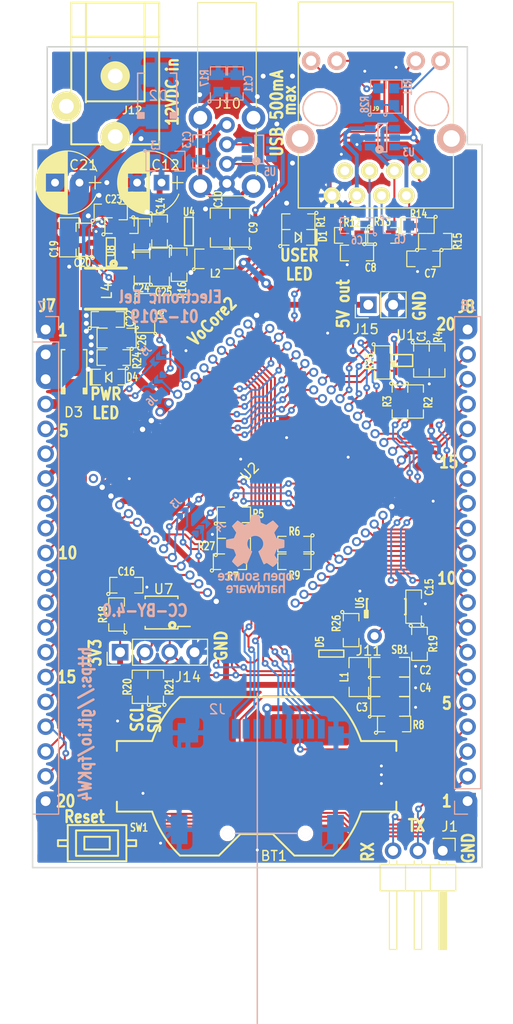
<source format=kicad_pcb>
(kicad_pcb (version 4) (host pcbnew 4.0.7)
  (title_block (title VoCore2-Breakout) (company "(C) by Electronic Eel") (comment 1 CC-BY-4.0) (comment 2 https://git.io/fpKW4))
  (layers (0 F.Cu signal) (31 B.Cu signal) (34 B.Paste user) (35 F.Paste user) (36 B.SilkS user) (37 F.SilkS user) (38 B.Mask user) (39 F.Mask user) (44 Edge.Cuts user))
  (net 0 "")
  (net 1 "Net-(BT1-Pad1)")
  (net 2 +12V)
  (net 3 +3V3)
  (net 4 "Net-(C2-Pad1)")
  (net 5 "Net-(C5-Pad1)")
  (net 6 "Net-(C6-Pad1)")
  (net 7 "Net-(C7-Pad1)")
  (net 8 "Net-(C8-Pad1)")
  (net 9 "Net-(C10-Pad1)")
  (net 10 "Net-(C11-Pad1)")
  (net 11 "Net-(C12-Pad1)")
  (net 12 "Net-(C13-Pad1)")
  (net 13 "Net-(C16-Pad1)")
  (net 14 "Net-(C22-Pad1)")
  (net 15 "Net-(C22-Pad2)")
  (net 16 "Net-(C23-Pad1)")
  (net 17 "Net-(C23-Pad2)")
  (net 18 +5V)
  (net 19 "Net-(D1-Pad2)")
  (net 20 /USER_LED)
  (net 21 "Net-(D4-Pad1)")
  (net 22 "Net-(J1-Pad2)")
  (net 23 "Net-(J1-Pad3)")
  (net 24 "Net-(J2-Pad1)")
  (net 25 "Net-(J2-Pad2)")
  (net 26 "Net-(J2-Pad3)")
  (net 27 "Net-(J2-Pad5)")
  (net 28 "Net-(J2-Pad7)")
  (net 29 "Net-(J2-Pad8)")
  (net 30 "Net-(J2-Pad9)")
  (net 31 /I2C_CLK)
  (net 32 /SYS_I2C/SYS_SCL)
  (net 33 /GPIO39)
  (net 34 /I2C_SD)
  (net 35 /SYS_I2C/SYS_SDA)
  (net 36 /GPIO40)
  (net 37 /USB_DP_PIN)
  (net 38 "Net-(J5-Pad2)")
  (net 39 /usb/USB_DP)
  (net 40 /USB_DM_PIN)
  (net 41 "Net-(J6-Pad2)")
  (net 42 /usb/USB_DN)
  (net 43 /PWM0)
  (net 44 /PWM1)
  (net 45 /P2RP)
  (net 46 /P2RN)
  (net 47 /P2TP)
  (net 48 /P2TN)
  (net 49 /GPIO37)
  (net 50 /GPIO38)
  (net 51 /NRST)
  (net 52 /GPIO42)
  (net 53 /GPIO41)
  (net 54 /TXD1)
  (net 55 /RXD1)
  (net 56 /I2S_SDO)
  (net 57 /I2S_SDI)
  (net 58 /I2S_WS)
  (net 59 /I2S_CLK)
  (net 60 /SPI_CS1)
  (net 61 /SPI_MOSI)
  (net 62 /SPI_MISO)
  (net 63 /SPI_CLK)
  (net 64 /TXD0)
  (net 65 /RXD0)
  (net 66 /REFCLK)
  (net 67 /ethernet/ETH_TP)
  (net 68 /ethernet/ETH_TN)
  (net 69 /ethernet/ETH_RP)
  (net 70 /ethernet/ETH_RN)
  (net 71 "Net-(J9-Pad9)")
  (net 72 /ethernet/LINK_LED)
  (net 73 "Net-(R2-Pad1)")
  (net 74 "Net-(R3-Pad1)")
  (net 75 "Net-(R16-Pad1)")
  (net 76 "Net-(R25-Pad2)")
  (net 77 "Net-(U1-Pad4)")
  (net 78 GND)
  (net 79 /SYS_I2C/Vdd_RTC)
  (net 80 "Net-(D5-Pad3)")
  (net 81 /SPI_CS0)
  (net 82 "Net-(J11-Pad1)")
  (net 83 "Net-(J9-Pad12)")
  (net 84 "Net-(R19-Pad1)")
  (module modules:SMD0603-wide-diode (layer F.Cu) (at 79.2 82)
    (fp_text reference D1 (at 2.5 -0.1 90) (layer F.SilkS) (effects (font (size 0.8 0.6))))
    (fp_text value USER_LED)
    (pad 2 smd rect (at -0.8509 0) (size 1.00076 1.00076) (layers F.Cu F.Paste F.Mask) (net 19 "Net-(D1-Pad2)"))
    (pad 1 smd rect (at 0.8509 0) (size 1.00076 1.00076) (layers F.Cu F.Paste F.Mask) (net 20 /USER_LED))
  )
  (module modules:SMD0603-wide-C (layer F.Cu) (at 91.8 94.6 270)
    (fp_text reference C1 (at -2.5 0 270) (layer F.SilkS) (effects (font (size 0.8 0.6))))
    (fp_text value 100nF)
    (pad 1 smd rect (at -0.8509 0 270) (size 1.00076 1.00076) (layers F.Cu F.Paste F.Mask) (net 3 +3V3))
    (pad 2 smd rect (at 0.8509 0 270) (size 1.00076 1.00076) (layers F.Cu F.Paste F.Mask) (net 78 GND))
  )
  (module modules:SMD0805-wide-C (layer F.Cu) (at 88.6 126)
    (fp_text reference C2 (at 3.6 0.3) (layer F.SilkS) (effects (font (size 0.8 0.6))))
    (fp_text value 10µF)
    (pad 1 smd rect (at -1.09982 0) (size 1.19888 1.397) (layers F.Cu F.Paste F.Mask) (net 4 "Net-(C2-Pad1)"))
    (pad 2 smd rect (at 1.09982 0) (size 1.19888 1.397) (layers F.Cu F.Paste F.Mask) (net 78 GND))
  )
  (module modules:SMD0805-wide-C (layer F.Cu) (at 88.6 130)
    (fp_text reference C3 (at -2.9 0.1) (layer F.SilkS) (effects (font (size 0.8 0.6))))
    (fp_text value 10µF)
    (pad 1 smd rect (at -1.09982 0) (size 1.19888 1.397) (layers F.Cu F.Paste F.Mask) (net 4 "Net-(C2-Pad1)"))
    (pad 2 smd rect (at 1.09982 0) (size 1.19888 1.397) (layers F.Cu F.Paste F.Mask) (net 78 GND))
  )
  (module modules:SMD0805-wide-C (layer F.Cu) (at 88.6 128)
    (fp_text reference C4 (at 3.6 0.1) (layer F.SilkS) (effects (font (size 0.8 0.6))))
    (fp_text value 10µF)
    (pad 1 smd rect (at -1.09982 0) (size 1.19888 1.397) (layers F.Cu F.Paste F.Mask) (net 4 "Net-(C2-Pad1)"))
    (pad 2 smd rect (at 1.09982 0) (size 1.19888 1.397) (layers F.Cu F.Paste F.Mask) (net 78 GND))
  )
  (module modules:SMD0603-wide-C (layer B.Cu) (at 89.6 80.8)
    (fp_text reference C5 (at 0 1.39954) (layer B.SilkS) (effects (font (size 0.8 0.6)) (justify mirror)))
    (fp_text value 100nF)
    (pad 1 smd rect (at -0.8509 0) (size 1.00076 1.00076) (layers B.Cu B.Paste B.Mask) (net 5 "Net-(C5-Pad1)"))
    (pad 2 smd rect (at 0.8509 0) (size 1.00076 1.00076) (layers B.Cu B.Paste B.Mask) (net 78 GND))
  )
  (module modules:SMD0603-wide-C (layer B.Cu) (at 85.2 80.8 180)
    (fp_text reference C6 (at 0 -1.5 180) (layer B.SilkS) (effects (font (size 0.8 0.6)) (justify mirror)))
    (fp_text value 100nF)
    (pad 1 smd rect (at -0.8509 0 180) (size 1.00076 1.00076) (layers B.Cu B.Paste B.Mask) (net 6 "Net-(C6-Pad1)"))
    (pad 2 smd rect (at 0.8509 0 180) (size 1.00076 1.00076) (layers B.Cu B.Paste B.Mask) (net 78 GND))
  )
  (module modules:SMD0603-wide-C (layer F.Cu) (at 92 84.2 180)
    (fp_text reference C7 (at -0.7 -1.5 180) (layer F.SilkS) (effects (font (size 0.8 0.6))))
    (fp_text value 100nF)
    (pad 1 smd rect (at -0.8509 0 180) (size 1.00076 1.00076) (layers F.Cu F.Paste F.Mask) (net 7 "Net-(C7-Pad1)"))
    (pad 2 smd rect (at 0.8509 0 180) (size 1.00076 1.00076) (layers F.Cu F.Paste F.Mask) (net 78 GND))
  )
  (module modules:SMD0603-wide-C (layer F.Cu) (at 85.2 83.6 180)
    (fp_text reference C8 (at -1.4 -1.5 180) (layer F.SilkS) (effects (font (size 0.8 0.6))))
    (fp_text value 100nF)
    (pad 1 smd rect (at -0.8509 0 180) (size 1.00076 1.00076) (layers F.Cu F.Paste F.Mask) (net 8 "Net-(C8-Pad1)"))
    (pad 2 smd rect (at 0.8509 0 180) (size 1.00076 1.00076) (layers F.Cu F.Paste F.Mask) (net 78 GND))
  )
  (module modules:SMD0805-wide-C (layer F.Cu) (at 73.2 81 90)
    (fp_text reference C9 (at 0 1.4 90) (layer F.SilkS) (effects (font (size 0.8 0.6))))
    (fp_text value 4.7µF)
    (pad 1 smd rect (at -1.09982 0 90) (size 1.19888 1.397) (layers F.Cu F.Paste F.Mask) (net 9 "Net-(C10-Pad1)"))
    (pad 2 smd rect (at 1.09982 0 90) (size 1.19888 1.397) (layers F.Cu F.Paste F.Mask) (net 78 GND))
  )
  (module modules:SMD0805-wide-C (layer F.Cu) (at 71.2 81 90)
    (fp_text reference C10 (at 2.9 -0.2 90) (layer F.SilkS) (effects (font (size 0.8 0.6))))
    (fp_text value 4.7µF)
    (pad 1 smd rect (at -1.09982 0 90) (size 1.19888 1.397) (layers F.Cu F.Paste F.Mask) (net 9 "Net-(C10-Pad1)"))
    (pad 2 smd rect (at 1.09982 0 90) (size 1.19888 1.397) (layers F.Cu F.Paste F.Mask) (net 78 GND))
  )
  (module modules:SMD0603-wide-C (layer B.Cu) (at 72.75 66.25 90)
    (fp_text reference C11 (at -0.05 1.35 90) (layer B.SilkS) (effects (font (size 0.8 0.6)) (justify mirror)))
    (fp_text value 10nF)
    (pad 1 smd rect (at -0.8509 0 90) (size 1.00076 1.00076) (layers B.Cu B.Paste B.Mask) (net 10 "Net-(C11-Pad1)"))
    (pad 2 smd rect (at 0.8509 0 90) (size 1.00076 1.00076) (layers B.Cu B.Paste B.Mask) (net 78 GND))
  )
  (module Capacitors_THT:CP_Radial_D6.3mm_P2.50mm (layer F.Cu) (at 65.2 76.4 180)
    (fp_text reference C12 (at -0.4 1.8 180) (layer F.SilkS))
    (fp_text value 150µF)
    (pad 1 thru_hole rect (at 0 0 180) (size 1.6 1.6) (drill 0.8) (layers *.Cu *.Mask) (net 11 "Net-(C12-Pad1)"))
    (pad 2 thru_hole circle (at 2.5 0 180) (size 1.6 1.6) (drill 0.8) (layers *.Cu *.Mask) (net 78 GND))
  )
  (module modules:SMD0603-wide-C (layer B.Cu) (at 69.2 73.2 270)
    (fp_text reference C13 (at -1.2 1.4 270) (layer B.SilkS) (effects (font (size 0.8 0.6)) (justify mirror)))
    (fp_text value 100nF)
    (pad 1 smd rect (at -0.8509 0 270) (size 1.00076 1.00076) (layers B.Cu B.Paste B.Mask) (net 12 "Net-(C13-Pad1)"))
    (pad 2 smd rect (at 0.8509 0 270) (size 1.00076 1.00076) (layers B.Cu B.Paste B.Mask) (net 78 GND))
  )
  (module modules:SMD0603-wide-C (layer F.Cu) (at 65 81.4 270)
    (fp_text reference C14 (at -2.6 -0.1 270) (layer F.SilkS) (effects (font (size 0.8 0.6))))
    (fp_text value 100nF)
    (pad 1 smd rect (at -0.8509 0 270) (size 1.00076 1.00076) (layers F.Cu F.Paste F.Mask) (net 11 "Net-(C12-Pad1)"))
    (pad 2 smd rect (at 0.8509 0 270) (size 1.00076 1.00076) (layers F.Cu F.Paste F.Mask) (net 78 GND))
  )
  (module modules:SMD0603-wide-C (layer F.Cu) (at 91 119.8 90)
    (fp_text reference C15 (at 2 1.6 90) (layer F.SilkS) (effects (font (size 0.8 0.6))))
    (fp_text value 100nF)
    (pad 1 smd rect (at -0.8509 0 90) (size 1.00076 1.00076) (layers F.Cu F.Paste F.Mask) (net 79 /SYS_I2C/Vdd_RTC))
    (pad 2 smd rect (at 0.8509 0 90) (size 1.00076 1.00076) (layers F.Cu F.Paste F.Mask) (net 78 GND))
  )
  (module modules:SMD0603-wide-C (layer F.Cu) (at 61.6 117.6)
    (fp_text reference C16 (at 0 -1.39954) (layer F.SilkS) (effects (font (size 0.8 0.6))))
    (fp_text value 1µF)
    (pad 1 smd rect (at -0.8509 0) (size 1.00076 1.00076) (layers F.Cu F.Paste F.Mask) (net 13 "Net-(C16-Pad1)"))
    (pad 2 smd rect (at 0.8509 0) (size 1.00076 1.00076) (layers F.Cu F.Paste F.Mask) (net 78 GND))
  )
  (module modules:SMD0805-wide-C (layer F.Cu) (at 55.75 82 90)
    (fp_text reference C19 (at -1.2 -1.55 90) (layer F.SilkS) (effects (font (size 0.8 0.6))))
    (fp_text value 4.7µF)
    (pad 1 smd rect (at -1.09982 0 90) (size 1.19888 1.397) (layers F.Cu F.Paste F.Mask) (net 2 +12V))
    (pad 2 smd rect (at 1.09982 0 90) (size 1.19888 1.397) (layers F.Cu F.Paste F.Mask) (net 78 GND))
  )
  (module modules:SMD0603-wide-C (layer F.Cu) (at 57.25 82.25 90)
    (fp_text reference C20 (at -2.35 -0.15 180) (layer F.SilkS) (effects (font (size 0.8 0.6))))
    (fp_text value 100nF)
    (pad 1 smd rect (at -0.8509 0 90) (size 1.00076 1.00076) (layers F.Cu F.Paste F.Mask) (net 2 +12V))
    (pad 2 smd rect (at 0.8509 0 90) (size 1.00076 1.00076) (layers F.Cu F.Paste F.Mask) (net 78 GND))
  )
  (module Capacitors_THT:CP_Radial_D6.3mm_P2.50mm (layer F.Cu) (at 56.8 76.4 180)
    (fp_text reference C21 (at -0.4 1.8 180) (layer F.SilkS))
    (fp_text value 150µF)
    (pad 1 thru_hole rect (at 0 0 180) (size 1.6 1.6) (drill 0.8) (layers *.Cu *.Mask) (net 2 +12V))
    (pad 2 thru_hole circle (at 2.5 0 180) (size 1.6 1.6) (drill 0.8) (layers *.Cu *.Mask) (net 78 GND))
  )
  (module modules:SMD0603-wide-C (layer F.Cu) (at 59.7 90.4)
    (fp_text reference C22 (at 2.3 -0.1 90) (layer F.SilkS) (effects (font (size 0.8 0.6))))
    (fp_text value 100nF)
    (pad 1 smd rect (at -0.8509 0) (size 1.00076 1.00076) (layers F.Cu F.Paste F.Mask) (net 14 "Net-(C22-Pad1)"))
    (pad 2 smd rect (at 0.8509 0) (size 1.00076 1.00076) (layers F.Cu F.Paste F.Mask) (net 15 "Net-(C22-Pad2)"))
  )
  (module modules:SMD0603-wide-C (layer F.Cu) (at 60 79.4)
    (fp_text reference C23 (at 0.3 -1.3) (layer F.SilkS) (effects (font (size 0.8 0.6))))
    (fp_text value 22pF)
    (pad 1 smd rect (at -0.8509 0) (size 1.00076 1.00076) (layers F.Cu F.Paste F.Mask) (net 16 "Net-(C23-Pad1)"))
    (pad 2 smd rect (at 0.8509 0) (size 1.00076 1.00076) (layers F.Cu F.Paste F.Mask) (net 17 "Net-(C23-Pad2)"))
  )
  (module modules:SMD0603-wide-C (layer F.Cu) (at 63.2 85 90)
    (fp_text reference C24 (at -2.2 -0.1 180) (layer F.SilkS) (effects (font (size 0.8 0.6))))
    (fp_text value 100nF)
    (pad 1 smd rect (at -0.8509 0 90) (size 1.00076 1.00076) (layers F.Cu F.Paste F.Mask) (net 16 "Net-(C23-Pad1)"))
    (pad 2 smd rect (at 0.8509 0 90) (size 1.00076 1.00076) (layers F.Cu F.Paste F.Mask) (net 78 GND))
  )
  (module modules:SMD0805-wide-C (layer F.Cu) (at 65 85 90)
    (fp_text reference C25 (at -2.6 0.4 180) (layer F.SilkS) (effects (font (size 0.8 0.6))))
    (fp_text value 4.7µF)
    (pad 1 smd rect (at -1.09982 0 90) (size 1.19888 1.397) (layers F.Cu F.Paste F.Mask) (net 16 "Net-(C23-Pad1)"))
    (pad 2 smd rect (at 1.09982 0 90) (size 1.19888 1.397) (layers F.Cu F.Paste F.Mask) (net 78 GND))
  )
  (module modules:SMD0805-wide-C (layer F.Cu) (at 60.6 92.3 180)
    (fp_text reference C26 (at -2.6 -0.5 270) (layer F.SilkS) (effects (font (size 0.8 0.6))))
    (fp_text value 4.7µF)
    (pad 1 smd rect (at -1.09982 0 180) (size 1.19888 1.397) (layers F.Cu F.Paste F.Mask) (net 18 +5V))
    (pad 2 smd rect (at 1.09982 0 180) (size 1.19888 1.397) (layers F.Cu F.Paste F.Mask) (net 78 GND))
  )
  (module modules:SMB_Diode (layer B.Cu) (at 64.75 67.5 90)
    (fp_text reference D2 (at 0 0.1 360) (layer B.SilkS) (effects (justify mirror)))
    (fp_text value SMBJ12A)
    (pad 1 smd rect (at -2.14884 0 90) (size 2.49936 2.30124) (layers B.Cu B.Paste B.Mask) (net 2 +12V))
    (pad 2 smd rect (at 2.14884 0 90) (size 2.49936 2.30124) (layers B.Cu B.Paste B.Mask) (net 78 GND))
  )
  (module modules:SMA_Diode (layer F.Cu) (at 56.25 95.75 90)
    (fp_text reference D3 (at -4.15 -0.05 360) (layer F.SilkS))
    (fp_text value SMAJ5A)
    (pad 1 smd rect (at -1.99898 0 90) (size 2.49936 1.80086) (layers F.Cu F.Paste F.Mask) (net 18 +5V))
    (pad 2 smd rect (at 1.99898 0 90) (size 2.49936 1.80086) (layers F.Cu F.Paste F.Mask) (net 78 GND))
  )
  (module modules:SMD0603-wide-diode (layer F.Cu) (at 59.8 96.3 180)
    (fp_text reference D4 (at -2.4 0 180) (layer F.SilkS) (effects (font (size 0.8 0.6))))
    (fp_text value "Power LED")
    (pad 2 smd rect (at -0.8509 0 180) (size 1.00076 1.00076) (layers F.Cu F.Paste F.Mask) (net 18 +5V))
    (pad 1 smd rect (at 0.8509 0 180) (size 1.00076 1.00076) (layers F.Cu F.Paste F.Mask) (net 21 "Net-(D4-Pad1)"))
  )
  (module Pin_Headers:Pin_Header_Angled_1x03_Pitch2.54mm (layer F.Cu) (at 93.98 144.78 270)
    (fp_text reference J1 (at -2.48 -0.72 360) (layer F.SilkS))
    (fp_text value Conn_01x03)
    (pad 1 thru_hole rect (at 0 0 270) (size 1.7 1.7) (drill 1) (layers *.Cu *.Mask) (net 78 GND))
    (pad 2 thru_hole oval (at 0 2.54 270) (size 1.7 1.7) (drill 1) (layers *.Cu *.Mask) (net 22 "Net-(J1-Pad2)"))
    (pad 3 thru_hole oval (at 0 5.08 270) (size 1.7 1.7) (drill 1) (layers *.Cu *.Mask) (net 23 "Net-(J1-Pad3)"))
  )
  (module modules:microSD-Receptacle-SelfEject (layer B.Cu) (at 75 132.5 180)
    (fp_text reference J2 (at 4.1 2.2 180) (layer B.SilkS) (effects (justify mirror)))
    (fp_text value Micro_SD_Card_Det)
    (pad 11 smd rect (at -8 -10.1) (size 1.7 3) (layers B.Cu B.Paste B.Mask) (net 78 GND))
    (pad 1 smd rect (at 2.25 0.2) (size 0.7 2) (layers B.Cu B.Paste B.Mask) (net 24 "Net-(J2-Pad1)"))
    (pad 2 smd rect (at 1.15 0.2) (size 0.7 2) (layers B.Cu B.Paste B.Mask) (net 25 "Net-(J2-Pad2)"))
    (pad 3 smd rect (at 0.05 0.2) (size 0.7 2) (layers B.Cu B.Paste B.Mask) (net 26 "Net-(J2-Pad3)"))
    (pad 4 smd rect (at -1.05 0.2) (size 0.7 2) (layers B.Cu B.Paste B.Mask) (net 4 "Net-(C2-Pad1)"))
    (pad 5 smd rect (at -2.15 0.2) (size 0.7 2) (layers B.Cu B.Paste B.Mask) (net 27 "Net-(J2-Pad5)"))
    (pad 6 smd rect (at -3.25 0.2) (size 0.7 2) (layers B.Cu B.Paste B.Mask) (net 78 GND))
    (pad 7 smd rect (at -4.35 0.2) (size 0.7 2) (layers B.Cu B.Paste B.Mask) (net 28 "Net-(J2-Pad7)"))
    (pad 8 smd rect (at -5.45 0.2) (size 0.7 2) (layers B.Cu B.Paste B.Mask) (net 29 "Net-(J2-Pad8)"))
    (pad 9 smd rect (at -6.55 0.2) (size 0.7 2) (layers B.Cu B.Paste B.Mask) (net 30 "Net-(J2-Pad9)"))
    (pad 11 smd rect (at -8.05 -0.5) (size 1.6 1.9) (layers B.Cu B.Paste B.Mask) (net 78 GND))
    (pad 11 smd rect (at 7.1 -0.2) (size 2.1 2) (layers B.Cu B.Paste B.Mask) (net 78 GND))
    (pad 11 smd rect (at 8 -10.1) (size 1.7 3) (layers B.Cu B.Paste B.Mask) (net 78 GND))
    (pad "" np_thru_hole circle (at 3.05 -10.5) (size 1 1) (drill 1) (layers *.Cu *.Mask B.SilkS))
    (pad "" np_thru_hole circle (at -4.93 -10.5) (size 1 1) (drill 1) (layers *.Cu *.Mask B.SilkS))
  )
  (module Pin_Headers:Pin_Header_Straight_1x20_Pitch2.54mm (layer B.Cu) (at 53.34 91.44 180)
    (fp_text reference J7 (at 0 2.33 180) (layer B.SilkS) (effects (justify mirror)))
    (fp_text value Conn_01x20)
    (pad 1 thru_hole rect (at 0 0 180) (size 1.7 1.7) (drill 1) (layers *.Cu *.Mask) (net 78 GND))
    (pad 2 thru_hole oval (at 0 -2.54 180) (size 1.7 1.7) (drill 1) (layers *.Cu *.Mask) (net 2 +12V))
    (pad 3 thru_hole oval (at 0 -5.08 180) (size 1.7 1.7) (drill 1) (layers *.Cu *.Mask) (net 2 +12V))
    (pad 4 thru_hole oval (at 0 -7.62 180) (size 1.7 1.7) (drill 1) (layers *.Cu *.Mask) (net 18 +5V))
    (pad 5 thru_hole oval (at 0 -10.16 180) (size 1.7 1.7) (drill 1) (layers *.Cu *.Mask) (net 37 /USB_DP_PIN))
    (pad 6 thru_hole oval (at 0 -12.7 180) (size 1.7 1.7) (drill 1) (layers *.Cu *.Mask) (net 40 /USB_DM_PIN))
    (pad 7 thru_hole oval (at 0 -15.24 180) (size 1.7 1.7) (drill 1) (layers *.Cu *.Mask) (net 3 +3V3))
    (pad 8 thru_hole oval (at 0 -17.78 180) (size 1.7 1.7) (drill 1) (layers *.Cu *.Mask) (net 20 /USER_LED))
    (pad 9 thru_hole oval (at 0 -20.32 180) (size 1.7 1.7) (drill 1) (layers *.Cu *.Mask) (net 48 /P2TN))
    (pad 10 thru_hole oval (at 0 -22.86 180) (size 1.7 1.7) (drill 1) (layers *.Cu *.Mask) (net 47 /P2TP))
    (pad 11 thru_hole oval (at 0 -25.4 180) (size 1.7 1.7) (drill 1) (layers *.Cu *.Mask) (net 46 /P2RN))
    (pad 12 thru_hole oval (at 0 -27.94 180) (size 1.7 1.7) (drill 1) (layers *.Cu *.Mask) (net 45 /P2RP))
    (pad 13 thru_hole oval (at 0 -30.48 180) (size 1.7 1.7) (drill 1) (layers *.Cu *.Mask) (net 44 /PWM1))
    (pad 14 thru_hole oval (at 0 -33.02 180) (size 1.7 1.7) (drill 1) (layers *.Cu *.Mask) (net 43 /PWM0))
    (pad 15 thru_hole oval (at 0 -35.56 180) (size 1.7 1.7) (drill 1) (layers *.Cu *.Mask) (net 49 /GPIO37))
    (pad 16 thru_hole oval (at 0 -38.1 180) (size 1.7 1.7) (drill 1) (layers *.Cu *.Mask) (net 50 /GPIO38))
    (pad 17 thru_hole oval (at 0 -40.64 180) (size 1.7 1.7) (drill 1) (layers *.Cu *.Mask) (net 51 /NRST))
    (pad 18 thru_hole oval (at 0 -43.18 180) (size 1.7 1.7) (drill 1) (layers *.Cu *.Mask) (net 52 /GPIO42))
    (pad 19 thru_hole oval (at 0 -45.72 180) (size 1.7 1.7) (drill 1) (layers *.Cu *.Mask) (net 33 /GPIO39))
    (pad 20 thru_hole oval (at 0 -48.26 180) (size 1.7 1.7) (drill 1) (layers *.Cu *.Mask) (net 78 GND))
  )
  (module Pin_Headers:Pin_Header_Straight_1x20_Pitch2.54mm (layer B.Cu) (at 96.52 139.7)
    (fp_text reference J8 (at 0.08 -50.7) (layer B.SilkS) (effects (justify mirror)))
    (fp_text value Conn_01x20)
    (pad 1 thru_hole rect (at 0 0) (size 1.7 1.7) (drill 1) (layers *.Cu *.Mask) (net 78 GND))
    (pad 2 thru_hole oval (at 0 -2.54) (size 1.7 1.7) (drill 1) (layers *.Cu *.Mask) (net 36 /GPIO40))
    (pad 3 thru_hole oval (at 0 -5.08) (size 1.7 1.7) (drill 1) (layers *.Cu *.Mask) (net 53 /GPIO41))
    (pad 4 thru_hole oval (at 0 -7.62) (size 1.7 1.7) (drill 1) (layers *.Cu *.Mask) (net 54 /TXD1))
    (pad 5 thru_hole oval (at 0 -10.16) (size 1.7 1.7) (drill 1) (layers *.Cu *.Mask) (net 55 /RXD1))
    (pad 6 thru_hole oval (at 0 -12.7) (size 1.7 1.7) (drill 1) (layers *.Cu *.Mask) (net 56 /I2S_SDO))
    (pad 7 thru_hole oval (at 0 -15.24) (size 1.7 1.7) (drill 1) (layers *.Cu *.Mask) (net 57 /I2S_SDI))
    (pad 8 thru_hole oval (at 0 -17.78) (size 1.7 1.7) (drill 1) (layers *.Cu *.Mask) (net 58 /I2S_WS))
    (pad 9 thru_hole oval (at 0 -20.32) (size 1.7 1.7) (drill 1) (layers *.Cu *.Mask) (net 59 /I2S_CLK))
    (pad 10 thru_hole oval (at 0 -22.86) (size 1.7 1.7) (drill 1) (layers *.Cu *.Mask) (net 31 /I2C_CLK))
    (pad 11 thru_hole oval (at 0 -25.4) (size 1.7 1.7) (drill 1) (layers *.Cu *.Mask) (net 34 /I2C_SD))
    (pad 12 thru_hole oval (at 0 -27.94) (size 1.7 1.7) (drill 1) (layers *.Cu *.Mask) (net 60 /SPI_CS1))
    (pad 13 thru_hole oval (at 0 -30.48) (size 1.7 1.7) (drill 1) (layers *.Cu *.Mask) (net 61 /SPI_MOSI))
    (pad 14 thru_hole oval (at 0 -33.02) (size 1.7 1.7) (drill 1) (layers *.Cu *.Mask) (net 62 /SPI_MISO))
    (pad 15 thru_hole oval (at 0 -35.56) (size 1.7 1.7) (drill 1) (layers *.Cu *.Mask) (net 63 /SPI_CLK))
    (pad 16 thru_hole oval (at 0 -38.1) (size 1.7 1.7) (drill 1) (layers *.Cu *.Mask) (net 81 /SPI_CS0))
    (pad 17 thru_hole oval (at 0 -40.64) (size 1.7 1.7) (drill 1) (layers *.Cu *.Mask) (net 64 /TXD0))
    (pad 18 thru_hole oval (at 0 -43.18) (size 1.7 1.7) (drill 1) (layers *.Cu *.Mask) (net 65 /RXD0))
    (pad 19 thru_hole oval (at 0 -45.72) (size 1.7 1.7) (drill 1) (layers *.Cu *.Mask) (net 66 /REFCLK))
    (pad 20 thru_hole oval (at 0 -48.26) (size 1.7 1.7) (drill 1) (layers *.Cu *.Mask) (net 78 GND))
  )
  (module modules:Cliff_FCR681465P_barrel_jack (layer F.Cu) (at 60.46 68.58)
    (fp_text reference J12 (at 1.74 0.42) (layer F.SilkS) (effects (font (size 0.762 0.762) (thickness 0.1524))))
    (fp_text value Barrel_Jack hide)
    (pad 1 thru_hole circle (at 0 3.1) (size 3 3) (drill 1.5) (layers *.Cu *.Mask F.SilkS) (net 2 +12V))
    (pad 2 thru_hole circle (at 0 -3.1) (size 3 3) (drill 1.5) (layers *.Cu *.Mask F.SilkS) (net 78 GND))
    (pad 3 thru_hole circle (at -5 0) (size 3 3) (drill 1.5) (layers *.Cu *.Mask F.SilkS))
  )
  (module modules:SMD0805-wide (layer F.Cu) (at 85.4 127 90)
    (fp_text reference L1 (at 0 -1.50114 90) (layer F.SilkS) (effects (font (size 0.8 0.6))))
    (fp_text value 820nH)
    (pad 1 smd rect (at -1.09982 0 90) (size 1.19888 1.397) (layers F.Cu F.Paste F.Mask) (net 4 "Net-(C2-Pad1)"))
    (pad 2 smd rect (at 1.09982 0 90) (size 1.19888 1.397) (layers F.Cu F.Paste F.Mask) (net 3 +3V3))
  )
  (module modules:SMD0805-wide (layer F.Cu) (at 70.6 84.2)
    (fp_text reference L2 (at 0.1 1.5) (layer F.SilkS) (effects (font (size 0.8 0.6))))
    (fp_text value 820nH)
    (pad 1 smd rect (at -1.09982 0) (size 1.19888 1.397) (layers F.Cu F.Paste F.Mask) (net 18 +5V))
    (pad 2 smd rect (at 1.09982 0) (size 1.19888 1.397) (layers F.Cu F.Paste F.Mask) (net 9 "Net-(C10-Pad1)"))
  )
  (module modules:SMD0805-wide (layer B.Cu) (at 65.6 74.2)
    (fp_text reference L3 (at -1 -1.6) (layer B.SilkS) (effects (font (size 0.8 0.6)) (justify mirror)))
    (fp_text value Ferrite_Bead_Small)
    (pad 1 smd rect (at -1.09982 0) (size 1.19888 1.397) (layers B.Cu B.Paste B.Mask) (net 11 "Net-(C12-Pad1)"))
    (pad 2 smd rect (at 1.09982 0) (size 1.19888 1.397) (layers B.Cu B.Paste B.Mask) (net 12 "Net-(C13-Pad1)"))
  )
  (module modules:Fastron-1616FPS (layer F.Cu) (at 59.5 87.25 180)
    (fp_text reference L4 (at -0.1 -0.25 270) (layer F.SilkS))
    (fp_text value 4.7µH)
    (pad 1 smd rect (at -1.7 0 180) (size 1.8 3.8) (layers F.Cu F.Paste F.Mask) (net 16 "Net-(C23-Pad1)"))
    (pad 2 smd rect (at 1.7 0 180) (size 1.8 3.8) (layers F.Cu F.Paste F.Mask) (net 14 "Net-(C22-Pad1)"))
  )
  (module modules:SMD0805-wide (layer F.Cu) (at 63.5 89.75 90)
    (fp_text reference L5 (at -0.15 1.5 90) (layer F.SilkS) (effects (font (size 0.8 0.6))))
    (fp_text value Ferrite_Bead_Small)
    (pad 1 smd rect (at -1.09982 0 90) (size 1.19888 1.397) (layers F.Cu F.Paste F.Mask) (net 18 +5V))
    (pad 2 smd rect (at 1.09982 0 90) (size 1.19888 1.397) (layers F.Cu F.Paste F.Mask) (net 16 "Net-(C23-Pad1)"))
  )
  (module modules:SMD0603-wide-R (layer F.Cu) (at 79.2 80.4 180)
    (fp_text reference R1 (at -2.3 0 270) (layer F.SilkS) (effects (font (size 0.8 0.6))))
    (fp_text value 1K)
    (pad 1 smd rect (at -0.8509 0 180) (size 1.00076 1.00076) (layers F.Cu F.Paste F.Mask) (net 3 +3V3))
    (pad 2 smd rect (at 0.8509 0 180) (size 1.00076 1.00076) (layers F.Cu F.Paste F.Mask) (net 19 "Net-(D1-Pad2)"))
  )
  (module modules:SMD0603-wide-R (layer F.Cu) (at 91.2 98.8 270)
    (fp_text reference R2 (at 0.1 -1.3 270) (layer F.SilkS) (effects (font (size 0.8 0.6))))
    (fp_text value 100R)
    (pad 1 smd rect (at -0.8509 0 270) (size 1.00076 1.00076) (layers F.Cu F.Paste F.Mask) (net 73 "Net-(R2-Pad1)"))
    (pad 2 smd rect (at 0.8509 0 270) (size 1.00076 1.00076) (layers F.Cu F.Paste F.Mask) (net 23 "Net-(J1-Pad3)"))
  )
  (module modules:SMD0603-wide-R (layer F.Cu) (at 89.6 98.8 270)
    (fp_text reference R3 (at 0 1.3 270) (layer F.SilkS) (effects (font (size 0.8 0.6))))
    (fp_text value 100R)
    (pad 1 smd rect (at -0.8509 0 270) (size 1.00076 1.00076) (layers F.Cu F.Paste F.Mask) (net 74 "Net-(R3-Pad1)"))
    (pad 2 smd rect (at 0.8509 0 270) (size 1.00076 1.00076) (layers F.Cu F.Paste F.Mask) (net 22 "Net-(J1-Pad2)"))
  )
  (module modules:SMD0603-wide-R (layer F.Cu) (at 93.4 94.6 270)
    (fp_text reference R4 (at -2.4 -0.1 270) (layer F.SilkS) (effects (font (size 0.8 0.6))))
    (fp_text value 10K)
    (pad 1 smd rect (at -0.8509 0 270) (size 1.00076 1.00076) (layers F.Cu F.Paste F.Mask) (net 3 +3V3))
    (pad 2 smd rect (at 0.8509 0 270) (size 1.00076 1.00076) (layers F.Cu F.Paste F.Mask) (net 73 "Net-(R2-Pad1)"))
  )
  (module modules:SMD0603-wide-R (layer F.Cu) (at 72.6 110.4)
    (fp_text reference R5 (at 2.5 -0.1) (layer F.SilkS) (effects (font (size 0.8 0.6))))
    (fp_text value 10K)
    (pad 1 smd rect (at -0.8509 0) (size 1.00076 1.00076) (layers F.Cu F.Paste F.Mask) (net 3 +3V3))
    (pad 2 smd rect (at 0.8509 0) (size 1.00076 1.00076) (layers F.Cu F.Paste F.Mask) (net 24 "Net-(J2-Pad1)"))
  )
  (module modules:SMD0603-wide-R (layer F.Cu) (at 78.8 113.4 180)
    (fp_text reference R6 (at 0 1.3 180) (layer F.SilkS) (effects (font (size 0.8 0.6))))
    (fp_text value 10K)
    (pad 1 smd rect (at -0.8509 0 180) (size 1.00076 1.00076) (layers F.Cu F.Paste F.Mask) (net 3 +3V3))
    (pad 2 smd rect (at 0.8509 0 180) (size 1.00076 1.00076) (layers F.Cu F.Paste F.Mask) (net 30 "Net-(J2-Pad9)"))
  )
  (module modules:SMD0603-wide-R (layer F.Cu) (at 72.2 115.2)
    (fp_text reference R7 (at 0.3 1.5) (layer F.SilkS) (effects (font (size 0.8 0.6))))
    (fp_text value 10K)
    (pad 1 smd rect (at -0.8509 0) (size 1.00076 1.00076) (layers F.Cu F.Paste F.Mask) (net 3 +3V3))
    (pad 2 smd rect (at 0.8509 0) (size 1.00076 1.00076) (layers F.Cu F.Paste F.Mask) (net 26 "Net-(J2-Pad3)"))
  )
  (module modules:SMD0603-wide-R (layer F.Cu) (at 89 131.8)
    (fp_text reference R8 (at 2.5 0.1) (layer F.SilkS) (effects (font (size 0.8 0.6))))
    (fp_text value 10K)
    (pad 1 smd rect (at -0.8509 0) (size 1.00076 1.00076) (layers F.Cu F.Paste F.Mask) (net 3 +3V3))
    (pad 2 smd rect (at 0.8509 0) (size 1.00076 1.00076) (layers F.Cu F.Paste F.Mask) (net 28 "Net-(J2-Pad7)"))
  )
  (module modules:SMD0603-wide-R (layer F.Cu) (at 78.8 115.2 180)
    (fp_text reference R9 (at 0 -1.4 180) (layer F.SilkS) (effects (font (size 0.8 0.6))))
    (fp_text value 10K)
    (pad 1 smd rect (at -0.8509 0 180) (size 1.00076 1.00076) (layers F.Cu F.Paste F.Mask) (net 3 +3V3))
    (pad 2 smd rect (at 0.8509 0 180) (size 1.00076 1.00076) (layers F.Cu F.Paste F.Mask) (net 29 "Net-(J2-Pad8)"))
  )
  (module modules:SMD0603-wide-R (layer F.Cu) (at 72.6 112 180)
    (fp_text reference R10 (at -2.6 0 180) (layer F.SilkS) (effects (font (size 0.8 0.6))))
    (fp_text value DNP)
    (pad 1 smd rect (at -0.8509 0 180) (size 1.00076 1.00076) (layers F.Cu F.Paste F.Mask) (net 25 "Net-(J2-Pad2)"))
    (pad 2 smd rect (at 0.8509 0 180) (size 1.00076 1.00076) (layers F.Cu F.Paste F.Mask) (net 78 GND))
  )
  (module modules:SMD0603-wide-R (layer B.Cu) (at 89 67.6 90)
    (fp_text reference R11 (at 1 1.4 90) (layer B.SilkS) (effects (font (size 0.8 0.6)) (justify mirror)))
    (fp_text value 1K)
    (pad 1 smd rect (at -0.8509 0 90) (size 1.00076 1.00076) (layers B.Cu B.Paste B.Mask) (net 3 +3V3))
    (pad 2 smd rect (at 0.8509 0 90) (size 1.00076 1.00076) (layers B.Cu B.Paste B.Mask) (net 71 "Net-(J9-Pad9)"))
  )
  (module modules:SMD0603-wide-R (layer F.Cu) (at 84.6 81.8 180)
    (fp_text reference R12 (at -0.1 1.3 180) (layer F.SilkS) (effects (font (size 0.8 0.6))))
    (fp_text value 49.9R)
    (pad 1 smd rect (at -0.8509 0 180) (size 1.00076 1.00076) (layers F.Cu F.Paste F.Mask) (net 8 "Net-(C8-Pad1)"))
    (pad 2 smd rect (at 0.8509 0 180) (size 1.00076 1.00076) (layers F.Cu F.Paste F.Mask) (net 70 /ethernet/ETH_RN))
  )
  (module modules:SMD0603-wide-R (layer F.Cu) (at 87.8 81.8)
    (fp_text reference R13 (at 0 -1.4) (layer F.SilkS) (effects (font (size 0.8 0.6))))
    (fp_text value 49.9R)
    (pad 1 smd rect (at -0.8509 0) (size 1.00076 1.00076) (layers F.Cu F.Paste F.Mask) (net 8 "Net-(C8-Pad1)"))
    (pad 2 smd rect (at 0.8509 0) (size 1.00076 1.00076) (layers F.Cu F.Paste F.Mask) (net 69 /ethernet/ETH_RP))
  )
  (module modules:SMD0603-wide-R (layer F.Cu) (at 91.4 80.8 180)
    (fp_text reference R14 (at -0.1 1.2 180) (layer F.SilkS) (effects (font (size 0.8 0.6))))
    (fp_text value 49.9R)
    (pad 1 smd rect (at -0.8509 0 180) (size 1.00076 1.00076) (layers F.Cu F.Paste F.Mask) (net 7 "Net-(C7-Pad1)"))
    (pad 2 smd rect (at 0.8509 0 180) (size 1.00076 1.00076) (layers F.Cu F.Paste F.Mask) (net 68 /ethernet/ETH_TN))
  )
  (module modules:SMD0603-wide-R (layer F.Cu) (at 93.2 82.4)
    (fp_text reference R15 (at 2.3 0 90) (layer F.SilkS) (effects (font (size 0.8 0.6))))
    (fp_text value 49.9R)
    (pad 1 smd rect (at -0.8509 0) (size 1.00076 1.00076) (layers F.Cu F.Paste F.Mask) (net 7 "Net-(C7-Pad1)"))
    (pad 2 smd rect (at 0.8509 0) (size 1.00076 1.00076) (layers F.Cu F.Paste F.Mask) (net 67 /ethernet/ETH_TP))
  )
  (module modules:SMD0603-wide-R (layer F.Cu) (at 67 84.8 270)
    (fp_text reference R16 (at 2.6 -0.3 270) (layer F.SilkS) (effects (font (size 0.8 0.6))))
    (fp_text value 10K)
    (pad 1 smd rect (at -0.8509 0 270) (size 1.00076 1.00076) (layers F.Cu F.Paste F.Mask) (net 75 "Net-(R16-Pad1)"))
    (pad 2 smd rect (at 0.8509 0 270) (size 1.00076 1.00076) (layers F.Cu F.Paste F.Mask) (net 78 GND))
  )
  (module modules:SMD0603-wide-R (layer B.Cu) (at 71 66.25 90)
    (fp_text reference R17 (at 0.55 -1.4 90) (layer B.SilkS) (effects (font (size 0.8 0.6)) (justify mirror)))
    (fp_text value 1M)
    (pad 1 smd rect (at -0.8509 0 90) (size 1.00076 1.00076) (layers B.Cu B.Paste B.Mask) (net 10 "Net-(C11-Pad1)"))
    (pad 2 smd rect (at 0.8509 0 90) (size 1.00076 1.00076) (layers B.Cu B.Paste B.Mask) (net 78 GND))
  )
  (module modules:SMD0603-wide-R (layer F.Cu) (at 60.6 120.6 90)
    (fp_text reference R18 (at 0 -1.39954 90) (layer F.SilkS) (effects (font (size 0.8 0.6))))
    (fp_text value 100R)
    (pad 1 smd rect (at -0.8509 0 90) (size 1.00076 1.00076) (layers F.Cu F.Paste F.Mask) (net 3 +3V3))
    (pad 2 smd rect (at 0.8509 0 90) (size 1.00076 1.00076) (layers F.Cu F.Paste F.Mask) (net 13 "Net-(C16-Pad1)"))
  )
  (module modules:SMD0603-wide-R (layer F.Cu) (at 91.6 123.6 270)
    (fp_text reference R19 (at 0 -1.39954 270) (layer F.SilkS) (effects (font (size 0.8 0.6))))
    (fp_text value 10K)
    (pad 1 smd rect (at -0.8509 0 270) (size 1.00076 1.00076) (layers F.Cu F.Paste F.Mask) (net 84 "Net-(R19-Pad1)"))
    (pad 2 smd rect (at 0.8509 0 270) (size 1.00076 1.00076) (layers F.Cu F.Paste F.Mask) (net 78 GND))
  )
  (module modules:SMD0603-wide-R (layer F.Cu) (at 63 128 90)
    (fp_text reference R20 (at 0 -1.3 90) (layer F.SilkS) (effects (font (size 0.8 0.6))))
    (fp_text value 4.7K)
    (pad 1 smd rect (at -0.8509 0 90) (size 1.00076 1.00076) (layers F.Cu F.Paste F.Mask) (net 3 +3V3))
    (pad 2 smd rect (at 0.8509 0 90) (size 1.00076 1.00076) (layers F.Cu F.Paste F.Mask) (net 32 /SYS_I2C/SYS_SCL))
  )
  (module modules:SMD0603-wide-R (layer F.Cu) (at 64.6 128 90)
    (fp_text reference R21 (at 0 1.4 90) (layer F.SilkS) (effects (font (size 0.8 0.6))))
    (fp_text value 4.7K)
    (pad 1 smd rect (at -0.8509 0 90) (size 1.00076 1.00076) (layers F.Cu F.Paste F.Mask) (net 3 +3V3))
    (pad 2 smd rect (at 0.8509 0 90) (size 1.00076 1.00076) (layers F.Cu F.Paste F.Mask) (net 35 /SYS_I2C/SYS_SDA))
  )
  (module modules:SMD0603-wide-R (layer F.Cu) (at 61.1 80.8)
    (fp_text reference R22 hide)
    (fp_text value 120K)
    (pad 1 smd rect (at -0.8509 0) (size 1.00076 1.00076) (layers F.Cu F.Paste F.Mask) (net 16 "Net-(C23-Pad1)"))
    (pad 2 smd rect (at 0.8509 0) (size 1.00076 1.00076) (layers F.Cu F.Paste F.Mask) (net 17 "Net-(C23-Pad2)"))
  )
  (module modules:SMD0603-wide-R (layer F.Cu) (at 63.2 81.8 270)
    (fp_text reference R23 hide)
    (fp_text value 16K)
    (pad 1 smd rect (at -0.8509 0 270) (size 1.00076 1.00076) (layers F.Cu F.Paste F.Mask) (net 17 "Net-(C23-Pad2)"))
    (pad 2 smd rect (at 0.8509 0 270) (size 1.00076 1.00076) (layers F.Cu F.Paste F.Mask) (net 78 GND))
  )
  (module modules:SMD0603-wide-R (layer F.Cu) (at 60.3 94.3 180)
    (fp_text reference R24 (at -2.4 -0.3 270) (layer F.SilkS) (effects (font (size 0.8 0.6))))
    (fp_text value 3.3K)
    (pad 1 smd rect (at -0.8509 0 180) (size 1.00076 1.00076) (layers F.Cu F.Paste F.Mask) (net 21 "Net-(D4-Pad1)"))
    (pad 2 smd rect (at 0.8509 0 180) (size 1.00076 1.00076) (layers F.Cu F.Paste F.Mask) (net 78 GND))
  )
  (module modules:SMD0603-wide-R (layer F.Cu) (at 87.8 94.8 270)
    (fp_text reference R25 (at -0.1 1.3 270) (layer F.SilkS) (effects (font (size 0.8 0.6))))
    (fp_text value 10K)
    (pad 1 smd rect (at -0.8509 0 270) (size 1.00076 1.00076) (layers F.Cu F.Paste F.Mask) (net 3 +3V3))
    (pad 2 smd rect (at 0.8509 0 270) (size 1.00076 1.00076) (layers F.Cu F.Paste F.Mask) (net 76 "Net-(R25-Pad2)"))
  )
  (module modules:Push-Button-SMD-6.0x3.5mm (layer F.Cu) (at 58.6 144)
    (fp_text reference SW1 (at 4.3 -1.6) (layer F.SilkS) (effects (font (size 0.8 0.6))))
    (fp_text value RESET_BTN)
    (pad 1 smd rect (at -4.25 0) (size 3 1.6) (layers F.Cu F.Paste F.Mask) (net 51 /NRST))
    (pad 2 smd rect (at 4.25 0) (size 3 1.6) (layers F.Cu F.Paste F.Mask) (net 78 GND))
  )
  (module modules:SC-70-6-wide (layer F.Cu) (at 89.8 94.6)
    (fp_text reference U1 (at 0.4 -2.6 180) (layer F.SilkS))
    (fp_text value 74LVC2G17)
    (pad 1 smd rect (at -0.65 1.1) (size 0.4 0.8) (layers F.Cu F.Paste F.Mask) (net 76 "Net-(R25-Pad2)"))
    (pad 3 smd rect (at 0.65 1.1) (size 0.4 0.8) (layers F.Cu F.Paste F.Mask) (net 73 "Net-(R2-Pad1)"))
    (pad 2 smd rect (at 0 1.1) (size 0.4 0.8) (layers F.Cu F.Paste F.Mask) (net 78 GND))
    (pad 4 smd rect (at 0.65 -1.1) (size 0.4 0.8) (layers F.Cu F.Paste F.Mask) (net 77 "Net-(U1-Pad4)"))
    (pad 6 smd rect (at -0.65 -1.1) (size 0.4 0.8) (layers F.Cu F.Paste F.Mask) (net 74 "Net-(R3-Pad1)"))
    (pad 5 smd rect (at 0 -1.1) (size 0.4 0.8) (layers F.Cu F.Paste F.Mask) (net 3 +3V3))
  )
  (module modules:SOT-23-6 (layer B.Cu) (at 87.8 71.8)
    (fp_text reference U3 (at 2.7 1.5) (layer B.SilkS) (effects (font (size 0.8 0.6)) (justify mirror)))
    (fp_text value IP4220CZ6)
    (pad 1 smd rect (at -1.25 0.95) (size 1.1 0.7) (layers B.Cu B.Paste B.Mask) (net 69 /ethernet/ETH_RP))
    (pad 2 smd rect (at -1.25 0) (size 1.1 0.7) (layers B.Cu B.Paste B.Mask) (net 78 GND))
    (pad 3 smd rect (at -1.25 -0.95) (size 1.1 0.7) (layers B.Cu B.Paste B.Mask) (net 70 /ethernet/ETH_RN))
    (pad 4 smd rect (at 1.25 -0.95) (size 1.1 0.7) (layers B.Cu B.Paste B.Mask) (net 68 /ethernet/ETH_TN))
    (pad 5 smd rect (at 1.25 0) (size 1.1 0.7) (layers B.Cu B.Paste B.Mask) (net 3 +3V3))
    (pad 6 smd rect (at 1.25 0.95) (size 1.1 0.7) (layers B.Cu B.Paste B.Mask) (net 67 /ethernet/ETH_TP))
  )
  (module modules:SOT-23-5 (layer F.Cu) (at 68 81.4)
    (fp_text reference U4 (at 0 -2) (layer F.SilkS) (effects (font (size 0.8 0.6))))
    (fp_text value MT9700)
    (pad 1 smd rect (at -1.25 -0.95) (size 1.1 0.7) (layers F.Cu F.Paste F.Mask) (net 11 "Net-(C12-Pad1)"))
    (pad 2 smd rect (at -1.25 0) (size 1.1 0.7) (layers F.Cu F.Paste F.Mask) (net 78 GND))
    (pad 3 smd rect (at -1.25 0.95) (size 1.1 0.7) (layers F.Cu F.Paste F.Mask) (net 75 "Net-(R16-Pad1)"))
    (pad 4 smd rect (at 1.25 0.95) (size 1.1 0.7) (layers F.Cu F.Paste F.Mask) (net 9 "Net-(C10-Pad1)"))
    (pad 5 smd rect (at 1.25 -0.95) (size 1.1 0.7) (layers F.Cu F.Paste F.Mask) (net 9 "Net-(C10-Pad1)"))
  )
  (module modules:SOT-23-6 (layer B.Cu) (at 75.2 73)
    (fp_text reference U5 (at 1.1 2.3) (layer B.SilkS) (effects (font (size 0.8 0.6)) (justify mirror)))
    (fp_text value IP4220CZ6)
    (pad 1 smd rect (at -1.25 0.95) (size 1.1 0.7) (layers B.Cu B.Paste B.Mask) (net 39 /usb/USB_DP))
    (pad 2 smd rect (at -1.25 0) (size 1.1 0.7) (layers B.Cu B.Paste B.Mask) (net 78 GND))
    (pad 3 smd rect (at -1.25 -0.95) (size 1.1 0.7) (layers B.Cu B.Paste B.Mask) (net 42 /usb/USB_DN))
    (pad 4 smd rect (at 1.25 -0.95) (size 1.1 0.7) (layers B.Cu B.Paste B.Mask))
    (pad 5 smd rect (at 1.25 0) (size 1.1 0.7) (layers B.Cu B.Paste B.Mask) (net 18 +5V))
    (pad 6 smd rect (at 1.25 0.95) (size 1.1 0.7) (layers B.Cu B.Paste B.Mask))
  )
  (module modules:MSOP-8-wide (layer F.Cu) (at 65.2 120.4 180)
    (fp_text reference U7 (at -0.2 2.4 180) (layer F.SilkS))
    (fp_text value MCP9808)
    (pad 1 smd rect (at -2.4 -0.975 180) (size 1.85 0.45) (layers F.Cu F.Paste F.Mask) (net 35 /SYS_I2C/SYS_SDA))
    (pad 2 smd rect (at -2.4 -0.325 180) (size 1.85 0.45) (layers F.Cu F.Paste F.Mask) (net 32 /SYS_I2C/SYS_SCL))
    (pad 3 smd rect (at -2.4 0.325 180) (size 1.85 0.45) (layers F.Cu F.Paste F.Mask))
    (pad 4 smd rect (at -2.4 0.975 180) (size 1.85 0.45) (layers F.Cu F.Paste F.Mask) (net 78 GND))
    (pad 5 smd rect (at 2.4 0.975 180) (size 1.85 0.45) (layers F.Cu F.Paste F.Mask) (net 78 GND))
    (pad 6 smd rect (at 2.4 0.325 180) (size 1.85 0.45) (layers F.Cu F.Paste F.Mask) (net 78 GND))
    (pad 7 smd rect (at 2.4 -0.325 180) (size 1.85 0.45) (layers F.Cu F.Paste F.Mask) (net 78 GND))
    (pad 8 smd rect (at 2.4 -0.975 180) (size 1.85 0.45) (layers F.Cu F.Paste F.Mask) (net 13 "Net-(C16-Pad1)"))
  )
  (module modules:SOT-23-6 (layer F.Cu) (at 60 83.5 180)
    (fp_text reference U8 (at 0 0.1 270) (layer F.SilkS) (effects (font (size 0.8 0.6))))
    (fp_text value SY8113B)
    (pad 1 smd rect (at -1.25 -0.95 180) (size 1.1 0.7) (layers F.Cu F.Paste F.Mask) (net 15 "Net-(C22-Pad2)"))
    (pad 2 smd rect (at -1.25 0 180) (size 1.1 0.7) (layers F.Cu F.Paste F.Mask) (net 78 GND))
    (pad 3 smd rect (at -1.25 0.95 180) (size 1.1 0.7) (layers F.Cu F.Paste F.Mask) (net 17 "Net-(C23-Pad2)"))
    (pad 4 smd rect (at 1.25 0.95 180) (size 1.1 0.7) (layers F.Cu F.Paste F.Mask) (net 2 +12V))
    (pad 5 smd rect (at 1.25 0 180) (size 1.1 0.7) (layers F.Cu F.Paste F.Mask) (net 2 +12V))
    (pad 6 smd rect (at 1.25 -0.95 180) (size 1.1 0.7) (layers F.Cu F.Paste F.Mask) (net 14 "Net-(C22-Pad1)"))
  )
  (module modules:Solderbridge-3pad (layer B.Cu) (at 65 96.4 225)
    (fp_text reference J6 (at 2.192031 -1.06066 405) (layer B.SilkS) (effects (font (size 0.8 0.6)) (justify mirror)))
    (fp_text value GS3 hide)
    (pad 3 smd trapezoid (at 0.9 -0.3 270) (size 0.2828 0.2828) (rect_delta 0.2827 0) (layers B.Cu B.Paste B.Mask) (net 40 /USB_DM_PIN))
    (pad 3 smd trapezoid (at 0.9 0.3 180) (size 0.2828 0.2828) (rect_delta 0.2827 0) (layers B.Cu B.Paste B.Mask) (net 40 /USB_DM_PIN))
    (pad 2 smd trapezoid (at 0.6 0 225) (size 0.4 0.4) (rect_delta 0.3999 0) (layers B.Cu B.Paste B.Mask) (net 41 "Net-(J6-Pad2)"))
    (pad 3 smd rect (at 1.2 0 225) (size 0.4 0.8) (layers B.Cu B.Paste B.Mask) (net 40 /USB_DM_PIN))
    (pad 1 smd rect (at -0.55 0 225) (size 0.3 0.8) (layers B.Cu B.Paste B.Mask) (net 42 /usb/USB_DN))
    (pad 2 smd rect (at 0.3 0 225) (size 0.2 0.8) (layers B.Cu B.Paste B.Mask) (net 41 "Net-(J6-Pad2)"))
    (pad 1 smd trapezoid (at -0.2 0 225) (size 0.4 0.4) (rect_delta 0.3999 0) (layers B.Cu B.Paste B.Mask) (net 42 /usb/USB_DN))
    (pad 2 smd trapezoid (at 0.1 0.3 180) (size 0.2828 0.2828) (rect_delta 0.2827 0) (layers B.Cu B.Paste B.Mask) (net 41 "Net-(J6-Pad2)"))
    (pad 2 smd trapezoid (at 0.1 -0.3 270) (size 0.2828 0.2828) (rect_delta 0.2827 0) (layers B.Cu B.Paste B.Mask) (net 41 "Net-(J6-Pad2)"))
  )
  (module modules:Solderbridge-3pad (layer B.Cu) (at 65.2 94 225)
    (fp_text reference J5 (at 0.848528 1.414214 405) (layer B.SilkS) (effects (font (size 0.8 0.6)) (justify mirror)))
    (fp_text value GS3 hide)
    (pad 3 smd trapezoid (at 0.9 -0.3 270) (size 0.2828 0.2828) (rect_delta 0.2827 0) (layers B.Cu B.Paste B.Mask) (net 37 /USB_DP_PIN))
    (pad 3 smd trapezoid (at 0.9 0.3 180) (size 0.2828 0.2828) (rect_delta 0.2827 0) (layers B.Cu B.Paste B.Mask) (net 37 /USB_DP_PIN))
    (pad 2 smd trapezoid (at 0.6 0 225) (size 0.4 0.4) (rect_delta 0.3999 0) (layers B.Cu B.Paste B.Mask) (net 38 "Net-(J5-Pad2)"))
    (pad 3 smd rect (at 1.2 0 225) (size 0.4 0.8) (layers B.Cu B.Paste B.Mask) (net 37 /USB_DP_PIN))
    (pad 1 smd rect (at -0.55 0 225) (size 0.3 0.8) (layers B.Cu B.Paste B.Mask) (net 39 /usb/USB_DP))
    (pad 2 smd rect (at 0.3 0 225) (size 0.2 0.8) (layers B.Cu B.Paste B.Mask) (net 38 "Net-(J5-Pad2)"))
    (pad 1 smd trapezoid (at -0.2 0 225) (size 0.4 0.4) (rect_delta 0.3999 0) (layers B.Cu B.Paste B.Mask) (net 39 /usb/USB_DP))
    (pad 2 smd trapezoid (at 0.1 0.3 180) (size 0.2828 0.2828) (rect_delta 0.2827 0) (layers B.Cu B.Paste B.Mask) (net 38 "Net-(J5-Pad2)"))
    (pad 2 smd trapezoid (at 0.1 -0.3 270) (size 0.2828 0.2828) (rect_delta 0.2827 0) (layers B.Cu B.Paste B.Mask) (net 38 "Net-(J5-Pad2)"))
  )
  (module modules:Solderbridge-3pad (layer B.Cu) (at 69 112 45)
    (fp_text reference J4 (at 1.838478 1.272792 225) (layer B.SilkS) (effects (font (size 0.8 0.6)) (justify mirror)))
    (fp_text value GS3 hide)
    (pad 3 smd trapezoid (at 0.9 -0.3 90) (size 0.2828 0.2828) (rect_delta 0.2827 0) (layers B.Cu B.Paste B.Mask) (net 34 /I2C_SD))
    (pad 3 smd trapezoid (at 0.9 0.3) (size 0.2828 0.2828) (rect_delta 0.2827 0) (layers B.Cu B.Paste B.Mask) (net 34 /I2C_SD))
    (pad 2 smd trapezoid (at 0.6 0 45) (size 0.4 0.4) (rect_delta 0.3999 0) (layers B.Cu B.Paste B.Mask) (net 35 /SYS_I2C/SYS_SDA))
    (pad 3 smd rect (at 1.2 0 45) (size 0.4 0.8) (layers B.Cu B.Paste B.Mask) (net 34 /I2C_SD))
    (pad 1 smd rect (at -0.55 0 45) (size 0.3 0.8) (layers B.Cu B.Paste B.Mask) (net 36 /GPIO40))
    (pad 2 smd rect (at 0.3 0 45) (size 0.2 0.8) (layers B.Cu B.Paste B.Mask) (net 35 /SYS_I2C/SYS_SDA))
    (pad 1 smd trapezoid (at -0.2 0 45) (size 0.4 0.4) (rect_delta 0.3999 0) (layers B.Cu B.Paste B.Mask) (net 36 /GPIO40))
    (pad 2 smd trapezoid (at 0.1 0.3) (size 0.2828 0.2828) (rect_delta 0.2827 0) (layers B.Cu B.Paste B.Mask) (net 35 /SYS_I2C/SYS_SDA))
    (pad 2 smd trapezoid (at 0.1 -0.3 90) (size 0.2828 0.2828) (rect_delta 0.2827 0) (layers B.Cu B.Paste B.Mask) (net 35 /SYS_I2C/SYS_SDA))
  )
  (module modules:Solderbridge-3pad (layer B.Cu) (at 67.4 110.2 45)
    (fp_text reference J3 (at 0.212132 -1.202082 225) (layer B.SilkS) (effects (font (size 0.8 0.6)) (justify mirror)))
    (fp_text value GS3 hide)
    (pad 3 smd trapezoid (at 0.9 -0.3 90) (size 0.2828 0.2828) (rect_delta 0.2827 0) (layers B.Cu B.Paste B.Mask) (net 31 /I2C_CLK))
    (pad 3 smd trapezoid (at 0.9 0.3) (size 0.2828 0.2828) (rect_delta 0.2827 0) (layers B.Cu B.Paste B.Mask) (net 31 /I2C_CLK))
    (pad 2 smd trapezoid (at 0.6 0 45) (size 0.4 0.4) (rect_delta 0.3999 0) (layers B.Cu B.Paste B.Mask) (net 32 /SYS_I2C/SYS_SCL))
    (pad 3 smd rect (at 1.2 0 45) (size 0.4 0.8) (layers B.Cu B.Paste B.Mask) (net 31 /I2C_CLK))
    (pad 1 smd rect (at -0.55 0 45) (size 0.3 0.8) (layers B.Cu B.Paste B.Mask) (net 33 /GPIO39))
    (pad 2 smd rect (at 0.3 0 45) (size 0.2 0.8) (layers B.Cu B.Paste B.Mask) (net 32 /SYS_I2C/SYS_SCL))
    (pad 1 smd trapezoid (at -0.2 0 45) (size 0.4 0.4) (rect_delta 0.3999 0) (layers B.Cu B.Paste B.Mask) (net 33 /GPIO39))
    (pad 2 smd trapezoid (at 0.1 0.3) (size 0.2828 0.2828) (rect_delta 0.2827 0) (layers B.Cu B.Paste B.Mask) (net 32 /SYS_I2C/SYS_SCL))
    (pad 2 smd trapezoid (at 0.1 -0.3 90) (size 0.2828 0.2828) (rect_delta 0.2827 0) (layers B.Cu B.Paste B.Mask) (net 32 /SYS_I2C/SYS_SCL))
  )
  (module modules:USB_A_Vertical_THT (layer F.Cu) (at 71.89 70.485)
    (fp_text reference J10 (at 0.11 -2.185) (layer F.SilkS))
    (fp_text value USB_A)
    (pad 1 thru_hole circle (at 0 0) (size 1.62 1.62) (drill 0.9) (layers *.Cu *.Mask) (net 12 "Net-(C13-Pad1)"))
    (pad 2 thru_hole circle (at 0 2) (size 1.62 1.62) (drill 0.9) (layers *.Cu *.Mask) (net 42 /usb/USB_DN))
    (pad 3 thru_hole circle (at 0 4) (size 1.62 1.62) (drill 0.9) (layers *.Cu *.Mask) (net 39 /usb/USB_DP))
    (pad 5 thru_hole circle (at 2.72 -0.73) (size 2.4 2.4) (drill 1.4) (layers *.Cu *.Mask) (net 10 "Net-(C11-Pad1)"))
    (pad 4 thru_hole circle (at 0 6) (size 1.62 1.62) (drill 0.9) (layers *.Cu *.Mask) (net 78 GND))
    (pad 5 thru_hole circle (at 2.72 6.27) (size 2.4 2.4) (drill 1.4) (layers *.Cu *.Mask) (net 10 "Net-(C11-Pad1)"))
    (pad 5 thru_hole circle (at -2.72 -0.73) (size 2.4 2.4) (drill 1.4) (layers *.Cu *.Mask) (net 10 "Net-(C11-Pad1)"))
    (pad 5 thru_hole circle (at -2.72 6.27) (size 2.4 2.4) (drill 1.4) (layers *.Cu *.Mask) (net 10 "Net-(C11-Pad1)"))
  )
  (module modules:SMTU2032-LF-CoinCell (layer F.Cu) (at 74.93 137.16)
    (fp_text reference BT1 (at 1.77 8.14) (layer F.SilkS))
    (fp_text value CR2032)
    (pad 1 smd rect (at -15 0) (size 3 4.2) (layers F.Cu F.Paste F.Mask) (net 1 "Net-(BT1-Pad1)"))
    (pad 2 smd rect (at 15 0) (size 3 4.2) (layers F.Cu F.Paste F.Mask) (net 78 GND))
  )
  (module modules:SOT-23 (layer F.Cu) (at 82.6 124.6)
    (fp_text reference D5 (at -1.2 -1.2 90) (layer F.SilkS) (effects (font (size 0.8 0.6))))
    (fp_text value BAS70-05)
    (pad 3 smd rect (at 0 -1.15) (size 0.8001 1.1) (layers F.Cu F.Paste F.Mask) (net 80 "Net-(D5-Pad3)"))
    (pad 2 smd rect (at 0.9525 1.15) (size 0.8001 1.1) (layers F.Cu F.Paste F.Mask) (net 3 +3V3))
    (pad 1 smd rect (at -0.9525 1.15) (size 0.8001 1.1) (layers F.Cu F.Paste F.Mask) (net 1 "Net-(BT1-Pad1)"))
  )
  (module modules:SMD0603-wide-R (layer F.Cu) (at 84.6 122.2 270)
    (fp_text reference R26 (at -0.7 1.5 270) (layer F.SilkS) (effects (font (size 0.8 0.6))))
    (fp_text value 100R)
    (pad 1 smd rect (at -0.8509 0 270) (size 1.00076 1.00076) (layers F.Cu F.Paste F.Mask) (net 80 "Net-(D5-Pad3)"))
    (pad 2 smd rect (at 0.8509 0 270) (size 1.00076 1.00076) (layers F.Cu F.Paste F.Mask) (net 79 /SYS_I2C/Vdd_RTC))
  )
  (module modules:MicroCrystal-C7 (layer F.Cu) (at 88.2 119.8)
    (fp_text reference U6 (at -2.7 -0.4 90) (layer F.SilkS) (effects (font (size 0.8 0.6))))
    (fp_text value RV-8803)
    (pad 3 smd rect (at 0.45 0.8) (size 0.5 1.2) (layers F.Cu F.Paste F.Mask) (net 79 /SYS_I2C/Vdd_RTC))
    (pad 4 smd rect (at 1.35 0.8) (size 0.5 1.2) (layers F.Cu F.Paste F.Mask) (net 84 "Net-(R19-Pad1)"))
    (pad 2 smd rect (at -0.45 0.8) (size 0.5 1.2) (layers F.Cu F.Paste F.Mask) (net 82 "Net-(J11-Pad1)"))
    (pad 1 smd rect (at -1.35 0.8) (size 0.5 1.2) (layers F.Cu F.Paste F.Mask) (net 35 /SYS_I2C/SYS_SDA))
    (pad 8 smd rect (at -1.35 -0.8) (size 0.5 1.2) (layers F.Cu F.Paste F.Mask) (net 32 /SYS_I2C/SYS_SCL))
    (pad 7 smd rect (at -0.45 -0.8) (size 0.5 1.2) (layers F.Cu F.Paste F.Mask) (net 78 GND))
    (pad 5 smd rect (at 1.35 -0.8) (size 0.5 1.2) (layers F.Cu F.Paste F.Mask) (net 78 GND))
    (pad 6 smd rect (at 0.45 -0.8) (size 0.5 1.2) (layers F.Cu F.Paste F.Mask))
  )
  (module modules:SMD0603-wide-R (layer F.Cu) (at 72.6 113.6)
    (fp_text reference R27 (at -2.8 0) (layer F.SilkS) (effects (font (size 0.8 0.6))))
    (fp_text value 10K)
    (pad 1 smd rect (at -0.8509 0) (size 1.00076 1.00076) (layers F.Cu F.Paste F.Mask) (net 3 +3V3))
    (pad 2 smd rect (at 0.8509 0) (size 1.00076 1.00076) (layers F.Cu F.Paste F.Mask) (net 25 "Net-(J2-Pad2)"))
  )
  (module modules:RJ45-HR911105A (layer F.Cu) (at 87.13 68.834 180)
    (fp_text reference J9 (at 0 0 180) (layer F.SilkS) (effects (font (size 0.4 0.4) (thickness 0.1))))
    (fp_text value HR911105_RJ45 hide)
    (pad Hole thru_hole circle (at 5.715 0 180) (size 3.59918 3.59918) (drill 3.3) (layers *.Cu *.SilkS *.Mask))
    (pad Hole thru_hole circle (at -5.715 0 180) (size 3.59918 3.59918) (drill 3.3) (layers *.Cu *.SilkS *.Mask))
    (pad 1 thru_hole circle (at -4.4 -6.35 180) (size 1.7 1.7) (drill 0.9) (layers *.Cu *.Mask F.SilkS) (net 67 /ethernet/ETH_TP))
    (pad 2 thru_hole circle (at -3.13 -8.89 180) (size 1.7 1.7) (drill 0.9) (layers *.Cu *.Mask F.SilkS) (net 68 /ethernet/ETH_TN))
    (pad 3 thru_hole circle (at -1.9 -6.35 180) (size 1.7 1.7) (drill 0.9) (layers *.Cu *.Mask F.SilkS) (net 69 /ethernet/ETH_RP))
    (pad 4 thru_hole circle (at -0.59 -8.89 180) (size 1.7 1.7) (drill 0.9) (layers *.Cu *.Mask F.SilkS) (net 5 "Net-(C5-Pad1)"))
    (pad 5 thru_hole circle (at 0.64 -6.35 180) (size 1.7 1.7) (drill 0.9) (layers *.Cu *.Mask F.SilkS) (net 6 "Net-(C6-Pad1)"))
    (pad 6 thru_hole circle (at 1.95 -8.89 180) (size 1.7 1.7) (drill 0.9) (layers *.Cu *.Mask F.SilkS) (net 70 /ethernet/ETH_RN))
    (pad 7 thru_hole circle (at 3.18 -6.35 180) (size 1.7 1.7) (drill 0.9) (layers *.Cu *.Mask F.SilkS))
    (pad 8 thru_hole circle (at 4.49 -8.89 180) (size 1.7 1.7) (drill 0.9) (layers *.Cu *.Mask F.SilkS) (net 78 GND))
    (pad 9 thru_hole circle (at -6.625 4.9 180) (size 1.9 1.9) (drill 1.1) (layers *.Cu *.SilkS *.Mask) (net 71 "Net-(J9-Pad9)"))
    (pad 10 thru_hole circle (at -4.085 4.9 180) (size 1.9 1.9) (drill 1.1) (layers *.Cu *.SilkS *.Mask) (net 72 /ethernet/LINK_LED))
    (pad 11 thru_hole circle (at 4 4.9 180) (size 1.9 1.9) (drill 1.1) (layers *.Cu *.SilkS *.Mask) (net 20 /USER_LED))
    (pad 12 thru_hole circle (at 6.625 4.9 180) (size 1.9 1.9) (drill 1.05) (layers *.Cu *.SilkS *.Mask) (net 83 "Net-(J9-Pad12)"))
    (pad Hole thru_hole circle (at -7.745 -3.05 180) (size 3 3) (drill 1.7) (layers *.Cu *.SilkS *.Mask))
    (pad Hole thru_hole circle (at 7.745 -3.05 180) (size 3 3) (drill 1.7) (layers *.Cu *.SilkS *.Mask))
  )
  (module Pin_Headers:Pin_Header_Straight_1x02_Pitch2.54mm (layer F.Cu) (at 86.36 88.9 90)
    (fp_text reference J15 (at -2.5 -0.26 180) (layer F.SilkS))
    (fp_text value Conn_01x02)
    (pad 1 thru_hole rect (at 0 0 90) (size 1.7 1.7) (drill 1) (layers *.Cu *.Mask) (net 18 +5V))
    (pad 2 thru_hole oval (at 0 2.54 90) (size 1.7 1.7) (drill 1) (layers *.Cu *.Mask) (net 78 GND))
  )
  (module Pin_Headers:Pin_Header_Straight_1x04_Pitch2.54mm (layer F.Cu) (at 60.96 124.46 90)
    (fp_text reference J14 (at -2.54 6.94 180) (layer F.SilkS))
    (fp_text value Conn_01x04)
    (pad 1 thru_hole rect (at 0 0 90) (size 1.7 1.7) (drill 1) (layers *.Cu *.Mask) (net 3 +3V3))
    (pad 2 thru_hole oval (at 0 2.54 90) (size 1.7 1.7) (drill 1) (layers *.Cu *.Mask) (net 32 /SYS_I2C/SYS_SCL))
    (pad 3 thru_hole oval (at 0 5.08 90) (size 1.7 1.7) (drill 1) (layers *.Cu *.Mask) (net 35 /SYS_I2C/SYS_SDA))
    (pad 4 thru_hole oval (at 0 7.62 90) (size 1.7 1.7) (drill 1) (layers *.Cu *.Mask) (net 78 GND))
  )
  (module modules:SMD0603-wide-R (layer B.Cu) (at 87.4 67.6 90)
    (fp_text reference R28 (at -0.8 -1.4 90) (layer B.SilkS) (effects (font (size 0.8 0.6)) (justify mirror)))
    (fp_text value 1K)
    (pad 1 smd rect (at -0.8509 0 90) (size 1.00076 1.00076) (layers B.Cu B.Paste B.Mask) (net 3 +3V3))
    (pad 2 smd rect (at 0.8509 0 90) (size 1.00076 1.00076) (layers B.Cu B.Paste B.Mask) (net 83 "Net-(J9-Pad12)"))
  )
  (module Measurement_Points:Measurement_Point_Round-TH_Small (layer F.Cu) (at 87 122.8 270)
    (fp_text reference J11 (at 1.5 0.6 360) (layer F.SilkS))
    (fp_text value TST)
    (pad 1 thru_hole circle (at 0 0 270) (size 1.5 1.5) (drill 0.8) (layers *.Cu *.Mask) (net 82 "Net-(J11-Pad1)"))
  )
  (module modules:Solderbridge (layer F.Cu) (at 89.6 122.8)
    (fp_text reference SB1 (at 0 1.4 180) (layer F.SilkS) (effects (font (size 0.8 0.6))))
    (fp_text value Solderbridge)
    (pad 1 smd rect (at -0.55 0) (size 0.3 0.8) (layers F.Cu F.Paste F.Mask) (net 79 /SYS_I2C/Vdd_RTC))
    (pad 2 smd rect (at 0.4 0) (size 0.4 0.8) (layers F.Cu F.Paste F.Mask) (net 84 "Net-(R19-Pad1)"))
    (pad 1 smd trapezoid (at -0.2 0) (size 0.4 0.4) (rect_delta 0.3999 0) (layers F.Cu F.Paste F.Mask) (net 79 /SYS_I2C/Vdd_RTC))
    (pad 2 smd trapezoid (at 0.1 -0.3 45) (size 0.2828 0.2828) (rect_delta 0.2827 0) (layers F.Cu F.Paste F.Mask) (net 84 "Net-(R19-Pad1)"))
    (pad 2 smd trapezoid (at 0.1 0.3 315) (size 0.2828 0.2828) (rect_delta 0.2827 0) (layers F.Cu F.Paste F.Mask) (net 84 "Net-(R19-Pad1)"))
  )
  (module Symbols:OSHW-Logo_7.5x8mm_SilkScreen (layer B.Cu) (at 74.8 114.4 180)
    (fp_text reference REF*** hide)
    (fp_text value OSHW-Logo_7.5x8mm_SilkScreen hide)
  )
  (module modules:VoCore_v2 (layer F.Cu) (at 74.93 106.68 225)
    (fp_text reference U2 (at 0 1 225) (layer F.SilkS))
    (fp_text value VoCore_v2)
    (pad 19 thru_hole circle (at -11.811 11.811 225) (size 0.95 0.95) (drill 0.55) (layers *.Cu *.Mask) (net 78 GND))
    (pad 20 thru_hole circle (at -10.541 11.811 225) (size 0.95 0.95) (drill 0.55) (layers *.Cu *.Mask) (net 29 "Net-(J2-Pad8)"))
    (pad 21 thru_hole circle (at -9.271 11.811 225) (size 0.95 0.95) (drill 0.55) (layers *.Cu *.Mask) (net 28 "Net-(J2-Pad7)"))
    (pad 22 thru_hole circle (at -8.001 11.811 225) (size 0.95 0.95) (drill 0.55) (layers *.Cu *.Mask) (net 27 "Net-(J2-Pad5)"))
    (pad 23 thru_hole circle (at -6.731 11.811 225) (size 0.95 0.95) (drill 0.55) (layers *.Cu *.Mask) (net 26 "Net-(J2-Pad3)"))
    (pad 24 thru_hole circle (at -5.461 11.811 225) (size 0.95 0.95) (drill 0.55) (layers *.Cu *.Mask) (net 25 "Net-(J2-Pad2)"))
    (pad 25 thru_hole circle (at -4.191 11.811 225) (size 0.95 0.95) (drill 0.55) (layers *.Cu *.Mask) (net 24 "Net-(J2-Pad1)"))
    (pad 26 thru_hole circle (at -2.921 11.811 225) (size 0.95 0.95) (drill 0.55) (layers *.Cu *.Mask) (net 3 +3V3))
    (pad 27 thru_hole circle (at -1.651 11.811 225) (size 0.95 0.95) (drill 0.55) (layers *.Cu *.Mask) (net 38 "Net-(J5-Pad2)"))
    (pad 28 thru_hole circle (at -0.381 11.811 225) (size 0.95 0.95) (drill 0.55) (layers *.Cu *.Mask) (net 41 "Net-(J6-Pad2)"))
    (pad 29 thru_hole circle (at 0.889 11.811 225) (size 0.95 0.95) (drill 0.55) (layers *.Cu *.Mask) (net 18 +5V))
    (pad 30 thru_hole circle (at 2.159 11.811 225) (size 0.95 0.95) (drill 0.55) (layers *.Cu *.Mask) (net 18 +5V))
    (pad 31 thru_hole circle (at 3.429 11.811 225) (size 0.95 0.95) (drill 0.55) (layers *.Cu *.Mask) (net 78 GND))
    (pad 32 thru_hole circle (at 4.699 11.811 225) (size 0.95 0.95) (drill 0.55) (layers *.Cu *.Mask) (net 78 GND))
    (pad 33 thru_hole circle (at 11.811 11.811 225) (size 0.95 0.95) (drill 0.55) (layers *.Cu *.Mask))
    (pad 34 thru_hole circle (at 11.811 10.541 225) (size 0.95 0.95) (drill 0.55) (layers *.Cu *.Mask) (net 78 GND))
    (pad 35 thru_hole circle (at 11.811 9.271 225) (size 0.95 0.95) (drill 0.55) (layers *.Cu *.Mask) (net 78 GND))
    (pad 36 thru_hole circle (at 11.811 8.001 225) (size 0.95 0.95) (drill 0.55) (layers *.Cu *.Mask) (net 3 +3V3))
    (pad 37 thru_hole circle (at 11.811 6.731 225) (size 0.95 0.95) (drill 0.55) (layers *.Cu *.Mask) (net 49 /GPIO37))
    (pad 38 thru_hole circle (at 11.811 5.461 225) (size 0.95 0.95) (drill 0.55) (layers *.Cu *.Mask) (net 50 /GPIO38))
    (pad 39 thru_hole circle (at 11.811 4.191 225) (size 0.95 0.95) (drill 0.55) (layers *.Cu *.Mask) (net 51 /NRST))
    (pad 40 thru_hole circle (at 11.811 2.921 225) (size 0.95 0.95) (drill 0.55) (layers *.Cu *.Mask) (net 52 /GPIO42))
    (pad 41 thru_hole circle (at 11.811 1.651 225) (size 0.95 0.95) (drill 0.55) (layers *.Cu *.Mask) (net 72 /ethernet/LINK_LED))
    (pad 42 thru_hole circle (at 11.811 0.381 225) (size 0.95 0.95) (drill 0.55) (layers *.Cu *.Mask) (net 33 /GPIO39))
    (pad 43 thru_hole circle (at 11.811 -0.889 225) (size 0.95 0.95) (drill 0.55) (layers *.Cu *.Mask) (net 36 /GPIO40))
    (pad 44 thru_hole circle (at 11.811 -2.159 225) (size 0.95 0.95) (drill 0.55) (layers *.Cu *.Mask) (net 53 /GPIO41))
    (pad 45 thru_hole circle (at 11.811 -3.429 225) (size 0.95 0.95) (drill 0.55) (layers *.Cu *.Mask) (net 54 /TXD1))
    (pad 46 thru_hole circle (at 11.811 -4.699 225) (size 0.95 0.95) (drill 0.55) (layers *.Cu *.Mask) (net 55 /RXD1))
    (pad 47 thru_hole circle (at 11.811 -5.969 225) (size 0.95 0.95) (drill 0.55) (layers *.Cu *.Mask) (net 78 GND))
    (pad 48 thru_hole circle (at 6.223 -11.811 225) (size 0.95 0.95) (drill 0.55) (layers *.Cu *.Mask) (net 56 /I2S_SDO))
    (pad 49 thru_hole circle (at 4.953 -11.811 225) (size 0.95 0.95) (drill 0.55) (layers *.Cu *.Mask) (net 57 /I2S_SDI))
    (pad 50 thru_hole circle (at 3.683 -11.811 225) (size 0.95 0.95) (drill 0.55) (layers *.Cu *.Mask) (net 58 /I2S_WS))
    (pad 51 thru_hole circle (at 2.413 -11.811 225) (size 0.95 0.95) (drill 0.55) (layers *.Cu *.Mask) (net 59 /I2S_CLK))
    (pad 52 thru_hole circle (at 1.143 -11.811 225) (size 0.95 0.95) (drill 0.55) (layers *.Cu *.Mask) (net 31 /I2C_CLK))
    (pad 53 thru_hole circle (at -0.127 -11.811 225) (size 0.95 0.95) (drill 0.55) (layers *.Cu *.Mask) (net 34 /I2C_SD))
    (pad 54 thru_hole circle (at -1.397 -11.811 225) (size 0.95 0.95) (drill 0.55) (layers *.Cu *.Mask) (net 60 /SPI_CS1))
    (pad 55 thru_hole circle (at -2.667 -11.811 225) (size 0.95 0.95) (drill 0.55) (layers *.Cu *.Mask) (net 61 /SPI_MOSI))
    (pad 56 thru_hole circle (at -3.937 -11.811 225) (size 0.95 0.95) (drill 0.55) (layers *.Cu *.Mask) (net 62 /SPI_MISO))
    (pad 57 thru_hole circle (at -5.207 -11.811 225) (size 0.95 0.95) (drill 0.55) (layers *.Cu *.Mask) (net 63 /SPI_CLK))
    (pad 58 thru_hole circle (at -6.477 -11.811 225) (size 0.95 0.95) (drill 0.55) (layers *.Cu *.Mask) (net 81 /SPI_CS0))
    (pad 59 thru_hole circle (at -7.747 -11.811 225) (size 0.95 0.95) (drill 0.55) (layers *.Cu *.Mask) (net 78 GND))
    (pad 1 thru_hole circle (at -11.811 -9.144 225) (size 0.95 0.95) (drill 0.55) (layers *.Cu *.Mask) (net 3 +3V3))
    (pad 2 thru_hole circle (at -11.811 -7.874 225) (size 0.95 0.95) (drill 0.55) (layers *.Cu *.Mask) (net 64 /TXD0))
    (pad 3 thru_hole circle (at -11.811 -6.604 225) (size 0.95 0.95) (drill 0.55) (layers *.Cu *.Mask) (net 65 /RXD0))
    (pad 4 thru_hole circle (at -11.811 -5.334 225) (size 0.95 0.95) (drill 0.55) (layers *.Cu *.Mask) (net 66 /REFCLK))
    (pad 5 thru_hole circle (at -11.811 -4.064 225) (size 0.95 0.95) (drill 0.55) (layers *.Cu *.Mask) (net 69 /ethernet/ETH_RP))
    (pad 6 thru_hole circle (at -11.811 -2.794 225) (size 0.95 0.95) (drill 0.55) (layers *.Cu *.Mask) (net 70 /ethernet/ETH_RN))
    (pad 7 thru_hole circle (at -11.811 -1.524 225) (size 0.95 0.95) (drill 0.55) (layers *.Cu *.Mask) (net 67 /ethernet/ETH_TP))
    (pad 8 thru_hole circle (at -11.811 -0.254 225) (size 0.95 0.95) (drill 0.55) (layers *.Cu *.Mask) (net 68 /ethernet/ETH_TN))
    (pad 9 thru_hole circle (at -11.811 1.016 225) (size 0.95 0.95) (drill 0.55) (layers *.Cu *.Mask) (net 76 "Net-(R25-Pad2)"))
    (pad 10 thru_hole circle (at -11.811 2.286 225) (size 0.95 0.95) (drill 0.55) (layers *.Cu *.Mask) (net 77 "Net-(U1-Pad4)"))
    (pad 11 thru_hole circle (at -10.541 1.016 225) (size 0.95 0.95) (drill 0.55) (layers *.Cu *.Mask) (net 43 /PWM0))
    (pad 12 thru_hole circle (at -10.541 2.286 225) (size 0.95 0.95) (drill 0.55) (layers *.Cu *.Mask) (net 44 /PWM1))
    (pad 13 thru_hole circle (at -11.811 3.556 225) (size 0.95 0.95) (drill 0.55) (layers *.Cu *.Mask) (net 45 /P2RP))
    (pad 14 thru_hole circle (at -11.811 4.826 225) (size 0.95 0.95) (drill 0.55) (layers *.Cu *.Mask) (net 46 /P2RN))
    (pad 15 thru_hole circle (at -11.811 6.096 225) (size 0.95 0.95) (drill 0.55) (layers *.Cu *.Mask) (net 47 /P2TP))
    (pad 16 thru_hole circle (at -11.811 7.366 225) (size 0.95 0.95) (drill 0.55) (layers *.Cu *.Mask) (net 48 /P2TN))
    (pad 17 thru_hole circle (at -11.811 8.636 225) (size 0.95 0.95) (drill 0.55) (layers *.Cu *.Mask) (net 20 /USER_LED))
    (pad 18 thru_hole circle (at -11.811 9.906 225) (size 0.95 0.95) (drill 0.55) (layers *.Cu *.Mask) (net 30 "Net-(J2-Pad9)"))
  )
  (gr_text https://git.io/fpKW4 (at 57.4 131.8 90) (layer B.SilkS) (effects (font (size 1.2 1) (thickness 0.25)) (justify mirror)))
  (gr_text CC-BY-4.0 (at 63.5 120.2) (layer B.SilkS) (effects (font (size 1.2 1) (thickness 0.25)) (justify mirror)))
  (gr_text 01-2019 (at 65.5 90.1) (layer B.SilkS) (effects (font (size 1.2 1) (thickness 0.25)) (justify mirror)))
  (gr_text "Electronic Eel" (at 66.1 88.1) (layer B.SilkS) (effects (font (size 1.2 1) (thickness 0.25)) (justify mirror)))
  (gr_text SDA (at 64.5 131.3 90) (layer F.SilkS) (effects (font (size 1.2 1) (thickness 0.25))))
  (gr_text SCL (at 62.7 131.2 90) (layer F.SilkS) (effects (font (size 1.2 1) (thickness 0.25))))
  (gr_text GND (at 71.3 123.8 90) (layer F.SilkS) (effects (font (size 1.2 1) (thickness 0.25))))
  (gr_text 3V3 (at 58.4 124.5 90) (layer F.SilkS) (effects (font (size 1.2 1) (thickness 0.25))))
  (gr_text GND (at 91.6 89 90) (layer F.SilkS) (effects (font (size 1.2 1) (thickness 0.25))))
  (gr_text "5V out" (at 83.8 88.8 90) (layer F.SilkS) (effects (font (size 1.2 1) (thickness 0.25))))
  (gr_text max (at 78.3 68 90) (layer F.SilkS) (effects (font (size 1.2 1) (thickness 0.25))))
  (gr_text "USB 500mA\n" (at 77 69.3 90) (layer F.SilkS) (effects (font (size 1.2 1) (thickness 0.25))))
  (gr_text "12VDC in" (at 66.3 67.1 90) (layer F.SilkS) (effects (font (size 1.2 1) (thickness 0.25))))
  (gr_text GND (at 96.6 144.5 90) (layer F.SilkS) (effects (font (size 1.2 1) (thickness 0.25))))
  (gr_text TX (at 91.3 142.2) (layer F.SilkS) (effects (font (size 1.2 1) (thickness 0.25))))
  (gr_text RX (at 86.3 144.9 90) (layer F.SilkS) (effects (font (size 1.2 1) (thickness 0.25))))
  (gr_text VoCore2 (at 70.4 90.6 45) (layer F.SilkS) (effects (font (size 1.2 1) (thickness 0.25))))
  (gr_text J8 (at 96.4 89.1) (layer F.SilkS) (effects (font (size 1.2 1) (thickness 0.25))))
  (gr_text J7 (at 53.5 89) (layer F.SilkS) (effects (font (size 1.2 1) (thickness 0.25))))
  (gr_text 20 (at 94.3 90.9) (layer F.SilkS) (effects (font (size 1.2 1) (thickness 0.25))))
  (gr_text 15 (at 94.6 105) (layer F.SilkS) (effects (font (size 1.2 1) (thickness 0.25))))
  (gr_text 10 (at 94.4 116.9) (layer F.SilkS) (effects (font (size 1.2 1) (thickness 0.25))))
  (gr_text 5 (at 94.4 129.7) (layer F.SilkS) (effects (font (size 1.2 1) (thickness 0.25))))
  (gr_text 1 (at 94.4 139.7) (layer F.SilkS) (effects (font (size 1.2 1) (thickness 0.25))))
  (gr_text 20 (at 55.4 139.7) (layer F.SilkS) (effects (font (size 1.2 1) (thickness 0.25))))
  (gr_text 15 (at 55.5 127) (layer F.SilkS) (effects (font (size 1.2 1) (thickness 0.25))))
  (gr_text 10 (at 55.6 114.3) (layer F.SilkS) (effects (font (size 1.2 1) (thickness 0.25))))
  (gr_text 5 (at 55.2 101.8) (layer F.SilkS) (effects (font (size 1.2 1) (thickness 0.25))))
  (gr_text 1 (at 55.1 91.5) (layer F.SilkS) (effects (font (size 1.2 1) (thickness 0.25))))
  (gr_text "USER\nLED" (at 79.3 84.8) (layer F.SilkS) (effects (font (size 1.2 1) (thickness 0.25))))
  (gr_text "PWR\nLED" (at 59.5 99) (layer F.SilkS) (effects (font (size 1.2 1) (thickness 0.25))))
  (gr_text Reset (at 57.3 141.3) (layer F.SilkS) (effects (font (size 1.2 1) (thickness 0.25))))
  (gr_line (start 52 146.5) (end 52 72.5) (angle 90) (layer Edge.Cuts) (width 0.15))
  (gr_line (start 98 146.5) (end 98 72.5) (angle 90) (layer Edge.Cuts) (width 0.15))
  (gr_line (start 98 146.5) (end 52 146.5) (angle 90) (layer Edge.Cuts) (width 0.15))
  (gr_line (start 52 72.5) (end 53.5 72.5) (angle 90) (layer Edge.Cuts) (width 0.15))
  (gr_line (start 98 72.5) (end 96.5 72.5) (angle 90) (layer Edge.Cuts) (width 0.15))
  (gr_line (start 53.5 72.5) (end 53.5 62.5) (angle 90) (layer Edge.Cuts) (width 0.15))
  (gr_line (start 96.5 72.5) (end 96.5 62.5) (angle 90) (layer Edge.Cuts) (width 0.15))
  (gr_line (start 96.5 62.5) (end 54 62.5) (angle 90) (layer Edge.Cuts) (width 0.15))
  (gr_line (start 54 62.5) (end 53.5 62.5) (angle 90) (layer Edge.Cuts) (width 0.15))
  (segment (start 81.6475 125.75) (end 81.6475 127.1525) (width 0.2) (layer F.Cu) (net 1))
  (segment (start 70.84 137.16) (end 59.93 137.16) (width 0.2) (layer F.Cu) (net 1))
  (segment (start 73.2 134.8) (end 70.84 137.16) (width 0.2) (layer F.Cu) (net 1))
  (segment (start 73.2 131.4) (end 73.2 134.8) (width 0.2) (layer F.Cu) (net 1))
  (segment (start 75.6 129) (end 73.2 131.4) (width 0.2) (layer F.Cu) (net 1))
  (segment (start 79.8 129) (end 75.6 129) (width 0.2) (layer F.Cu) (net 1))
  (segment (start 81.6475 127.1525) (end 79.8 129) (width 0.2) (layer F.Cu) (net 1))
  (segment (start 61.35 135.74) (end 59.93 137.16) (width 0.2) (layer F.Cu) (net 1))
  (segment (start 64.75 69.64884) (end 62.49116 69.64884) (width 2) (layer B.Cu) (net 2))
  (segment (start 62.49116 69.64884) (end 60.46 71.68) (width 2) (layer B.Cu) (net 2))
  (segment (start 58.75 83.5) (end 57.6491 83.5) (width 0.6) (layer F.Cu) (net 2))
  (segment (start 57.6491 83.5) (end 57.25 83.1009) (width 0.6) (layer F.Cu) (net 2))
  (segment (start 58.75 82.55) (end 57.8009 82.55) (width 0.6) (layer F.Cu) (net 2))
  (segment (start 57.8009 82.55) (end 57.25 83.1009) (width 0.6) (layer F.Cu) (net 2))
  (segment (start 55.75 83.09982) (end 57.24892 83.09982) (width 0.6) (layer F.Cu) (net 2))
  (segment (start 57.24892 83.09982) (end 57.25 83.1009) (width 0.4) (layer F.Cu) (net 2))
  (segment (start 56.8 76.4) (end 56.75 78) (width 0.4) (layer B.Cu) (net 2))
  (segment (start 56.75 78) (end 55.75 79) (width 0.4) (layer B.Cu) (net 2))
  (segment (start 55.75 79) (end 55.75 85) (width 0.4) (layer B.Cu) (net 2))
  (via (at 55.75 85) (size 0.8) (drill 0.4) (layers F.Cu B.Cu) (net 2))
  (segment (start 55.75 85) (end 55.75 83.09982) (width 0.6) (layer F.Cu) (net 2))
  (segment (start 53.34 96.52) (end 53.34 93.98) (width 2) (layer B.Cu) (net 2))
  (segment (start 53.34 93.98) (end 54.27 93.98) (width 2) (layer B.Cu) (net 2))
  (segment (start 54.48 96.52) (end 55.25 95.75) (width 1.4) (layer B.Cu) (net 2))
  (segment (start 55.25 95.75) (end 55.25 93) (width 1.4) (layer B.Cu) (net 2))
  (segment (start 55.25 93) (end 54.27 93.98) (width 1.4) (layer B.Cu) (net 2))
  (segment (start 56.8 76.4) (end 56.75 78) (width 2) (layer B.Cu) (net 2))
  (segment (start 55.75 95.25) (end 54.48 96.52) (width 2) (layer B.Cu) (net 2))
  (segment (start 55.75 79) (end 55.75 95.25) (width 2) (layer B.Cu) (net 2))
  (segment (start 56.75 78) (end 55.75 79) (width 2) (layer B.Cu) (net 2))
  (segment (start 54.48 96.52) (end 53.34 96.52) (width 2) (layer B.Cu) (net 2))
  (segment (start 53.34 93.98) (end 53.34 96.52) (width 1.4) (layer B.Cu) (net 2))
  (segment (start 53.34 93.98) (end 53.34 94.34) (width 1.4) (layer B.Cu) (net 2))
  (segment (start 53.34 94.34) (end 54.25 95.25) (width 1.4) (layer B.Cu) (net 2))
  (segment (start 53.34 96.52) (end 54.48 96.52) (width 1.4) (layer B.Cu) (net 2))
  (segment (start 60.46 71.68) (end 60.46 72.54) (width 1.4) (layer B.Cu) (net 2))
  (segment (start 60.46 72.54) (end 56.8 76.4) (width 2) (layer B.Cu) (net 2))
  (segment (start 54.8 105.22) (end 53.34 106.68) (width 0.6) (layer F.Cu) (net 3))
  (segment (start 54.8 103.8) (end 54.8 105.22) (width 0.6) (layer F.Cu) (net 3))
  (segment (start 55.9 102.7) (end 54.8 103.8) (width 0.6) (layer F.Cu) (net 3))
  (segment (start 64.2 102.7) (end 55.9 102.7) (width 0.6) (layer F.Cu) (net 3))
  (segment (start 69.1 97.8) (end 64.2 102.7) (width 0.6) (layer F.Cu) (net 3))
  (segment (start 69.1 96.719082) (end 69.1 97.8) (width 0.6) (layer F.Cu) (net 3))
  (segment (start 68.643821 96.262903) (end 69.1 96.719082) (width 0.6) (layer F.Cu) (net 3))
  (segment (start 89 68.4509) (end 87.4 68.4509) (width 0.2) (layer B.Cu) (net 3))
  (segment (start 89.747423 104.794146) (end 89.747423 105.052577) (width 0.2) (layer F.Cu) (net 3))
  (segment (start 89.747423 105.052577) (end 88.8 106) (width 0.2) (layer F.Cu) (net 3))
  (segment (start 78.5 106.4) (end 77.6 106.4) (width 0.2) (layer F.Cu) (net 3))
  (segment (start 78.8 106.7) (end 78.5 106.4) (width 0.2) (layer F.Cu) (net 3))
  (segment (start 86.2 106.7) (end 78.8 106.7) (width 0.2) (layer F.Cu) (net 3))
  (segment (start 86.9 106) (end 86.2 106.7) (width 0.2) (layer F.Cu) (net 3))
  (segment (start 88.8 106) (end 86.9 106) (width 0.2) (layer F.Cu) (net 3))
  (segment (start 93.4 93.7491) (end 94.3 93.7491) (width 0.4) (layer F.Cu) (net 3))
  (segment (start 94.2 93.7) (end 94.3 93.7) (width 0.4) (layer F.Cu) (net 3))
  (segment (start 94.2509 93.7) (end 94.2 93.7) (width 0.4) (layer F.Cu) (net 3))
  (segment (start 94.3 93.7491) (end 94.2509 93.7) (width 0.4) (layer F.Cu) (net 3))
  (segment (start 93.4 99) (end 93.4 98.9) (width 0.4) (layer F.Cu) (net 3))
  (segment (start 93.4 98.9) (end 93.9 98.4) (width 0.4) (layer F.Cu) (net 3))
  (segment (start 93.9 98.4) (end 93.9 97) (width 0.4) (layer F.Cu) (net 3))
  (segment (start 93.9 97) (end 94.3 96.6) (width 0.4) (layer F.Cu) (net 3))
  (segment (start 94.3 96.6) (end 94.3 93.7) (width 0.4) (layer F.Cu) (net 3))
  (segment (start 90.6 104) (end 89.805854 104.794146) (width 0.4) (layer F.Cu) (net 3))
  (segment (start 93.4 100.2) (end 93.4 99) (width 0.4) (layer F.Cu) (net 3))
  (segment (start 92.8 100.8) (end 93.4 100.2) (width 0.4) (layer F.Cu) (net 3))
  (segment (start 92.8 101.8) (end 92.8 100.8) (width 0.4) (layer F.Cu) (net 3))
  (via (at 92.8 101.8) (size 0.8) (drill 0.4) (layers F.Cu B.Cu) (net 3))
  (segment (start 92.8 102.4) (end 92.8 101.8) (width 0.4) (layer B.Cu) (net 3))
  (segment (start 93.6 103.2) (end 92.8 102.4) (width 0.4) (layer B.Cu) (net 3))
  (segment (start 93.6 104.4) (end 93.6 103.2) (width 0.4) (layer B.Cu) (net 3))
  (via (at 93.6 104.4) (size 0.8) (drill 0.4) (layers F.Cu B.Cu) (net 3))
  (segment (start 93.2 104) (end 93.6 104.4) (width 0.4) (layer F.Cu) (net 3))
  (segment (start 90.6 104) (end 93.2 104) (width 0.4) (layer F.Cu) (net 3))
  (segment (start 91 71.8) (end 96.2 77) (width 0.4) (layer F.Cu) (net 3))
  (segment (start 94.3 93.7) (end 94.3 88.1) (width 0.4) (layer F.Cu) (net 3))
  (segment (start 94.3 88.1) (end 94.5491 87.8509) (width 0.4) (layer F.Cu) (net 3))
  (segment (start 94.5491 87.8509) (end 96.2 86.2) (width 0.4) (layer F.Cu) (net 3))
  (segment (start 96.2 86.2) (end 96.2 77) (width 0.4) (layer F.Cu) (net 3))
  (segment (start 89.747423 104.794146) (end 89.805854 104.794146) (width 0.4) (layer F.Cu) (net 3))
  (segment (start 71.7491 113.6) (end 69.8 113.6) (width 0.2) (layer F.Cu) (net 3))
  (segment (start 67.6 112.4) (end 65.4 112.4) (width 0.2) (layer F.Cu) (net 3))
  (segment (start 68.6 113.4) (end 67.6 112.4) (width 0.2) (layer F.Cu) (net 3))
  (segment (start 69.6 113.4) (end 68.6 113.4) (width 0.2) (layer F.Cu) (net 3))
  (segment (start 69.8 113.6) (end 69.6 113.4) (width 0.2) (layer F.Cu) (net 3))
  (segment (start 71.7491 110.4) (end 72 110.4) (width 0.2) (layer F.Cu) (net 3))
  (segment (start 72 110.4) (end 72.6 111) (width 0.2) (layer F.Cu) (net 3))
  (segment (start 72.6 111) (end 72.6 113.2) (width 0.2) (layer F.Cu) (net 3))
  (segment (start 72.6 113.2) (end 72.2 113.6) (width 0.2) (layer F.Cu) (net 3))
  (segment (start 72.2 113.6) (end 71.7491 113.6) (width 0.2) (layer F.Cu) (net 3))
  (segment (start 71.3491 115.2) (end 71.3491 114) (width 0.2) (layer F.Cu) (net 3))
  (segment (start 71.3491 114) (end 71.7491 113.6) (width 0.2) (layer F.Cu) (net 3))
  (segment (start 79.6509 113.4) (end 79.6509 113.0509) (width 0.2) (layer F.Cu) (net 3))
  (segment (start 79.6509 113.0509) (end 77.4 110.8) (width 0.2) (layer F.Cu) (net 3))
  (segment (start 77.4 106.6) (end 77.6 106.4) (width 0.2) (layer F.Cu) (net 3))
  (segment (start 77.4 110.8) (end 77.4 106.6) (width 0.2) (layer F.Cu) (net 3))
  (segment (start 79.6509 115.2) (end 79.6509 113.4) (width 0.2) (layer F.Cu) (net 3))
  (segment (start 63 128.8509) (end 64.6 128.8509) (width 0.2) (layer F.Cu) (net 3))
  (segment (start 71.2 127.8) (end 67.2 127.8) (width 0.6) (layer F.Cu) (net 3))
  (segment (start 66.1491 128.8509) (end 63 128.8509) (width 0.6) (layer F.Cu) (net 3))
  (segment (start 67.2 127.8) (end 66.1491 128.8509) (width 0.6) (layer F.Cu) (net 3))
  (segment (start 63 128.8509) (end 62.9491 128.8) (width 0.6) (layer F.Cu) (net 3))
  (segment (start 62.9491 128.8) (end 61.8 128.8) (width 0.6) (layer F.Cu) (net 3))
  (segment (start 61.8 128.8) (end 60.96 127.96) (width 0.6) (layer F.Cu) (net 3))
  (segment (start 60.96 127.96) (end 60.96 124.46) (width 0.6) (layer F.Cu) (net 3))
  (segment (start 60.9208 109.374077) (end 60.9208 109.2792) (width 0.6) (layer F.Cu) (net 3))
  (segment (start 60.9208 109.2792) (end 61.2 109) (width 0.6) (layer F.Cu) (net 3))
  (segment (start 61.2 109) (end 62 109) (width 0.6) (layer F.Cu) (net 3))
  (segment (start 71.8 125.2) (end 71.8 127.2) (width 0.6) (layer F.Cu) (net 3))
  (segment (start 71.8 127.2) (end 71.2 127.8) (width 0.6) (layer F.Cu) (net 3))
  (segment (start 71.8 118.8) (end 71.8 125.2) (width 0.6) (layer F.Cu) (net 3))
  (segment (start 65.4 112.4) (end 71.8 118.8) (width 0.6) (layer F.Cu) (net 3))
  (segment (start 62 109) (end 65.4 112.4) (width 0.6) (layer F.Cu) (net 3))
  (segment (start 88.1491 131.8) (end 88.1491 131.6509) (width 0.2) (layer F.Cu) (net 3))
  (segment (start 88.1491 131.6509) (end 88.6 131.2) (width 0.2) (layer F.Cu) (net 3))
  (segment (start 88.6 131.2) (end 88.6 125.2) (width 0.2) (layer F.Cu) (net 3))
  (segment (start 88.6 125.2) (end 88.2 124.8) (width 0.2) (layer F.Cu) (net 3))
  (segment (start 88.2 124.8) (end 85.8 124.8) (width 0.2) (layer F.Cu) (net 3))
  (segment (start 85.8 124.8) (end 85.4 125.2) (width 0.2) (layer F.Cu) (net 3))
  (segment (start 85.4 125.2) (end 85.4 125.90018) (width 0.2) (layer F.Cu) (net 3))
  (segment (start 83.5525 125.75) (end 83.55 125.75) (width 0.4) (layer F.Cu) (net 3))
  (segment (start 83.55 125.75) (end 82.4 124.6) (width 0.6) (layer F.Cu) (net 3))
  (segment (start 82.4 124.6) (end 81 124.6) (width 0.6) (layer F.Cu) (net 3))
  (segment (start 81 124.6) (end 80.4 125.2) (width 0.6) (layer F.Cu) (net 3))
  (segment (start 80.4 125.2) (end 80.4 127) (width 0.6) (layer F.Cu) (net 3))
  (segment (start 80.4 127) (end 79.6 127.8) (width 0.6) (layer F.Cu) (net 3))
  (segment (start 79.6 127.8) (end 71.2 127.8) (width 0.6) (layer F.Cu) (net 3))
  (segment (start 85.4 125.90018) (end 83.70268 125.90018) (width 0.6) (layer F.Cu) (net 3))
  (segment (start 83.70268 125.90018) (end 83.5525 125.75) (width 0.2) (layer F.Cu) (net 3))
  (segment (start 61.35 124.85) (end 60.96 124.46) (width 0.2) (layer F.Cu) (net 3))
  (segment (start 87.8 93.9491) (end 87.8 93.2) (width 0.2) (layer F.Cu) (net 3))
  (segment (start 89.7 91.7) (end 90.2 92.2) (width 0.2) (layer F.Cu) (net 3))
  (segment (start 88.7 91.7) (end 89.7 91.7) (width 0.2) (layer F.Cu) (net 3))
  (segment (start 88.3 92.1) (end 88.7 91.7) (width 0.2) (layer F.Cu) (net 3))
  (segment (start 88.3 92.7) (end 88.3 92.1) (width 0.2) (layer F.Cu) (net 3))
  (segment (start 87.8 93.2) (end 88.3 92.7) (width 0.2) (layer F.Cu) (net 3))
  (segment (start 91 71.8) (end 84 71.8) (width 0.2) (layer F.Cu) (net 3))
  (segment (start 80.0509 75.7491) (end 80.0509 80.4) (width 0.2) (layer F.Cu) (net 3))
  (segment (start 84 71.8) (end 80.0509 75.7491) (width 0.2) (layer F.Cu) (net 3))
  (segment (start 93.4 93.7491) (end 91.8 93.7491) (width 0.4) (layer F.Cu) (net 3))
  (segment (start 91 71.8) (end 91 70.8) (width 0.4) (layer B.Cu) (net 3))
  (segment (start 91 70.8) (end 89 68.8) (width 0.4) (layer B.Cu) (net 3))
  (segment (start 89 68.8) (end 89 68.4509) (width 0.4) (layer B.Cu) (net 3))
  (via (at 91 71.8) (size 0.8) (drill 0.4) (layers F.Cu B.Cu) (net 3))
  (segment (start 91 71.8) (end 89.05 71.8) (width 0.4) (layer B.Cu) (net 3))
  (segment (start 93.4 93.7491) (end 93.4 92.6) (width 0.2) (layer F.Cu) (net 3))
  (segment (start 93.4 92.6) (end 93.2 92.4) (width 0.2) (layer F.Cu) (net 3))
  (segment (start 93.2 92.4) (end 92 92.4) (width 0.2) (layer F.Cu) (net 3))
  (segment (start 92 92.4) (end 91.8 92.6) (width 0.2) (layer F.Cu) (net 3))
  (segment (start 89.8 93.5) (end 89.8 92.6) (width 0.2) (layer F.Cu) (net 3))
  (segment (start 91.8 92.6) (end 91.8 93.7491) (width 0.2) (layer F.Cu) (net 3))
  (segment (start 91.4 92.2) (end 91.8 92.6) (width 0.2) (layer F.Cu) (net 3))
  (segment (start 90.2 92.2) (end 90.4 92.2) (width 0.2) (layer F.Cu) (net 3))
  (segment (start 90.4 92.2) (end 91.4 92.2) (width 0.2) (layer F.Cu) (net 3))
  (segment (start 89.8 92.6) (end 90.2 92.2) (width 0.2) (layer F.Cu) (net 3))
  (segment (start 60.96 124.46) (end 60.96 122.76) (width 0.2) (layer F.Cu) (net 3))
  (segment (start 60.6 122.4) (end 60.6 121.4509) (width 0.2) (layer F.Cu) (net 3))
  (segment (start 60.96 122.76) (end 60.6 122.4) (width 0.2) (layer F.Cu) (net 3))
  (segment (start 60.9208 109.374077) (end 61.025923 109.374077) (width 0.4) (layer F.Cu) (net 3))
  (segment (start 60.9208 109.374077) (end 60.925923 109.374077) (width 0.4) (layer B.Cu) (net 3))
  (segment (start 87.50018 128) (end 87.50018 130) (width 0.6) (layer F.Cu) (net 4))
  (segment (start 87.50018 128) (end 87.50018 126) (width 0.6) (layer F.Cu) (net 4))
  (segment (start 85.4 128.09982) (end 87.40036 128.09982) (width 0.6) (layer F.Cu) (net 4))
  (segment (start 87.40036 128.09982) (end 87.50018 128) (width 0.4) (layer F.Cu) (net 4))
  (segment (start 85.4 128.09982) (end 85.4 128.2) (width 0.4) (layer F.Cu) (net 4))
  (segment (start 85.4 128.2) (end 83.4 130.2) (width 0.6) (layer F.Cu) (net 4))
  (segment (start 83.4 130.2) (end 76 130.2) (width 0.6) (layer F.Cu) (net 4))
  (via (at 76 130.2) (size 1) (drill 0.5) (layers F.Cu B.Cu) (net 4))
  (segment (start 76 130.2) (end 76.05 130.25) (width 0.4) (layer B.Cu) (net 4))
  (segment (start 76.05 130.25) (end 76.05 132.3) (width 0.6) (layer B.Cu) (net 4))
  (segment (start 87.72 77.724) (end 87.72 79.7709) (width 0.2) (layer B.Cu) (net 5))
  (segment (start 87.72 79.7709) (end 88.7491 80.8) (width 0.2) (layer B.Cu) (net 5))
  (segment (start 86.49 75.184) (end 86.49 80.3609) (width 0.2) (layer B.Cu) (net 6))
  (segment (start 86.49 80.3609) (end 86.0509 80.8) (width 0.2) (layer B.Cu) (net 6))
  (segment (start 92.2509 80.8) (end 92.2509 82.3018) (width 0.2) (layer F.Cu) (net 7))
  (segment (start 92.2509 82.3018) (end 92.3491 82.4) (width 0.2) (layer F.Cu) (net 7))
  (segment (start 92.8509 84.2) (end 92.8509 82.9018) (width 0.2) (layer F.Cu) (net 7))
  (segment (start 92.8509 82.9018) (end 92.3491 82.4) (width 0.2) (layer F.Cu) (net 7))
  (segment (start 86.9491 81.8) (end 85.4509 81.8) (width 0.2) (layer F.Cu) (net 8))
  (segment (start 86.0509 83.6) (end 86.0509 82.4) (width 0.2) (layer F.Cu) (net 8))
  (segment (start 86.0509 82.4) (end 85.4509 81.8) (width 0.2) (layer F.Cu) (net 8))
  (segment (start 69.25 80.45) (end 69.65 80.45) (width 0.4) (layer F.Cu) (net 9))
  (segment (start 69.65 80.45) (end 71.2 82) (width 0.6) (layer F.Cu) (net 9))
  (segment (start 71.2 82) (end 71.2 82.09982) (width 0.4) (layer F.Cu) (net 9))
  (segment (start 69.25 82.35) (end 70.94982 82.35) (width 0.2) (layer F.Cu) (net 9))
  (segment (start 70.94982 82.35) (end 71.2 82.09982) (width 0.4) (layer F.Cu) (net 9))
  (segment (start 71.69982 84.2) (end 71.69982 83.6) (width 1) (layer F.Cu) (net 9))
  (segment (start 71.69982 83.6) (end 73.2 82.09982) (width 1) (layer F.Cu) (net 9))
  (segment (start 71.69982 84.2) (end 71.69982 82.59964) (width 1) (layer F.Cu) (net 9))
  (segment (start 71.69982 82.59964) (end 71.2 82.09982) (width 1) (layer F.Cu) (net 9))
  (segment (start 74.61 76.755) (end 74.245 76.755) (width 0.4) (layer F.Cu) (net 10))
  (segment (start 74.245 76.755) (end 72.8 78.2) (width 0.4) (layer F.Cu) (net 10))
  (segment (start 72.8 78.2) (end 70.615 78.2) (width 0.4) (layer F.Cu) (net 10))
  (segment (start 70.615 78.2) (end 69.17 76.755) (width 0.4) (layer F.Cu) (net 10))
  (segment (start 69.17 76.755) (end 69.17 69.755) (width 0.4) (layer F.Cu) (net 10))
  (segment (start 71 67.1009) (end 72.75 67.1009) (width 0.4) (layer B.Cu) (net 10))
  (segment (start 74.61 69.755) (end 74.61 68.9609) (width 0.4) (layer B.Cu) (net 10))
  (segment (start 74.61 68.9609) (end 72.75 67.1009) (width 0.4) (layer B.Cu) (net 10))
  (segment (start 69.17 69.755) (end 69.17 68.9309) (width 0.4) (layer B.Cu) (net 10))
  (segment (start 69.17 68.9309) (end 71 67.1009) (width 0.4) (layer B.Cu) (net 10))
  (segment (start 65.2 76.4) (end 65.2 74.89982) (width 0.6) (layer B.Cu) (net 11))
  (segment (start 65.2 74.89982) (end 64.50018 74.2) (width 0.6) (layer B.Cu) (net 11))
  (segment (start 65 80.5491) (end 65 76.6) (width 0.6) (layer F.Cu) (net 11))
  (segment (start 65 76.6) (end 65.2 76.4) (width 0.4) (layer F.Cu) (net 11))
  (segment (start 66.75 80.45) (end 65.0991 80.45) (width 0.6) (layer F.Cu) (net 11))
  (segment (start 65.0991 80.45) (end 65 80.5491) (width 0.4) (layer F.Cu) (net 11))
  (segment (start 69.2 72.3491) (end 69.4509 72.3491) (width 0.4) (layer B.Cu) (net 12))
  (segment (start 69.4509 72.3491) (end 71.315 70.485) (width 0.6) (layer B.Cu) (net 12))
  (segment (start 71.315 70.485) (end 71.89 70.485) (width 0.4) (layer B.Cu) (net 12))
  (segment (start 66.69982 74.2) (end 66.69982 73.90018) (width 0.4) (layer B.Cu) (net 12))
  (segment (start 66.69982 73.90018) (end 68.2509 72.3491) (width 0.6) (layer B.Cu) (net 12))
  (segment (start 68.2509 72.3491) (end 69.2 72.3491) (width 0.6) (layer B.Cu) (net 12))
  (segment (start 61.4 120.6) (end 61.5 120.7) (width 0.2) (layer F.Cu) (net 13))
  (segment (start 60.6 119.8) (end 61.4 120.6) (width 0.2) (layer F.Cu) (net 13))
  (segment (start 61.5 120.7) (end 61.5 121.3) (width 0.2) (layer F.Cu) (net 13))
  (segment (start 60.6 119.7491) (end 60.6 117.7491) (width 0.2) (layer F.Cu) (net 13))
  (segment (start 60.6 117.7491) (end 60.7491 117.6) (width 0.2) (layer F.Cu) (net 13))
  (segment (start 60.6 119.7491) (end 60.6 119.8) (width 0.2) (layer F.Cu) (net 13))
  (segment (start 61.5 121.3) (end 61.575 121.375) (width 0.2) (layer F.Cu) (net 13))
  (segment (start 61.575 121.375) (end 62.8 121.375) (width 0.2) (layer F.Cu) (net 13))
  (segment (start 58.75 84.45) (end 57.95 84.45) (width 0.6) (layer F.Cu) (net 14))
  (segment (start 57.8 84.6) (end 57.8 87.25) (width 0.6) (layer F.Cu) (net 14))
  (segment (start 57.95 84.45) (end 57.8 84.6) (width 0.6) (layer F.Cu) (net 14))
  (segment (start 58.8491 90.4) (end 58.8491 89.9491) (width 0.2) (layer F.Cu) (net 14))
  (segment (start 58.8491 89.9491) (end 57.8 88.9) (width 0.2) (layer F.Cu) (net 14))
  (segment (start 57.8 88.9) (end 57.8 87.25) (width 0.2) (layer F.Cu) (net 14))
  (segment (start 59.6 85.3) (end 59.2 85.7) (width 0.2) (layer F.Cu) (net 15))
  (segment (start 61.25 84.45) (end 60.45 84.45) (width 0.2) (layer F.Cu) (net 15))
  (segment (start 59.6 85.3) (end 60.45 84.45) (width 0.2) (layer F.Cu) (net 15))
  (segment (start 59.6 89.2) (end 60.5509 90.1509) (width 0.2) (layer F.Cu) (net 15))
  (segment (start 59.1 88.7) (end 59.6 89.2) (width 0.2) (layer F.Cu) (net 15))
  (segment (start 59.1 85.8) (end 59.1 88.7) (width 0.2) (layer F.Cu) (net 15))
  (segment (start 59.2 85.7) (end 59.1 85.8) (width 0.2) (layer F.Cu) (net 15))
  (segment (start 60.5509 90.4) (end 60.5509 90.1509) (width 0.2) (layer F.Cu) (net 15))
  (segment (start 61.2 87.25) (end 60.95 87.25) (width 0.2) (layer F.Cu) (net 16))
  (segment (start 60.95 87.25) (end 59.8 86.1) (width 0.2) (layer F.Cu) (net 16))
  (segment (start 59.5 80.8) (end 60.2491 80.8) (width 0.2) (layer F.Cu) (net 16))
  (segment (start 59.1 80.4) (end 59.5 80.8) (width 0.2) (layer F.Cu) (net 16))
  (via (at 59.1 80.4) (size 0.7) (drill 0.3) (layers F.Cu B.Cu) (net 16))
  (segment (start 58.6 80.4) (end 59.1 80.4) (width 0.2) (layer B.Cu) (net 16))
  (segment (start 57.8 81.2) (end 58.6 80.4) (width 0.2) (layer B.Cu) (net 16))
  (segment (start 57.8 84.1) (end 57.8 81.2) (width 0.2) (layer B.Cu) (net 16))
  (segment (start 59.8 86.1) (end 57.8 84.1) (width 0.2) (layer B.Cu) (net 16))
  (via (at 59.8 86.1) (size 0.7) (drill 0.3) (layers F.Cu B.Cu) (net 16))
  (segment (start 60.2491 80.8) (end 59.9 80.8) (width 0.2) (layer F.Cu) (net 16))
  (segment (start 59.9 80.8) (end 59.1491 80.0491) (width 0.2) (layer F.Cu) (net 16))
  (segment (start 59.1491 80.0491) (end 59.1491 79.4) (width 0.2) (layer F.Cu) (net 16))
  (segment (start 63.5 86.7) (end 62.7 86.7) (width 1) (layer F.Cu) (net 16))
  (segment (start 62.7 86.7) (end 62.6 86.6) (width 1) (layer F.Cu) (net 16))
  (segment (start 61.2 87.25) (end 62.95 87.25) (width 1) (layer F.Cu) (net 16))
  (segment (start 62.95 87.25) (end 63.5 86.7) (width 1) (layer F.Cu) (net 16))
  (segment (start 63.5 86.7) (end 63.6 86.6) (width 1) (layer F.Cu) (net 16))
  (segment (start 63.4 87.8) (end 61.75 87.8) (width 1) (layer F.Cu) (net 16))
  (segment (start 61.75 87.8) (end 62.2 87.8) (width 1) (layer F.Cu) (net 16))
  (segment (start 62.2 87.8) (end 62.2 88.25) (width 1) (layer F.Cu) (net 16))
  (segment (start 65 86.09982) (end 65 86.2) (width 1) (layer F.Cu) (net 16))
  (segment (start 65 86.2) (end 63.4 87.8) (width 1) (layer F.Cu) (net 16))
  (segment (start 63.4 87.8) (end 63.2 88) (width 1) (layer F.Cu) (net 16))
  (segment (start 65 86.09982) (end 65 87.15018) (width 1) (layer F.Cu) (net 16))
  (segment (start 65 87.15018) (end 63.5 88.65018) (width 1) (layer F.Cu) (net 16))
  (segment (start 63.2 85.8509) (end 62.5991 85.8509) (width 1) (layer F.Cu) (net 16))
  (segment (start 62.5991 85.8509) (end 61.2 87.25) (width 1) (layer F.Cu) (net 16))
  (segment (start 65 86.09982) (end 63.44892 86.09982) (width 1) (layer F.Cu) (net 16))
  (segment (start 63.44892 86.09982) (end 63.2 85.8509) (width 1) (layer F.Cu) (net 16))
  (segment (start 63.5 88.65018) (end 62.60018 88.65018) (width 1) (layer F.Cu) (net 16))
  (segment (start 62.60018 88.65018) (end 62.2 88.25) (width 1) (layer F.Cu) (net 16))
  (segment (start 62.2 88.25) (end 61.2 87.25) (width 1) (layer F.Cu) (net 16))
  (segment (start 60.8509 79.4) (end 61.2 79.4) (width 0.2) (layer F.Cu) (net 17))
  (segment (start 61.2 79.4) (end 61.9509 80.1509) (width 0.2) (layer F.Cu) (net 17))
  (segment (start 61.9509 80.1509) (end 61.9509 80.8) (width 0.2) (layer F.Cu) (net 17))
  (segment (start 63.2 80.9491) (end 62.1 80.9491) (width 0.2) (layer F.Cu) (net 17))
  (segment (start 62.1 80.9491) (end 61.9509 80.8) (width 0.2) (layer F.Cu) (net 17))
  (segment (start 61.25 82.55) (end 61.85 82.55) (width 0.2) (layer F.Cu) (net 17))
  (segment (start 61.9509 82.4491) (end 61.9509 80.8) (width 0.2) (layer F.Cu) (net 17))
  (segment (start 61.85 82.55) (end 61.9509 82.4491) (width 0.2) (layer F.Cu) (net 17))
  (segment (start 61.3 96.3) (end 60.6509 96.3) (width 1) (layer F.Cu) (net 18))
  (segment (start 62.2 95.6) (end 62.7 95.1) (width 1) (layer F.Cu) (net 18))
  (segment (start 62.7 93.30018) (end 61.69982 92.3) (width 1) (layer F.Cu) (net 18))
  (segment (start 62.7 95.1) (end 62.7 93.30018) (width 1) (layer F.Cu) (net 18))
  (segment (start 61.69982 92.3) (end 62.04982 92.3) (width 1) (layer F.Cu) (net 18))
  (segment (start 62.04982 92.3) (end 63.5 90.84982) (width 1) (layer F.Cu) (net 18))
  (segment (start 86.36 88.9) (end 78.1 88.9) (width 0.6) (layer F.Cu) (net 18))
  (segment (start 73.8 84.4) (end 74 84.4) (width 0.6) (layer F.Cu) (net 18))
  (segment (start 73.6 84.6) (end 73.8 84.4) (width 0.6) (layer F.Cu) (net 18))
  (via (at 73.6 84.6) (size 1) (drill 0.5) (layers F.Cu B.Cu) (net 18))
  (segment (start 73.8 84.6) (end 73.6 84.6) (width 0.6) (layer B.Cu) (net 18))
  (segment (start 75.9 86.7) (end 73.8 84.6) (width 0.6) (layer B.Cu) (net 18))
  (via (at 75.9 86.7) (size 1) (drill 0.5) (layers F.Cu B.Cu) (net 18))
  (segment (start 78.1 88.9) (end 75.9 86.7) (width 0.6) (layer F.Cu) (net 18))
  (segment (start 69.50018 85.8) (end 72.6 85.8) (width 0.6) (layer F.Cu) (net 18))
  (segment (start 77.2 73) (end 76.45 73) (width 0.4) (layer B.Cu) (net 18))
  (segment (start 77.6 73.4) (end 77.2 73) (width 0.4) (layer B.Cu) (net 18))
  (segment (start 77.6 76.4) (end 77.6 73.4) (width 0.4) (layer B.Cu) (net 18))
  (segment (start 74.8 79.2) (end 77.6 76.4) (width 0.4) (layer B.Cu) (net 18))
  (via (at 74.8 79.2) (size 0.7) (drill 0.3) (layers F.Cu B.Cu) (net 18))
  (segment (start 74.8 83.6) (end 74.8 79.2) (width 0.4) (layer F.Cu) (net 18))
  (segment (start 72.6 85.8) (end 74 84.4) (width 0.6) (layer F.Cu) (net 18))
  (segment (start 74 84.4) (end 74.8 83.6) (width 0.4) (layer F.Cu) (net 18))
  (segment (start 63.5 90.84982) (end 63.75018 90.84982) (width 0.4) (layer F.Cu) (net 18))
  (segment (start 63.75018 90.84982) (end 66.8 87.8) (width 1) (layer F.Cu) (net 18))
  (segment (start 69.50018 86.09982) (end 69.50018 85.8) (width 0.4) (layer F.Cu) (net 18))
  (segment (start 69.50018 85.8) (end 69.50018 84.2) (width 1) (layer F.Cu) (net 18))
  (segment (start 67.8 87.8) (end 69.50018 86.09982) (width 1) (layer F.Cu) (net 18))
  (segment (start 66.8 87.8) (end 67.8 87.8) (width 1) (layer F.Cu) (net 18))
  (segment (start 62.2 95.6) (end 62 95.6) (width 1) (layer F.Cu) (net 18))
  (segment (start 59.85102 97.74898) (end 56.25 97.74898) (width 1) (layer F.Cu) (net 18))
  (segment (start 62 95.6) (end 61.3 96.3) (width 1) (layer F.Cu) (net 18))
  (segment (start 61.3 96.3) (end 59.85102 97.74898) (width 1) (layer F.Cu) (net 18))
  (segment (start 53.34 99.06) (end 54.93898 99.06) (width 1) (layer F.Cu) (net 18))
  (segment (start 54.93898 99.06) (end 56.25 97.74898) (width 1) (layer F.Cu) (net 18))
  (segment (start 65.949744 98.95698) (end 65.15698 98.95698) (width 1) (layer F.Cu) (net 18))
  (segment (start 62.2 96) (end 62.2 95.6) (width 1) (layer F.Cu) (net 18))
  (segment (start 65.15698 98.95698) (end 62.2 96) (width 1) (layer F.Cu) (net 18))
  (segment (start 65.949744 98.95698) (end 65.949743 98.95698) (width 1) (layer F.Cu) (net 18))
  (segment (start 65.949743 98.95698) (end 65.051718 99.855005) (width 1) (layer F.Cu) (net 18))
  (segment (start 78.3491 82) (end 78.3491 80.4) (width 0.2) (layer F.Cu) (net 19))
  (segment (start 56.727821 103.250011) (end 55.350011 104.627821) (width 0.2) (layer F.Cu) (net 20))
  (segment (start 55.350011 107.209989) (end 54.189999 108.370001) (width 0.2) (layer F.Cu) (net 20))
  (segment (start 54.189999 108.370001) (end 53.34 109.22) (width 0.2) (layer F.Cu) (net 20))
  (segment (start 64.427822 103.250011) (end 56.727821 103.250011) (width 0.2) (layer F.Cu) (net 20))
  (segment (start 70.177833 97.5) (end 64.427822 103.250011) (width 0.2) (layer F.Cu) (net 20))
  (segment (start 73.2 97.5) (end 70.177833 97.5) (width 0.2) (layer F.Cu) (net 20))
  (segment (start 55.350011 104.627821) (end 55.350011 107.209989) (width 0.2) (layer F.Cu) (net 20))
  (segment (start 79.2 76.2) (end 79.2 76) (width 0.2) (layer F.Cu) (net 20))
  (segment (start 84 71.2) (end 84.3 71.2) (width 0.2) (layer F.Cu) (net 20))
  (segment (start 79.2 76) (end 84 71.2) (width 0.2) (layer F.Cu) (net 20))
  (segment (start 83.13 63.934) (end 86.534 63.934) (width 0.2) (layer F.Cu) (net 20))
  (segment (start 86.534 63.934) (end 88 65.4) (width 0.2) (layer F.Cu) (net 20))
  (segment (start 88 65.4) (end 88 70.2) (width 0.2) (layer F.Cu) (net 20))
  (segment (start 88 70.2) (end 87 71.2) (width 0.2) (layer F.Cu) (net 20))
  (segment (start 87 71.2) (end 84.3 71.2) (width 0.2) (layer F.Cu) (net 20))
  (segment (start 79.2 81.1491) (end 80.0509 82) (width 0.2) (layer F.Cu) (net 20))
  (segment (start 79.2 76.2) (end 79.2 81.1491) (width 0.2) (layer F.Cu) (net 20))
  (segment (start 77.175064 92.221788) (end 77.178212 92.221788) (width 0.2) (layer F.Cu) (net 20))
  (segment (start 77.178212 92.221788) (end 78.8 90.6) (width 0.2) (layer F.Cu) (net 20))
  (segment (start 80.0509 86.5491) (end 80.0509 82) (width 0.2) (layer F.Cu) (net 20))
  (segment (start 78.8 87.8) (end 80.0509 86.5491) (width 0.2) (layer F.Cu) (net 20))
  (via (at 78.8 87.8) (size 0.7) (drill 0.3) (layers F.Cu B.Cu) (net 20))
  (segment (start 78.8 90) (end 78.8 87.8) (width 0.2) (layer B.Cu) (net 20))
  (via (at 78.8 90) (size 0.7) (drill 0.3) (layers F.Cu B.Cu) (net 20))
  (segment (start 78.8 90.6) (end 78.8 90) (width 0.2) (layer F.Cu) (net 20))
  (segment (start 77.175064 92.221788) (end 77.175064 92.024936) (width 0.2) (layer F.Cu) (net 20))
  (segment (start 76.4 93.1) (end 76.4 94.9) (width 0.2) (layer F.Cu) (net 20))
  (via (at 76.4 94.9) (size 0.7) (drill 0.3) (layers F.Cu B.Cu) (net 20))
  (segment (start 76.4 94.9) (end 73.8 97.5) (width 0.2) (layer B.Cu) (net 20))
  (segment (start 73.8 97.5) (end 73.2 97.5) (width 0.2) (layer B.Cu) (net 20))
  (via (at 73.2 97.5) (size 0.7) (drill 0.3) (layers F.Cu B.Cu) (net 20))
  (segment (start 77.175064 92.324936) (end 76.4 93.1) (width 0.2) (layer F.Cu) (net 20))
  (segment (start 77.175064 92.221788) (end 77.175064 92.324936) (width 0.2) (layer F.Cu) (net 20))
  (segment (start 77.175064 92.221788) (end 77.278212 92.221788) (width 0.2) (layer F.Cu) (net 20))
  (segment (start 58.9491 96.3) (end 58.9491 95.7509) (width 0.2) (layer F.Cu) (net 21))
  (segment (start 60.5 95.4) (end 61.1509 94.7491) (width 0.2) (layer F.Cu) (net 21))
  (segment (start 59.3 95.4) (end 60.5 95.4) (width 0.2) (layer F.Cu) (net 21))
  (segment (start 58.9491 95.7509) (end 59.3 95.4) (width 0.2) (layer F.Cu) (net 21))
  (segment (start 61.1509 94.7491) (end 61.1509 94.3) (width 0.2) (layer F.Cu) (net 21))
  (segment (start 93.05 119.15) (end 93.199998 119.15) (width 0.2) (layer F.Cu) (net 22))
  (segment (start 93.649998 126.450002) (end 93.2 126.9) (width 0.2) (layer F.Cu) (net 22))
  (segment (start 93.649998 119.6) (end 93.649998 126.450002) (width 0.2) (layer F.Cu) (net 22))
  (segment (start 93.199998 119.15) (end 93.649998 119.6) (width 0.2) (layer F.Cu) (net 22))
  (segment (start 88.7 117.1) (end 89.6 117.1) (width 0.2) (layer F.Cu) (net 22))
  (segment (start 90.6 109.9) (end 89.3 111.2) (width 0.2) (layer F.Cu) (net 22))
  (via (at 89.3 111.2) (size 0.7) (drill 0.3) (layers F.Cu B.Cu) (net 22))
  (segment (start 89.3 111.2) (end 88.7 111.8) (width 0.2) (layer B.Cu) (net 22))
  (segment (start 88.7 111.8) (end 88.7 117.1) (width 0.2) (layer B.Cu) (net 22))
  (via (at 88.7 117.1) (size 0.7) (drill 0.3) (layers F.Cu B.Cu) (net 22))
  (segment (start 89.6 99.6509) (end 89.6 100.7) (width 0.2) (layer F.Cu) (net 22))
  (via (at 90.6 106.1) (size 0.7) (drill 0.3) (layers F.Cu B.Cu) (net 22))
  (segment (start 90.6 104.4) (end 90.6 106.1) (width 0.2) (layer B.Cu) (net 22))
  (segment (start 88.9 102.7) (end 90.6 104.4) (width 0.2) (layer B.Cu) (net 22))
  (segment (start 88.9 101.4) (end 88.9 102.7) (width 0.2) (layer B.Cu) (net 22))
  (segment (start 89.1 101.2) (end 88.9 101.4) (width 0.2) (layer B.Cu) (net 22))
  (via (at 89.1 101.2) (size 0.7) (drill 0.3) (layers F.Cu B.Cu) (net 22))
  (segment (start 89.6 100.7) (end 89.1 101.2) (width 0.2) (layer F.Cu) (net 22))
  (segment (start 90.6 106.1) (end 90.6 109.9) (width 0.2) (layer F.Cu) (net 22))
  (segment (start 91.44 140.56) (end 91.44 144.78) (width 0.2) (layer B.Cu) (net 22))
  (segment (start 93.2 126.9) (end 92.3 127.8) (width 0.2) (layer F.Cu) (net 22))
  (segment (start 92.3 127.8) (end 92.3 139.7) (width 0.2) (layer F.Cu) (net 22))
  (segment (start 92.3 139.7) (end 91.5 140.5) (width 0.2) (layer F.Cu) (net 22))
  (via (at 91.5 140.5) (size 0.7) (drill 0.3) (layers F.Cu B.Cu) (net 22))
  (segment (start 91.5 140.5) (end 91.44 140.56) (width 0.2) (layer B.Cu) (net 22))
  (segment (start 91.7 117.8) (end 93.05 119.15) (width 0.2) (layer F.Cu) (net 22))
  (segment (start 90.3 117.8) (end 91.7 117.8) (width 0.2) (layer F.Cu) (net 22))
  (segment (start 89.6 117.1) (end 90.3 117.8) (width 0.2) (layer F.Cu) (net 22))
  (segment (start 93.7 119.1) (end 93.749998 119.1) (width 0.2) (layer F.Cu) (net 23))
  (segment (start 94 126.9) (end 93.8 127.1) (width 0.2) (layer F.Cu) (net 23))
  (segment (start 94 119.350002) (end 94 126.9) (width 0.2) (layer F.Cu) (net 23))
  (segment (start 93.749998 119.1) (end 94 119.350002) (width 0.2) (layer F.Cu) (net 23))
  (segment (start 90.9 117.1) (end 91.7 117.1) (width 0.2) (layer F.Cu) (net 23))
  (segment (start 91.4 110.1) (end 90.3 111.2) (width 0.2) (layer F.Cu) (net 23))
  (via (at 90.3 111.2) (size 0.7) (drill 0.3) (layers F.Cu B.Cu) (net 23))
  (segment (start 90.3 111.2) (end 89.7 111.8) (width 0.2) (layer B.Cu) (net 23))
  (segment (start 89.7 111.8) (end 89.7 115.9) (width 0.2) (layer B.Cu) (net 23))
  (segment (start 91.2 100.1) (end 90.1 101.2) (width 0.2) (layer F.Cu) (net 23))
  (via (at 90.1 101.2) (size 0.7) (drill 0.3) (layers F.Cu B.Cu) (net 23))
  (segment (start 90.1 101.2) (end 89.4 101.9) (width 0.2) (layer B.Cu) (net 23))
  (segment (start 89.4 101.9) (end 89.4 102.4) (width 0.2) (layer B.Cu) (net 23))
  (segment (start 89.4 102.4) (end 91 104) (width 0.2) (layer B.Cu) (net 23))
  (segment (start 91 104) (end 91 105.5) (width 0.2) (layer B.Cu) (net 23))
  (segment (start 91 105.5) (end 91.4 105.9) (width 0.2) (layer B.Cu) (net 23))
  (segment (start 91.4 105.9) (end 91.4 106.5) (width 0.2) (layer B.Cu) (net 23))
  (via (at 91.4 106.5) (size 0.7) (drill 0.3) (layers F.Cu B.Cu) (net 23))
  (segment (start 91.4 106.5) (end 91.4 110.1) (width 0.2) (layer F.Cu) (net 23))
  (via (at 90.9 117.1) (size 0.7) (drill 0.3) (layers F.Cu B.Cu) (net 23))
  (segment (start 89.7 115.9) (end 90.9 117.1) (width 0.2) (layer B.Cu) (net 23))
  (segment (start 88.9 141.5) (end 88.9 144.78) (width 0.2) (layer B.Cu) (net 23))
  (segment (start 93.8 127.1) (end 92.8 128.1) (width 0.2) (layer F.Cu) (net 23))
  (segment (start 92.8 128.1) (end 92.8 140.3) (width 0.2) (layer F.Cu) (net 23))
  (segment (start 92.8 140.3) (end 91.5 141.6) (width 0.2) (layer F.Cu) (net 23))
  (segment (start 91.5 141.6) (end 89.4 141.6) (width 0.2) (layer F.Cu) (net 23))
  (segment (start 89.4 141.6) (end 89.1 141.3) (width 0.2) (layer F.Cu) (net 23))
  (via (at 89.1 141.3) (size 0.7) (drill 0.3) (layers F.Cu B.Cu) (net 23))
  (segment (start 89.1 141.3) (end 88.9 141.5) (width 0.2) (layer B.Cu) (net 23))
  (segment (start 91.7 117.1) (end 93.7 119.1) (width 0.2) (layer F.Cu) (net 23))
  (segment (start 91.2 99.6509) (end 91.2 100.1) (width 0.2) (layer F.Cu) (net 23))
  (segment (start 74.4 121.6) (end 74.15 121.85) (width 0.2) (layer F.Cu) (net 24))
  (segment (start 74.4 115.6) (end 74.4 119.8) (width 0.2) (layer F.Cu) (net 24))
  (segment (start 74.4 110.4) (end 74.4 112) (width 0.2) (layer F.Cu) (net 24))
  (segment (start 74.4 112) (end 74.4 113.4) (width 0.2) (layer F.Cu) (net 24))
  (segment (start 74.4 113.4) (end 74.4 115.6) (width 0.2) (layer F.Cu) (net 24))
  (segment (start 74.4 119.8) (end 74.4 121.6) (width 0.2) (layer F.Cu) (net 24))
  (segment (start 73.7 122.3) (end 73.7 124.4) (width 0.2) (layer B.Cu) (net 24))
  (segment (start 72.75 130.65) (end 72.75 132.3) (width 0.2) (layer B.Cu) (net 24))
  (segment (start 74.3 129.1) (end 72.75 130.65) (width 0.2) (layer B.Cu) (net 24))
  (segment (start 74.3 125) (end 74.3 129.1) (width 0.2) (layer B.Cu) (net 24))
  (segment (start 73.7 124.4) (end 74.3 125) (width 0.2) (layer B.Cu) (net 24))
  (segment (start 74.15 121.85) (end 73.7 122.3) (width 0.2) (layer B.Cu) (net 24))
  (via (at 74.15 121.85) (size 0.7) (drill 0.3) (layers F.Cu B.Cu) (net 24))
  (segment (start 74.4 110.4) (end 73.4509 110.4) (width 0.2) (layer F.Cu) (net 24))
  (segment (start 74.4 97.6) (end 74.4 110.4) (width 0.2) (layer F.Cu) (net 24))
  (segment (start 72.6 95.8) (end 74.4 97.6) (width 0.2) (layer F.Cu) (net 24))
  (segment (start 70 95.8) (end 72.6 95.8) (width 0.2) (layer F.Cu) (net 24))
  (segment (start 69.564877 95.364877) (end 70 95.8) (width 0.2) (layer F.Cu) (net 24))
  (segment (start 69.541846 95.364877) (end 69.564877 95.364877) (width 0.2) (layer F.Cu) (net 24))
  (segment (start 73.7 120.8) (end 73.7 120.800004) (width 0.2) (layer F.Cu) (net 25))
  (segment (start 74 115.8) (end 74 118.8) (width 0.2) (layer F.Cu) (net 25))
  (segment (start 74 118.8) (end 74 120.5) (width 0.2) (layer F.Cu) (net 25))
  (segment (start 74 120.5) (end 73.7 120.8) (width 0.2) (layer F.Cu) (net 25))
  (segment (start 73.500004 122.300004) (end 74.1 122.9) (width 0.2) (layer F.Cu) (net 25))
  (segment (start 73.500004 121) (end 73.500004 122.300004) (width 0.2) (layer F.Cu) (net 25))
  (segment (start 73.7 120.800004) (end 73.500004 121) (width 0.2) (layer F.Cu) (net 25))
  (segment (start 74.8 120.6) (end 74.8 122.2) (width 0.2) (layer F.Cu) (net 25))
  (segment (start 74.8 115.6) (end 74.8 120.6) (width 0.2) (layer F.Cu) (net 25))
  (segment (start 74.8 97.4) (end 74.8 115.6) (width 0.2) (layer F.Cu) (net 25))
  (segment (start 72.6 95.2) (end 74.8 97.4) (width 0.2) (layer F.Cu) (net 25))
  (segment (start 71.2 95.2) (end 72.6 95.2) (width 0.2) (layer F.Cu) (net 25))
  (segment (start 70.466852 94.466852) (end 71.2 95.2) (width 0.2) (layer F.Cu) (net 25))
  (segment (start 74.8 122.2) (end 74.1 122.9) (width 0.2) (layer F.Cu) (net 25))
  (segment (start 74.1 122.9) (end 74.1 123.9) (width 0.2) (layer F.Cu) (net 25))
  (segment (start 74.7 130.1) (end 73.85 130.95) (width 0.2) (layer B.Cu) (net 25))
  (segment (start 74.7 124.5) (end 74.7 130.1) (width 0.2) (layer B.Cu) (net 25))
  (segment (start 74.4 124.2) (end 74.7 124.5) (width 0.2) (layer B.Cu) (net 25))
  (via (at 74.4 124.2) (size 0.7) (drill 0.3) (layers F.Cu B.Cu) (net 25))
  (segment (start 73.85 130.95) (end 73.85 132.3) (width 0.2) (layer B.Cu) (net 25))
  (segment (start 74.1 123.9) (end 74.4 124.2) (width 0.2) (layer F.Cu) (net 25))
  (segment (start 73.4509 113.6) (end 73.4509 112) (width 0.2) (layer F.Cu) (net 25))
  (segment (start 74 115.8) (end 74 114.1491) (width 0.2) (layer F.Cu) (net 25))
  (segment (start 74 114.1491) (end 73.4509 113.6) (width 0.2) (layer F.Cu) (net 25))
  (segment (start 74 115.8) (end 74 115.7491) (width 0.2) (layer F.Cu) (net 25))
  (segment (start 70.439872 94.466852) (end 70.466852 94.466852) (width 0.2) (layer F.Cu) (net 25))
  (segment (start 73.4 118.6) (end 73.4 118.650002) (width 0.2) (layer F.Cu) (net 26))
  (segment (start 73.4 118.6) (end 73.4 117.2) (width 0.2) (layer F.Cu) (net 26))
  (segment (start 73.4 115.5491) (end 73.4 117.2) (width 0.2) (layer F.Cu) (net 26))
  (segment (start 75.1 123.6) (end 74.8 123.3) (width 0.2) (layer F.Cu) (net 26))
  (segment (start 75.1 125.1) (end 75.1 123.6) (width 0.2) (layer F.Cu) (net 26))
  (segment (start 74.7 125.5) (end 75.1 125.1) (width 0.2) (layer F.Cu) (net 26))
  (segment (start 74 125.5) (end 74.7 125.5) (width 0.2) (layer F.Cu) (net 26))
  (segment (start 73.150002 124.650002) (end 74 125.5) (width 0.2) (layer F.Cu) (net 26))
  (segment (start 73.150002 118.9) (end 73.150002 124.650002) (width 0.2) (layer F.Cu) (net 26))
  (segment (start 73.4 118.650002) (end 73.150002 118.9) (width 0.2) (layer F.Cu) (net 26))
  (segment (start 75.2 121.8) (end 75.2 122.9) (width 0.2) (layer F.Cu) (net 26))
  (segment (start 75.2 122.9) (end 74.8 123.3) (width 0.2) (layer F.Cu) (net 26))
  (segment (start 75.2 115.8) (end 75.2 121.8) (width 0.2) (layer F.Cu) (net 26))
  (segment (start 75.2 97.2) (end 75.2 115.8) (width 0.2) (layer F.Cu) (net 26))
  (segment (start 71.568826 93.568826) (end 75.2 97.2) (width 0.2) (layer F.Cu) (net 26))
  (segment (start 75.1 123.6) (end 75.1 132.15) (width 0.2) (layer B.Cu) (net 26))
  (via (at 74.8 123.3) (size 0.7) (drill 0.3) (layers F.Cu B.Cu) (net 26))
  (segment (start 74.8 123.3) (end 75.1 123.6) (width 0.2) (layer B.Cu) (net 26))
  (segment (start 75.1 132.15) (end 74.95 132.3) (width 0.2) (layer B.Cu) (net 26))
  (segment (start 73.4 115.5491) (end 73.0509 115.2) (width 0.2) (layer F.Cu) (net 26))
  (segment (start 75 132.25) (end 74.95 132.3) (width 0.2) (layer B.Cu) (net 26))
  (segment (start 71.337898 93.568826) (end 71.568826 93.568826) (width 0.2) (layer F.Cu) (net 26))
  (segment (start 75.6 121.8) (end 75.6 125.4) (width 0.2) (layer F.Cu) (net 27))
  (segment (start 72.2708 92.6708) (end 74.2 94.6) (width 0.2) (layer F.Cu) (net 27))
  (segment (start 74.2 94.6) (end 74.2 95.6) (width 0.2) (layer F.Cu) (net 27))
  (segment (start 74.2 95.6) (end 75.6 97) (width 0.2) (layer F.Cu) (net 27))
  (segment (start 75.6 97) (end 75.6 116) (width 0.2) (layer F.Cu) (net 27))
  (segment (start 75.6 116) (end 75.6 121.8) (width 0.2) (layer F.Cu) (net 27))
  (segment (start 77.15 126.95) (end 77.15 132.3) (width 0.2) (layer B.Cu) (net 27))
  (segment (start 75.8 125.6) (end 77.15 126.95) (width 0.2) (layer B.Cu) (net 27))
  (via (at 75.8 125.6) (size 0.7) (drill 0.3) (layers F.Cu B.Cu) (net 27))
  (segment (start 75.6 125.4) (end 75.8 125.6) (width 0.2) (layer F.Cu) (net 27))
  (segment (start 72.235923 92.6708) (end 72.2708 92.6708) (width 0.2) (layer F.Cu) (net 27))
  (segment (start 76 120.6) (end 76 124.8) (width 0.2) (layer F.Cu) (net 28))
  (segment (start 73.172775 91.772775) (end 74.6 93.2) (width 0.2) (layer F.Cu) (net 28))
  (segment (start 74.6 93.2) (end 74.6 95.4) (width 0.2) (layer F.Cu) (net 28))
  (segment (start 74.6 95.4) (end 76 96.8) (width 0.2) (layer F.Cu) (net 28))
  (segment (start 76 96.8) (end 76 116.2) (width 0.2) (layer F.Cu) (net 28))
  (segment (start 76 116.2) (end 76 120.6) (width 0.2) (layer F.Cu) (net 28))
  (segment (start 79.35 130.55) (end 79.35 132.3) (width 0.2) (layer B.Cu) (net 28))
  (segment (start 77.6 128.8) (end 79.35 130.55) (width 0.2) (layer B.Cu) (net 28))
  (segment (start 77.6 126.4) (end 77.6 128.8) (width 0.2) (layer B.Cu) (net 28))
  (segment (start 76.8 125.6) (end 77.6 126.4) (width 0.2) (layer B.Cu) (net 28))
  (via (at 76.8 125.6) (size 0.7) (drill 0.3) (layers F.Cu B.Cu) (net 28))
  (segment (start 76 124.8) (end 76.8 125.6) (width 0.2) (layer F.Cu) (net 28))
  (segment (start 89.8509 131.8) (end 89.8509 132.7491) (width 0.2) (layer F.Cu) (net 28))
  (segment (start 89.8509 132.7491) (end 89.2 133.4) (width 0.2) (layer F.Cu) (net 28))
  (segment (start 89.2 133.4) (end 85.4 133.4) (width 0.2) (layer F.Cu) (net 28))
  (segment (start 85.4 133.4) (end 84.4 134.4) (width 0.2) (layer F.Cu) (net 28))
  (segment (start 84.4 134.4) (end 79.4 134.4) (width 0.2) (layer F.Cu) (net 28))
  (via (at 79.4 134.4) (size 0.7) (drill 0.3) (layers F.Cu B.Cu) (net 28))
  (segment (start 79.4 134.4) (end 79.35 134.35) (width 0.2) (layer B.Cu) (net 28))
  (segment (start 79.35 134.35) (end 79.35 132.3) (width 0.2) (layer B.Cu) (net 28))
  (segment (start 73.133949 91.772775) (end 73.172775 91.772775) (width 0.2) (layer F.Cu) (net 28))
  (segment (start 77.9491 115.2) (end 77.9491 115.6509) (width 0.2) (layer F.Cu) (net 29))
  (segment (start 77.9491 115.6509) (end 77.2 116.4) (width 0.2) (layer F.Cu) (net 29))
  (segment (start 77.2 116.4) (end 77.2 122.8) (width 0.2) (layer F.Cu) (net 29))
  (segment (start 77.2 122.8) (end 78.6 124.2) (width 0.2) (layer F.Cu) (net 29))
  (segment (start 78.6 124.2) (end 78.6 125.4) (width 0.2) (layer F.Cu) (net 29))
  (segment (start 78.6 125.4) (end 77.6 125.4) (width 0.2) (layer F.Cu) (net 29))
  (segment (start 77.6 125.4) (end 76.8 124.6) (width 0.2) (layer F.Cu) (net 29))
  (segment (start 76.8 124.6) (end 76.8 124.4) (width 0.2) (layer F.Cu) (net 29))
  (segment (start 76.4 119.6) (end 76.4 124) (width 0.2) (layer F.Cu) (net 29))
  (segment (start 74.074749 90.874749) (end 75 91.8) (width 0.2) (layer F.Cu) (net 29))
  (segment (start 75 91.8) (end 75 95.2) (width 0.2) (layer F.Cu) (net 29))
  (segment (start 75 95.2) (end 76.4 96.6) (width 0.2) (layer F.Cu) (net 29))
  (segment (start 76.4 96.6) (end 76.4 117) (width 0.2) (layer F.Cu) (net 29))
  (segment (start 76.4 117) (end 76.4 119.6) (width 0.2) (layer F.Cu) (net 29))
  (segment (start 80.45 131.05) (end 80.45 132.3) (width 0.2) (layer B.Cu) (net 29))
  (segment (start 78 128.6) (end 80.45 131.05) (width 0.2) (layer B.Cu) (net 29))
  (segment (start 78 126.2) (end 78 128.6) (width 0.2) (layer B.Cu) (net 29))
  (segment (start 77.6 125.8) (end 78 126.2) (width 0.2) (layer B.Cu) (net 29))
  (segment (start 77.6 125.2) (end 77.6 125.8) (width 0.2) (layer B.Cu) (net 29))
  (segment (start 76.8 124.4) (end 77.6 125.2) (width 0.2) (layer B.Cu) (net 29))
  (via (at 76.8 124.4) (size 0.7) (drill 0.3) (layers F.Cu B.Cu) (net 29))
  (segment (start 76.4 124) (end 76.8 124.4) (width 0.2) (layer F.Cu) (net 29))
  (segment (start 74.031974 90.874749) (end 74.074749 90.874749) (width 0.2) (layer F.Cu) (net 29))
  (segment (start 76.8 118.6) (end 76.8 123.4) (width 0.2) (layer F.Cu) (net 30))
  (segment (start 76.8 113.2) (end 76.8 118.6) (width 0.2) (layer F.Cu) (net 30))
  (segment (start 78.4 128.4) (end 81.55 131.55) (width 0.2) (layer B.Cu) (net 30))
  (segment (start 78.4 125.8) (end 78.4 128.4) (width 0.2) (layer B.Cu) (net 30))
  (segment (start 78.2 125.6) (end 78.4 125.8) (width 0.2) (layer B.Cu) (net 30))
  (segment (start 78.2 124.8) (end 78.2 125.6) (width 0.2) (layer B.Cu) (net 30))
  (segment (start 77.8 124.4) (end 78.2 124.8) (width 0.2) (layer B.Cu) (net 30))
  (via (at 77.8 124.4) (size 0.7) (drill 0.3) (layers F.Cu B.Cu) (net 30))
  (segment (start 76.8 123.4) (end 77.8 124.4) (width 0.2) (layer F.Cu) (net 30))
  (segment (start 81.55 131.55) (end 81.55 132.3) (width 0.2) (layer B.Cu) (net 30))
  (segment (start 76.8 113.2) (end 77.7491 113.2) (width 0.2) (layer F.Cu) (net 30))
  (segment (start 77.7491 113.2) (end 77.9491 113.4) (width 0.2) (layer F.Cu) (net 30))
  (segment (start 76.8 96.4) (end 76.8 113.2) (width 0.2) (layer F.Cu) (net 30))
  (segment (start 75.4 95) (end 76.8 96.4) (width 0.2) (layer F.Cu) (net 30))
  (segment (start 75.4 92.2) (end 75.4 95) (width 0.2) (layer F.Cu) (net 30))
  (segment (start 76.276238 91.323762) (end 75.4 92.2) (width 0.2) (layer F.Cu) (net 30))
  (segment (start 76.277038 91.323762) (end 76.276238 91.323762) (width 0.2) (layer F.Cu) (net 30))
  (segment (start 82.473415 115.839861) (end 82.473415 115.473415) (width 0.2) (layer F.Cu) (net 31))
  (segment (start 82.473415 115.473415) (end 81.8 114.8) (width 0.2) (layer F.Cu) (net 31))
  (segment (start 69 108.8) (end 68.448528 109.351472) (width 0.2) (layer B.Cu) (net 31))
  (via (at 69 108.8) (size 0.7) (drill 0.3) (layers F.Cu B.Cu) (net 31))
  (segment (start 70.2 107.6) (end 69 108.8) (width 0.2) (layer F.Cu) (net 31))
  (segment (start 73.4 107.6) (end 70.2 107.6) (width 0.2) (layer F.Cu) (net 31))
  (segment (start 73.6 107.8) (end 73.4 107.6) (width 0.2) (layer F.Cu) (net 31))
  (segment (start 73.6 109) (end 73.6 107.8) (width 0.2) (layer F.Cu) (net 31))
  (via (at 73.6 109) (size 0.7) (drill 0.3) (layers F.Cu B.Cu) (net 31))
  (segment (start 78 109) (end 73.6 109) (width 0.2) (layer B.Cu) (net 31))
  (segment (start 78.2 109.2) (end 78 109) (width 0.2) (layer B.Cu) (net 31))
  (via (at 78.2 109.2) (size 0.7) (drill 0.3) (layers F.Cu B.Cu) (net 31))
  (segment (start 78.4 109.2) (end 78.2 109.2) (width 0.2) (layer F.Cu) (net 31))
  (segment (start 81.8 112.6) (end 78.4 109.2) (width 0.2) (layer F.Cu) (net 31))
  (segment (start 81.8 114.8) (end 81.8 112.6) (width 0.2) (layer F.Cu) (net 31))
  (segment (start 68.448528 109.351472) (end 68.248528 109.351472) (width 0.2) (layer B.Cu) (net 31))
  (segment (start 96.52 116.84) (end 96.52 116.52) (width 0.2) (layer F.Cu) (net 31))
  (segment (start 96.52 116.52) (end 94 114) (width 0.2) (layer F.Cu) (net 31))
  (segment (start 94 114) (end 93.6 114) (width 0.2) (layer F.Cu) (net 31))
  (segment (start 93.6 114) (end 93 114.6) (width 0.2) (layer F.Cu) (net 31))
  (segment (start 93 114.6) (end 86.4 114.6) (width 0.2) (layer F.Cu) (net 31))
  (segment (start 86.4 114.6) (end 85.6 115.4) (width 0.2) (layer F.Cu) (net 31))
  (segment (start 85.6 115.4) (end 84.2 115.4) (width 0.2) (layer F.Cu) (net 31))
  (segment (start 84.2 115.4) (end 83.760139 115.839861) (width 0.2) (layer F.Cu) (net 31))
  (segment (start 83.760139 115.839861) (end 82.473415 115.839861) (width 0.2) (layer F.Cu) (net 31))
  (segment (start 69.3 113.9) (end 68.1 113.9) (width 0.2) (layer F.Cu) (net 32))
  (segment (start 67.824264 111.575736) (end 67.824264 109.775736) (width 0.2) (layer B.Cu) (net 32))
  (segment (start 67.4 112) (end 67.824264 111.575736) (width 0.2) (layer B.Cu) (net 32))
  (segment (start 67.4 113.2) (end 67.4 112) (width 0.2) (layer B.Cu) (net 32))
  (via (at 67.4 113.2) (size 0.7) (drill 0.3) (layers F.Cu B.Cu) (net 32))
  (segment (start 68.1 113.9) (end 67.4 113.2) (width 0.2) (layer F.Cu) (net 32))
  (segment (start 70 115.6) (end 69.8 115.4) (width 0.2) (layer F.Cu) (net 32))
  (segment (start 69.8 114.4) (end 69.3 113.9) (width 0.2) (layer F.Cu) (net 32))
  (segment (start 69.8 115.4) (end 69.8 114.4) (width 0.2) (layer F.Cu) (net 32))
  (segment (start 63 127.1491) (end 63 124.96) (width 0.2) (layer F.Cu) (net 32))
  (segment (start 63 124.96) (end 63.5 124.46) (width 0.2) (layer F.Cu) (net 32))
  (segment (start 73.6 126) (end 73.2 126) (width 0.2) (layer F.Cu) (net 32))
  (segment (start 72.8 118.4) (end 70 115.6) (width 0.2) (layer F.Cu) (net 32))
  (segment (start 72.8 125.6) (end 72.8 118.4) (width 0.2) (layer F.Cu) (net 32))
  (segment (start 73.2 126) (end 72.8 125.6) (width 0.2) (layer F.Cu) (net 32))
  (segment (start 71 122.8) (end 71 125.6) (width 0.2) (layer F.Cu) (net 32))
  (segment (start 74 126.4) (end 78.6 126.4) (width 0.2) (layer F.Cu) (net 32))
  (segment (start 73.6 126) (end 74 126.4) (width 0.2) (layer F.Cu) (net 32))
  (via (at 73.6 126) (size 0.7) (drill 0.3) (layers F.Cu B.Cu) (net 32))
  (segment (start 71 126) (end 73.6 126) (width 0.2) (layer B.Cu) (net 32))
  (segment (start 70.8 125.8) (end 71 126) (width 0.2) (layer B.Cu) (net 32))
  (via (at 70.8 125.8) (size 0.7) (drill 0.3) (layers F.Cu B.Cu) (net 32))
  (segment (start 71 125.6) (end 70.8 125.8) (width 0.2) (layer F.Cu) (net 32))
  (segment (start 78.6 126.4) (end 78.8 126.2) (width 0.2) (layer F.Cu) (net 32))
  (segment (start 85.8 119) (end 86.85 119) (width 0.2) (layer F.Cu) (net 32))
  (segment (start 67.6 120.725) (end 68.925 120.725) (width 0.2) (layer F.Cu) (net 32))
  (segment (start 85 119.8) (end 85.8 119) (width 0.2) (layer F.Cu) (net 32))
  (segment (start 83.8 119.8) (end 85 119.8) (width 0.2) (layer F.Cu) (net 32))
  (segment (start 79.2 124.4) (end 83.8 119.8) (width 0.2) (layer F.Cu) (net 32))
  (segment (start 79.2 125.8) (end 79.2 124.4) (width 0.2) (layer F.Cu) (net 32))
  (segment (start 78.6 126.4) (end 78.8 126.2) (width 0.2) (layer F.Cu) (net 32))
  (segment (start 78.8 126.2) (end 79.2 125.8) (width 0.2) (layer F.Cu) (net 32))
  (segment (start 68.925 120.725) (end 71 122.8) (width 0.2) (layer F.Cu) (net 32))
  (segment (start 86.8 118.95) (end 86.85 119) (width 0.2) (layer F.Cu) (net 32))
  (segment (start 67.6 120.725) (end 65.475 120.725) (width 0.2) (layer F.Cu) (net 32))
  (segment (start 64.2 123.76) (end 63.5 124.46) (width 0.2) (layer F.Cu) (net 32))
  (segment (start 64.2 122) (end 64.2 123.76) (width 0.2) (layer F.Cu) (net 32))
  (segment (start 65.475 120.725) (end 64.2 122) (width 0.2) (layer F.Cu) (net 32))
  (segment (start 66.308954 114.762231) (end 66.308954 114.691046) (width 0.2) (layer B.Cu) (net 33))
  (segment (start 66.308954 114.691046) (end 66.6 114.4) (width 0.2) (layer B.Cu) (net 33))
  (segment (start 66.8 110.8) (end 67.011091 110.588909) (width 0.2) (layer B.Cu) (net 33))
  (segment (start 66.8 112.4) (end 66.8 110.8) (width 0.2) (layer B.Cu) (net 33))
  (segment (start 66.6 112.6) (end 66.8 112.4) (width 0.2) (layer B.Cu) (net 33))
  (segment (start 66.6 114.4) (end 66.6 112.6) (width 0.2) (layer B.Cu) (net 33))
  (segment (start 66.308954 114.762231) (end 63.262231 114.762231) (width 0.2) (layer F.Cu) (net 33))
  (segment (start 54.7 135.8) (end 53.34 137.16) (width 0.2) (layer F.Cu) (net 33))
  (segment (start 54.7 134.4) (end 54.7 135.8) (width 0.2) (layer F.Cu) (net 33))
  (segment (start 55.2 133.9) (end 54.7 134.4) (width 0.2) (layer F.Cu) (net 33))
  (segment (start 55.2 132.1) (end 55.2 133.9) (width 0.2) (layer F.Cu) (net 33))
  (segment (start 55.7 131.6) (end 55.2 132.1) (width 0.2) (layer F.Cu) (net 33))
  (segment (start 55.7 129.150002) (end 55.7 131.6) (width 0.2) (layer F.Cu) (net 33))
  (segment (start 56.2 128.650002) (end 55.7 129.150002) (width 0.2) (layer F.Cu) (net 33))
  (segment (start 56.2 126.9) (end 56.2 128.650002) (width 0.2) (layer F.Cu) (net 33))
  (segment (start 57.2 125.9) (end 56.2 126.9) (width 0.2) (layer F.Cu) (net 33))
  (segment (start 57.2 120.8) (end 57.2 125.9) (width 0.2) (layer F.Cu) (net 33))
  (segment (start 58 120) (end 57.2 120.8) (width 0.2) (layer F.Cu) (net 33))
  (segment (start 58 115.4) (end 58 120) (width 0.2) (layer F.Cu) (net 33))
  (segment (start 58.7 114.7) (end 58 115.4) (width 0.2) (layer F.Cu) (net 33))
  (segment (start 58.7 113.2) (end 58.7 114.7) (width 0.2) (layer F.Cu) (net 33))
  (segment (start 59.3 112.6) (end 58.7 113.2) (width 0.2) (layer F.Cu) (net 33))
  (segment (start 61.1 112.6) (end 59.3 112.6) (width 0.2) (layer F.Cu) (net 33))
  (segment (start 63.262231 114.762231) (end 61.1 112.6) (width 0.2) (layer F.Cu) (net 33))
  (segment (start 66.308954 114.762231) (end 66.308954 114.891046) (width 0.2) (layer F.Cu) (net 33))
  (segment (start 83.371441 114.941836) (end 83.341836 114.941836) (width 0.2) (layer F.Cu) (net 34))
  (segment (start 83.341836 114.941836) (end 82.8 114.4) (width 0.2) (layer F.Cu) (net 34))
  (segment (start 69.848528 110.551472) (end 69.848528 111.151472) (width 0.2) (layer B.Cu) (net 34))
  (segment (start 70.2 110.2) (end 69.848528 110.551472) (width 0.2) (layer B.Cu) (net 34))
  (via (at 70.2 110.2) (size 0.7) (drill 0.3) (layers F.Cu B.Cu) (net 34))
  (segment (start 71.4 109) (end 70.2 110.2) (width 0.2) (layer F.Cu) (net 34))
  (segment (start 72.2 109) (end 71.4 109) (width 0.2) (layer F.Cu) (net 34))
  (segment (start 72.8 108.4) (end 72.2 109) (width 0.2) (layer F.Cu) (net 34))
  (via (at 72.8 108.4) (size 0.7) (drill 0.3) (layers F.Cu B.Cu) (net 34))
  (segment (start 73 108.2) (end 72.8 108.4) (width 0.2) (layer B.Cu) (net 34))
  (segment (start 78.2 108.2) (end 73 108.2) (width 0.2) (layer B.Cu) (net 34))
  (via (at 78.2 108.2) (size 0.7) (drill 0.3) (layers F.Cu B.Cu) (net 34))
  (segment (start 82.8 112.8) (end 78.2 108.2) (width 0.2) (layer F.Cu) (net 34))
  (segment (start 82.8 114.4) (end 82.8 112.8) (width 0.2) (layer F.Cu) (net 34))
  (segment (start 96.52 114.3) (end 96.2 114.3) (width 0.2) (layer F.Cu) (net 34))
  (segment (start 96.2 114.3) (end 94.7 112.8) (width 0.2) (layer F.Cu) (net 34))
  (segment (start 94.7 112.8) (end 94.2 112.8) (width 0.2) (layer F.Cu) (net 34))
  (segment (start 94.2 112.8) (end 92.9 114.1) (width 0.2) (layer F.Cu) (net 34))
  (segment (start 92.9 114.1) (end 86.3 114.1) (width 0.2) (layer F.Cu) (net 34))
  (segment (start 86.3 114.1) (end 85.458164 114.941836) (width 0.2) (layer F.Cu) (net 34))
  (segment (start 85.458164 114.941836) (end 83.371441 114.941836) (width 0.2) (layer F.Cu) (net 34))
  (segment (start 69 113.8) (end 69 113.4) (width 0.2) (layer B.Cu) (net 35))
  (segment (start 68.98891 115.21109) (end 68.98891 114.61109) (width 0.2) (layer F.Cu) (net 35))
  (segment (start 69.4 113) (end 69.4 111.975736) (width 0.2) (layer B.Cu) (net 35))
  (segment (start 69 113.4) (end 69.4 113) (width 0.2) (layer B.Cu) (net 35))
  (segment (start 69 114.6) (end 69 113.8) (width 0.2) (layer B.Cu) (net 35))
  (via (at 69 114.6) (size 0.7) (drill 0.3) (layers F.Cu B.Cu) (net 35))
  (segment (start 68.98891 114.61109) (end 69 114.6) (width 0.2) (layer F.Cu) (net 35))
  (segment (start 69.4 111.975736) (end 69.212132 111.787868) (width 0.2) (layer B.Cu) (net 35))
  (segment (start 64.6 127.1491) (end 64.6 126.6) (width 0.2) (layer F.Cu) (net 35))
  (segment (start 64.6 126.6) (end 66.04 125.16) (width 0.2) (layer F.Cu) (net 35))
  (segment (start 66.04 125.16) (end 66.04 124.46) (width 0.2) (layer F.Cu) (net 35))
  (segment (start 72.8 126.8) (end 72.8 126.4) (width 0.2) (layer F.Cu) (net 35))
  (segment (start 72.4 118.62218) (end 68.98891 115.21109) (width 0.2) (layer F.Cu) (net 35))
  (segment (start 72.4 126) (end 72.4 118.62218) (width 0.2) (layer F.Cu) (net 35))
  (segment (start 72.8 126.4) (end 72.4 126) (width 0.2) (layer F.Cu) (net 35))
  (segment (start 68.38 126.8) (end 70.8 126.8) (width 0.2) (layer F.Cu) (net 35))
  (segment (start 86.2 120.6) (end 85.8 120.2) (width 0.2) (layer F.Cu) (net 35))
  (segment (start 85.8 120.2) (end 84 120.2) (width 0.2) (layer F.Cu) (net 35))
  (segment (start 84 120.2) (end 79.6 124.6) (width 0.2) (layer F.Cu) (net 35))
  (segment (start 79.6 124.6) (end 79.6 126.6) (width 0.2) (layer F.Cu) (net 35))
  (segment (start 79.6 126.6) (end 79.4 126.8) (width 0.2) (layer F.Cu) (net 35))
  (segment (start 66.04 124.46) (end 68.38 126.8) (width 0.2) (layer F.Cu) (net 35))
  (segment (start 86.2 120.6) (end 86.85 120.6) (width 0.2) (layer F.Cu) (net 35))
  (segment (start 72.8 126.8) (end 79.4 126.8) (width 0.2) (layer F.Cu) (net 35))
  (via (at 72.8 126.8) (size 0.7) (drill 0.3) (layers F.Cu B.Cu) (net 35))
  (segment (start 70.8 126.8) (end 72.8 126.8) (width 0.2) (layer B.Cu) (net 35))
  (via (at 70.8 126.8) (size 0.7) (drill 0.3) (layers F.Cu B.Cu) (net 35))
  (segment (start 86.85 120.6) (end 86.85 121.15) (width 0.2) (layer F.Cu) (net 35))
  (segment (start 67.6 121.375) (end 66.225 121.375) (width 0.2) (layer F.Cu) (net 35))
  (segment (start 66.04 121.56) (end 66.04 124.46) (width 0.2) (layer F.Cu) (net 35))
  (segment (start 66.225 121.375) (end 66.04 121.56) (width 0.2) (layer F.Cu) (net 35))
  (segment (start 67.20698 115.660256) (end 67.20698 115.39302) (width 0.2) (layer B.Cu) (net 36))
  (segment (start 67.20698 115.39302) (end 68.2 114.4) (width 0.2) (layer B.Cu) (net 36))
  (segment (start 68.2 112.8) (end 68.611091 112.388909) (width 0.2) (layer B.Cu) (net 36))
  (segment (start 68.2 114.4) (end 68.2 112.8) (width 0.2) (layer B.Cu) (net 36))
  (segment (start 94.6 141.1) (end 95.1 140.6) (width 0.2) (layer F.Cu) (net 36))
  (segment (start 95.1 140.6) (end 95.1 138.58) (width 0.2) (layer F.Cu) (net 36))
  (segment (start 95.1 138.58) (end 95.1 138.6) (width 0.2) (layer F.Cu) (net 36))
  (segment (start 95.1 138.6) (end 95.1 138.58) (width 0.2) (layer F.Cu) (net 36))
  (segment (start 67.20698 115.660256) (end 65.760256 115.660256) (width 0.2) (layer F.Cu) (net 36))
  (segment (start 95.1 138.58) (end 96.52 137.16) (width 0.2) (layer F.Cu) (net 36))
  (segment (start 92.4 143.3) (end 94.6 141.1) (width 0.2) (layer F.Cu) (net 36))
  (segment (start 85.2 143.3) (end 92.4 143.3) (width 0.2) (layer F.Cu) (net 36))
  (segment (start 83.6 141.7) (end 85.2 143.3) (width 0.2) (layer F.Cu) (net 36))
  (segment (start 71 141.7) (end 83.6 141.7) (width 0.2) (layer F.Cu) (net 36))
  (segment (start 70.5 142.2) (end 71 141.7) (width 0.2) (layer F.Cu) (net 36))
  (segment (start 56.5 142.2) (end 70.5 142.2) (width 0.2) (layer F.Cu) (net 36))
  (segment (start 55.7 141.4) (end 56.5 142.2) (width 0.2) (layer F.Cu) (net 36))
  (segment (start 55.7 135.8) (end 55.7 141.4) (width 0.2) (layer F.Cu) (net 36))
  (segment (start 56.1 135.4) (end 55.7 135.8) (width 0.2) (layer F.Cu) (net 36))
  (segment (start 56.1 129.4) (end 56.1 135.4) (width 0.2) (layer F.Cu) (net 36))
  (segment (start 56.6 128.9) (end 56.1 129.4) (width 0.2) (layer F.Cu) (net 36))
  (segment (start 56.6 127.1) (end 56.6 128.9) (width 0.2) (layer F.Cu) (net 36))
  (segment (start 57.6 126.1) (end 56.6 127.1) (width 0.2) (layer F.Cu) (net 36))
  (segment (start 57.6 121) (end 57.6 126.1) (width 0.2) (layer F.Cu) (net 36))
  (segment (start 58.4 120.2) (end 57.6 121) (width 0.2) (layer F.Cu) (net 36))
  (segment (start 58.4 115.6) (end 58.4 120.2) (width 0.2) (layer F.Cu) (net 36))
  (segment (start 59.1 114.9) (end 58.4 115.6) (width 0.2) (layer F.Cu) (net 36))
  (segment (start 59.1 113.4) (end 59.1 114.9) (width 0.2) (layer F.Cu) (net 36))
  (segment (start 59.4 113.1) (end 59.1 113.4) (width 0.2) (layer F.Cu) (net 36))
  (segment (start 61 113.1) (end 59.4 113.1) (width 0.2) (layer F.Cu) (net 36))
  (segment (start 63.1 115.2) (end 61 113.1) (width 0.2) (layer F.Cu) (net 36))
  (segment (start 65.3 115.2) (end 63.1 115.2) (width 0.2) (layer F.Cu) (net 36))
  (segment (start 65.760256 115.660256) (end 65.3 115.2) (width 0.2) (layer F.Cu) (net 36))
  (segment (start 61.9 97.5) (end 61.6 97.5) (width 0.2) (layer F.Cu) (net 37))
  (via (at 61.9 97.5) (size 0.7) (drill 0.3) (layers F.Cu B.Cu) (net 37))
  (segment (start 61.9 97.4) (end 61.9 97.5) (width 0.2) (layer B.Cu) (net 37))
  (segment (start 64.351472 94.948528) (end 61.9 97.4) (width 0.2) (layer B.Cu) (net 37))
  (segment (start 54.4 101.6) (end 53.34 101.6) (width 0.2) (layer F.Cu) (net 37))
  (segment (start 55.9 100.1) (end 54.4 101.6) (width 0.2) (layer F.Cu) (net 37))
  (segment (start 59 100.1) (end 55.9 100.1) (width 0.2) (layer F.Cu) (net 37))
  (segment (start 61.6 97.5) (end 59 100.1) (width 0.2) (layer F.Cu) (net 37))
  (segment (start 64.351472 94.848528) (end 64.351472 94.948528) (width 0.2) (layer B.Cu) (net 37))
  (segment (start 67.745795 97.160929) (end 67.660929 97.160929) (width 0.2) (layer B.Cu) (net 38))
  (segment (start 67.660929 97.160929) (end 67.1 96.6) (width 0.2) (layer B.Cu) (net 38))
  (segment (start 67.1 96.6) (end 67.1 95.4) (width 0.2) (layer B.Cu) (net 38))
  (segment (start 67.1 95.4) (end 66.124264 94.424264) (width 0.2) (layer B.Cu) (net 38))
  (segment (start 66.124264 94.424264) (end 64.775736 94.424264) (width 0.2) (layer B.Cu) (net 38))
  (segment (start 65 92.5) (end 65 91.8) (width 0.2) (layer F.Cu) (net 39))
  (segment (start 65.588909 93.088909) (end 65 92.5) (width 0.2) (layer B.Cu) (net 39))
  (via (at 65 92.5) (size 0.7) (drill 0.3) (layers F.Cu B.Cu) (net 39))
  (segment (start 65.588909 93.611091) (end 65.588909 93.088909) (width 0.2) (layer B.Cu) (net 39))
  (segment (start 75.385 74.485) (end 71.89 74.485) (width 0.2) (layer F.Cu) (net 39))
  (segment (start 76.5 75.6) (end 75.385 74.485) (width 0.2) (layer F.Cu) (net 39))
  (segment (start 76.5 77.8) (end 76.5 75.6) (width 0.2) (layer F.Cu) (net 39))
  (segment (start 75.7 78.6) (end 76.5 77.8) (width 0.2) (layer F.Cu) (net 39))
  (segment (start 75.7 83.7) (end 75.7 78.6) (width 0.2) (layer F.Cu) (net 39))
  (segment (start 72.8 86.6) (end 75.7 83.7) (width 0.2) (layer F.Cu) (net 39))
  (segment (start 70.2 86.6) (end 72.8 86.6) (width 0.2) (layer F.Cu) (net 39))
  (segment (start 65 91.8) (end 70.2 86.6) (width 0.2) (layer F.Cu) (net 39))
  (segment (start 73.95 73.95) (end 72.85 73.95) (width 0.4) (layer B.Cu) (net 39))
  (segment (start 72.85 73.95) (end 72.315 74.485) (width 0.4) (layer B.Cu) (net 39))
  (segment (start 72.315 74.485) (end 71.89 74.485) (width 0.4) (layer B.Cu) (net 39))
  (segment (start 62.5 98.2) (end 61.6 98.2) (width 0.2) (layer F.Cu) (net 40))
  (segment (start 63.451472 97.248528) (end 62.5 98.2) (width 0.2) (layer B.Cu) (net 40))
  (via (at 62.5 98.2) (size 0.7) (drill 0.3) (layers F.Cu B.Cu) (net 40))
  (segment (start 64.151472 97.248528) (end 63.451472 97.248528) (width 0.2) (layer B.Cu) (net 40))
  (segment (start 54.5 102.98) (end 53.34 104.14) (width 0.2) (layer F.Cu) (net 40))
  (segment (start 54.5 102.3) (end 54.5 102.98) (width 0.2) (layer F.Cu) (net 40))
  (segment (start 56.2 100.6) (end 54.5 102.3) (width 0.2) (layer F.Cu) (net 40))
  (segment (start 59.2 100.6) (end 56.2 100.6) (width 0.2) (layer F.Cu) (net 40))
  (segment (start 61.6 98.2) (end 59.2 100.6) (width 0.2) (layer F.Cu) (net 40))
  (segment (start 65.3 96.8) (end 64.6 96.8) (width 0.2) (layer B.Cu) (net 41))
  (segment (start 64.6 96.8) (end 64.575736 96.824264) (width 0.2) (layer B.Cu) (net 41))
  (segment (start 66.847769 98.058954) (end 66.558954 98.058954) (width 0.2) (layer B.Cu) (net 41))
  (segment (start 66.558954 98.058954) (end 65.3 96.8) (width 0.2) (layer B.Cu) (net 41))
  (segment (start 65.3 96.8) (end 65.2 96.8) (width 0.2) (layer B.Cu) (net 41))
  (segment (start 66.1 95.4) (end 66.1 91.4) (width 0.2) (layer F.Cu) (net 42))
  (via (at 66.1 95.4) (size 0.7) (drill 0.3) (layers F.Cu B.Cu) (net 42))
  (segment (start 65.488909 96.011091) (end 66.1 95.4) (width 0.2) (layer B.Cu) (net 42))
  (segment (start 74.085 72.485) (end 71.89 72.485) (width 0.2) (layer F.Cu) (net 42))
  (segment (start 76.9 75.3) (end 74.085 72.485) (width 0.2) (layer F.Cu) (net 42))
  (segment (start 76.9 78) (end 76.9 75.3) (width 0.2) (layer F.Cu) (net 42))
  (segment (start 76.1 78.8) (end 76.9 78) (width 0.2) (layer F.Cu) (net 42))
  (segment (start 76.1 84) (end 76.1 78.8) (width 0.2) (layer F.Cu) (net 42))
  (segment (start 73 87.1) (end 76.1 84) (width 0.2) (layer F.Cu) (net 42))
  (segment (start 70.4 87.1) (end 73 87.1) (width 0.2) (layer F.Cu) (net 42))
  (segment (start 66.1 91.4) (end 70.4 87.1) (width 0.2) (layer F.Cu) (net 42))
  (segment (start 65.388909 96.011091) (end 65.488909 96.011091) (width 0.2) (layer B.Cu) (net 42))
  (segment (start 71.89 72.485) (end 72.515 72.485) (width 0.4) (layer B.Cu) (net 42))
  (segment (start 72.515 72.485) (end 72.95 72.05) (width 0.4) (layer B.Cu) (net 42))
  (segment (start 72.95 72.05) (end 73.95 72.05) (width 0.4) (layer B.Cu) (net 42))
  (segment (start 57.450076 106.2) (end 57.5 106.2) (width 0.2) (layer F.Cu) (net 43))
  (segment (start 57.5 106.2) (end 58.202303 105.497697) (width 0.2) (layer F.Cu) (net 43))
  (segment (start 55.1 119.8) (end 55.1 122.7) (width 0.2) (layer F.Cu) (net 43))
  (segment (start 65.150077 105.497696) (end 58.202303 105.497697) (width 0.2) (layer F.Cu) (net 43))
  (segment (start 68.447773 102.2) (end 65.150077 105.497696) (width 0.2) (layer F.Cu) (net 43))
  (segment (start 73.7 102.2) (end 68.447773 102.2) (width 0.2) (layer F.Cu) (net 43))
  (segment (start 79.592033 98.507967) (end 78.5 99.6) (width 0.2) (layer F.Cu) (net 43))
  (segment (start 78.5 99.6) (end 78.5 99.7) (width 0.2) (layer F.Cu) (net 43))
  (via (at 78.5 99.7) (size 0.7) (drill 0.3) (layers F.Cu B.Cu) (net 43))
  (segment (start 78.5 99.7) (end 77.9 100.3) (width 0.2) (layer B.Cu) (net 43))
  (segment (start 77.9 100.3) (end 76.8 100.3) (width 0.2) (layer B.Cu) (net 43))
  (segment (start 76.8 100.3) (end 76.6 100.5) (width 0.2) (layer B.Cu) (net 43))
  (segment (start 76.6 100.5) (end 75.6 100.5) (width 0.2) (layer B.Cu) (net 43))
  (segment (start 75.6 100.5) (end 73.9 102.2) (width 0.2) (layer B.Cu) (net 43))
  (segment (start 73.9 102.2) (end 73.7 102.2) (width 0.2) (layer B.Cu) (net 43))
  (via (at 73.7 102.2) (size 0.7) (drill 0.3) (layers F.Cu B.Cu) (net 43))
  (segment (start 81.665192 98.507967) (end 79.592033 98.507967) (width 0.2) (layer F.Cu) (net 43))
  (segment (start 55.1 122.7) (end 54.189999 123.610001) (width 0.2) (layer F.Cu) (net 43))
  (segment (start 55.9 114.2) (end 55.9 119) (width 0.2) (layer F.Cu) (net 43))
  (segment (start 56.4 112.1) (end 56.4 113.7) (width 0.2) (layer F.Cu) (net 43))
  (segment (start 56.4 113.7) (end 55.9 114.2) (width 0.2) (layer F.Cu) (net 43))
  (segment (start 55.9 119) (end 55.1 119.8) (width 0.2) (layer F.Cu) (net 43))
  (segment (start 54.189999 123.610001) (end 53.34 124.46) (width 0.2) (layer F.Cu) (net 43))
  (segment (start 57.450076 106.2) (end 57.450076 111.049924) (width 0.2) (layer F.Cu) (net 43))
  (segment (start 57.450076 111.049924) (end 56.4 112.1) (width 0.2) (layer F.Cu) (net 43))
  (segment (start 57.452714 105.000066) (end 57.100066 105.352714) (width 0.2) (layer F.Cu) (net 44))
  (segment (start 55.5 114) (end 55.5 118.7) (width 0.2) (layer F.Cu) (net 44))
  (segment (start 54.7 119.5) (end 54.7 120.56) (width 0.2) (layer F.Cu) (net 44))
  (segment (start 56 113.5) (end 55.5 114) (width 0.2) (layer F.Cu) (net 44))
  (segment (start 54.7 120.56) (end 54.189999 121.070001) (width 0.2) (layer F.Cu) (net 44))
  (segment (start 73 101.5) (end 68.652783 101.5) (width 0.2) (layer F.Cu) (net 44))
  (segment (start 55.5 118.7) (end 54.7 119.5) (width 0.2) (layer F.Cu) (net 44))
  (segment (start 57.100066 110.799934) (end 56 111.9) (width 0.2) (layer F.Cu) (net 44))
  (segment (start 56 111.9) (end 56 113.5) (width 0.2) (layer F.Cu) (net 44))
  (segment (start 68.652783 101.5) (end 65.152717 105.000066) (width 0.2) (layer F.Cu) (net 44))
  (segment (start 65.152717 105.000066) (end 57.452714 105.000066) (width 0.2) (layer F.Cu) (net 44))
  (segment (start 54.189999 121.070001) (end 53.34 121.92) (width 0.2) (layer F.Cu) (net 44))
  (segment (start 57.100066 105.352714) (end 57.100066 110.799934) (width 0.2) (layer F.Cu) (net 44))
  (segment (start 79.490059 97.609941) (end 78.2 98.9) (width 0.2) (layer F.Cu) (net 44))
  (segment (start 78.2 98.9) (end 78.2 99) (width 0.2) (layer F.Cu) (net 44))
  (segment (start 78.2 99) (end 77.6 99.6) (width 0.2) (layer F.Cu) (net 44))
  (segment (start 77.6 99.6) (end 77.5 99.6) (width 0.2) (layer F.Cu) (net 44))
  (via (at 77.5 99.6) (size 0.7) (drill 0.3) (layers F.Cu B.Cu) (net 44))
  (segment (start 77.5 99.6) (end 76.9 99.6) (width 0.2) (layer B.Cu) (net 44))
  (segment (start 76.9 99.6) (end 76.5 100) (width 0.2) (layer B.Cu) (net 44))
  (segment (start 76.5 100) (end 75.2 100) (width 0.2) (layer B.Cu) (net 44))
  (segment (start 75.2 100) (end 74.5 100.7) (width 0.2) (layer B.Cu) (net 44))
  (segment (start 74.5 100.7) (end 74.5 101) (width 0.2) (layer B.Cu) (net 44))
  (segment (start 74.5 101) (end 74 101.5) (width 0.2) (layer B.Cu) (net 44))
  (segment (start 74 101.5) (end 73 101.5) (width 0.2) (layer B.Cu) (net 44))
  (via (at 73 101.5) (size 0.7) (drill 0.3) (layers F.Cu B.Cu) (net 44))
  (segment (start 80.767166 97.609941) (end 79.490059 97.609941) (width 0.2) (layer F.Cu) (net 44))
  (segment (start 55.1 113.8) (end 55.1 117.62) (width 0.2) (layer F.Cu) (net 45))
  (segment (start 55.1 117.62) (end 54.189999 118.530001) (width 0.2) (layer F.Cu) (net 45))
  (segment (start 55.6 111.7) (end 55.6 113.3) (width 0.2) (layer F.Cu) (net 45))
  (segment (start 56.750055 110.549945) (end 55.6 111.7) (width 0.2) (layer F.Cu) (net 45))
  (segment (start 57.307736 104.650055) (end 56.750055 105.207735) (width 0.2) (layer F.Cu) (net 45))
  (segment (start 68.857793 100.8) (end 65.007738 104.650055) (width 0.2) (layer F.Cu) (net 45))
  (segment (start 65.007738 104.650055) (end 57.307736 104.650055) (width 0.2) (layer F.Cu) (net 45))
  (segment (start 56.750055 105.207735) (end 56.750055 110.549945) (width 0.2) (layer F.Cu) (net 45))
  (segment (start 55.6 113.3) (end 55.1 113.8) (width 0.2) (layer F.Cu) (net 45))
  (segment (start 73.7 100.8) (end 68.857793 100.8) (width 0.2) (layer F.Cu) (net 45))
  (segment (start 54.189999 118.530001) (end 53.34 119.38) (width 0.2) (layer F.Cu) (net 45))
  (segment (start 80.28611 95.81389) (end 78.4 97.7) (width 0.2) (layer F.Cu) (net 45))
  (segment (start 78.4 97.7) (end 78.4 97.8) (width 0.2) (layer F.Cu) (net 45))
  (segment (start 78.4 97.8) (end 77.6 98.6) (width 0.2) (layer F.Cu) (net 45))
  (via (at 77.6 98.6) (size 0.7) (drill 0.3) (layers F.Cu B.Cu) (net 45))
  (segment (start 77.6 98.6) (end 77.3 98.9) (width 0.2) (layer B.Cu) (net 45))
  (segment (start 77.3 98.9) (end 77 98.9) (width 0.2) (layer B.Cu) (net 45))
  (segment (start 77 98.9) (end 76.5 99.4) (width 0.2) (layer B.Cu) (net 45))
  (segment (start 76.5 99.4) (end 75.1 99.4) (width 0.2) (layer B.Cu) (net 45))
  (segment (start 75.1 99.4) (end 73.7 100.8) (width 0.2) (layer B.Cu) (net 45))
  (via (at 73.7 100.8) (size 0.7) (drill 0.3) (layers F.Cu B.Cu) (net 45))
  (segment (start 80.767166 95.81389) (end 80.28611 95.81389) (width 0.2) (layer F.Cu) (net 45))
  (segment (start 55.2 111.5) (end 55.2 113) (width 0.2) (layer F.Cu) (net 46))
  (segment (start 54.189999 115.990001) (end 53.34 116.84) (width 0.2) (layer F.Cu) (net 46))
  (segment (start 54.7 115.48) (end 54.189999 115.990001) (width 0.2) (layer F.Cu) (net 46))
  (segment (start 54.7 113.5) (end 54.7 115.48) (width 0.2) (layer F.Cu) (net 46))
  (segment (start 56.400044 105.062757) (end 56.400044 110.299956) (width 0.2) (layer F.Cu) (net 46))
  (segment (start 57.162758 104.300044) (end 56.400044 105.062757) (width 0.2) (layer F.Cu) (net 46))
  (segment (start 64.862759 104.300044) (end 57.162758 104.300044) (width 0.2) (layer F.Cu) (net 46))
  (segment (start 72.9 100.1) (end 69.062803 100.1) (width 0.2) (layer F.Cu) (net 46))
  (segment (start 56.400044 110.299956) (end 55.2 111.5) (width 0.2) (layer F.Cu) (net 46))
  (segment (start 69.062803 100.1) (end 64.862759 104.300044) (width 0.2) (layer F.Cu) (net 46))
  (segment (start 55.2 113) (end 54.7 113.5) (width 0.2) (layer F.Cu) (net 46))
  (via (at 72.9 100.1) (size 0.7) (drill 0.3) (layers F.Cu B.Cu) (net 46))
  (segment (start 73.8 100.1) (end 72.9 100.1) (width 0.2) (layer B.Cu) (net 46))
  (segment (start 75 98.9) (end 73.8 100.1) (width 0.2) (layer B.Cu) (net 46))
  (segment (start 76.3 98.9) (end 75 98.9) (width 0.2) (layer B.Cu) (net 46))
  (segment (start 77.6 97.6) (end 76.3 98.9) (width 0.2) (layer B.Cu) (net 46))
  (via (at 77.6 97.6) (size 0.7) (drill 0.3) (layers F.Cu B.Cu) (net 46))
  (segment (start 78.3 96.9) (end 77.6 97.6) (width 0.2) (layer F.Cu) (net 46))
  (segment (start 78.3 96.6) (end 78.3 96.9) (width 0.2) (layer F.Cu) (net 46))
  (segment (start 79.869141 95.030859) (end 78.3 96.6) (width 0.2) (layer F.Cu) (net 46))
  (segment (start 79.869141 94.915864) (end 79.869141 95.030859) (width 0.2) (layer F.Cu) (net 46))
  (segment (start 54.8 112.84) (end 54.189999 113.450001) (width 0.2) (layer F.Cu) (net 47))
  (segment (start 54.189999 113.450001) (end 53.34 114.3) (width 0.2) (layer F.Cu) (net 47))
  (segment (start 54.8 111.2) (end 54.8 112.84) (width 0.2) (layer F.Cu) (net 47))
  (segment (start 56.050033 109.949967) (end 54.8 111.2) (width 0.2) (layer F.Cu) (net 47))
  (segment (start 64.71778 103.950033) (end 57.017779 103.950033) (width 0.2) (layer F.Cu) (net 47))
  (segment (start 69.367813 99.3) (end 64.71778 103.950033) (width 0.2) (layer F.Cu) (net 47))
  (segment (start 57.017779 103.950033) (end 56.050033 104.917779) (width 0.2) (layer F.Cu) (net 47))
  (segment (start 73.7 99.3) (end 69.367813 99.3) (width 0.2) (layer F.Cu) (net 47))
  (segment (start 56.050033 104.917779) (end 56.050033 109.949967) (width 0.2) (layer F.Cu) (net 47))
  (via (at 73.7 99.3) (size 0.7) (drill 0.3) (layers F.Cu B.Cu) (net 47))
  (segment (start 74.7 98.3) (end 73.7 99.3) (width 0.2) (layer B.Cu) (net 47))
  (segment (start 75.8 98.3) (end 74.7 98.3) (width 0.2) (layer B.Cu) (net 47))
  (segment (start 77.5 96.6) (end 75.8 98.3) (width 0.2) (layer B.Cu) (net 47))
  (via (at 77.5 96.6) (size 0.7) (drill 0.3) (layers F.Cu B.Cu) (net 47))
  (segment (start 78 96.1) (end 77.5 96.6) (width 0.2) (layer F.Cu) (net 47))
  (segment (start 78 95) (end 78 96.1) (width 0.2) (layer F.Cu) (net 47))
  (segment (start 78 95) (end 78.971115 94.028885) (width 0.2) (layer F.Cu) (net 47))
  (segment (start 78.971115 94.017839) (end 78.971115 94.028885) (width 0.2) (layer F.Cu) (net 47))
  (segment (start 56.8728 103.600022) (end 55.700022 104.7728) (width 0.2) (layer F.Cu) (net 48))
  (segment (start 55.700022 109.399978) (end 54.189999 110.910001) (width 0.2) (layer F.Cu) (net 48))
  (segment (start 54.189999 110.910001) (end 53.34 111.76) (width 0.2) (layer F.Cu) (net 48))
  (segment (start 55.700022 104.7728) (end 55.700022 109.399978) (width 0.2) (layer F.Cu) (net 48))
  (segment (start 73.6 98.4) (end 69.772823 98.4) (width 0.2) (layer F.Cu) (net 48))
  (segment (start 64.572801 103.600022) (end 56.8728 103.600022) (width 0.2) (layer F.Cu) (net 48))
  (segment (start 69.772823 98.4) (end 64.572801 103.600022) (width 0.2) (layer F.Cu) (net 48))
  (via (at 73.6 98.4) (size 0.7) (drill 0.3) (layers F.Cu B.Cu) (net 48))
  (segment (start 74.4 97.6) (end 73.6 98.4) (width 0.2) (layer B.Cu) (net 48))
  (segment (start 75.2 97.6) (end 74.4 97.6) (width 0.2) (layer B.Cu) (net 48))
  (segment (start 77.2 95.6) (end 75.2 97.6) (width 0.2) (layer B.Cu) (net 48))
  (via (at 77.2 95.6) (size 0.7) (drill 0.3) (layers F.Cu B.Cu) (net 48))
  (segment (start 77.3 95.5) (end 77.2 95.6) (width 0.2) (layer F.Cu) (net 48))
  (segment (start 77.3 93.8) (end 77.3 95.5) (width 0.2) (layer F.Cu) (net 48))
  (segment (start 77.980187 93.119813) (end 77.3 93.8) (width 0.2) (layer F.Cu) (net 48))
  (segment (start 78.07309 93.119813) (end 77.980187 93.119813) (width 0.2) (layer F.Cu) (net 48))
  (segment (start 61.818826 110.272102) (end 61.727898 110.272102) (width 0.2) (layer F.Cu) (net 49))
  (segment (start 61.727898 110.272102) (end 61.3 110.7) (width 0.2) (layer F.Cu) (net 49))
  (segment (start 55.5 124.84) (end 53.34 127) (width 0.2) (layer F.Cu) (net 49))
  (segment (start 55.5 120) (end 55.5 124.84) (width 0.2) (layer F.Cu) (net 49))
  (segment (start 56.3 119.2) (end 55.5 120) (width 0.2) (layer F.Cu) (net 49))
  (segment (start 56.3 114.4) (end 56.3 119.2) (width 0.2) (layer F.Cu) (net 49))
  (segment (start 56.8 113.9) (end 56.3 114.4) (width 0.2) (layer F.Cu) (net 49))
  (segment (start 56.8 112.4) (end 56.8 113.9) (width 0.2) (layer F.Cu) (net 49))
  (segment (start 58.5 110.7) (end 56.8 112.4) (width 0.2) (layer F.Cu) (net 49))
  (segment (start 61.3 110.7) (end 58.5 110.7) (width 0.2) (layer F.Cu) (net 49))
  (segment (start 61.818826 110.272102) (end 61.627898 110.272102) (width 0.2) (layer F.Cu) (net 49))
  (segment (start 62.716852 111.170128) (end 62.529872 111.170128) (width 0.2) (layer F.Cu) (net 50))
  (segment (start 62.529872 111.170128) (end 62.5 111.2) (width 0.2) (layer F.Cu) (net 50))
  (segment (start 62.5 111.2) (end 58.6 111.2) (width 0.2) (layer F.Cu) (net 50))
  (segment (start 58.6 111.2) (end 57.3 112.5) (width 0.2) (layer F.Cu) (net 50))
  (segment (start 57.3 112.5) (end 57.3 114.1) (width 0.2) (layer F.Cu) (net 50))
  (segment (start 57.3 114.1) (end 56.7 114.7) (width 0.2) (layer F.Cu) (net 50))
  (segment (start 56.7 114.7) (end 56.7 119.4) (width 0.2) (layer F.Cu) (net 50))
  (segment (start 56.7 119.4) (end 55.9 120.2) (width 0.2) (layer F.Cu) (net 50))
  (segment (start 55.9 120.2) (end 55.9 125.2) (width 0.2) (layer F.Cu) (net 50))
  (segment (start 55.9 125.2) (end 54.9 126.2) (width 0.2) (layer F.Cu) (net 50))
  (segment (start 54.9 126.2) (end 54.9 127.98) (width 0.2) (layer F.Cu) (net 50))
  (segment (start 54.9 127.98) (end 53.34 129.54) (width 0.2) (layer F.Cu) (net 50))
  (segment (start 62.716852 111.170128) (end 62.716852 111.183148) (width 0.2) (layer F.Cu) (net 50))
  (segment (start 53.34 132.08) (end 53.78 132.08) (width 0.2) (layer B.Cu) (net 51))
  (segment (start 53.78 132.08) (end 55.4 133.7) (width 0.2) (layer B.Cu) (net 51))
  (segment (start 55.3 143.05) (end 54.35 144) (width 0.2) (layer F.Cu) (net 51))
  (segment (start 55.3 134.9) (end 55.3 143.05) (width 0.2) (layer F.Cu) (net 51))
  (segment (start 55.4 134.8) (end 55.3 134.9) (width 0.2) (layer F.Cu) (net 51))
  (via (at 55.4 134.8) (size 0.7) (drill 0.3) (layers F.Cu B.Cu) (net 51))
  (segment (start 55.4 133.7) (end 55.4 134.8) (width 0.2) (layer B.Cu) (net 51))
  (segment (start 63.614877 112.068154) (end 63.431846 112.068154) (width 0.2) (layer F.Cu) (net 51))
  (segment (start 63.431846 112.068154) (end 63.1 112.4) (width 0.2) (layer F.Cu) (net 51))
  (segment (start 63.1 112.4) (end 62.2 112.4) (width 0.2) (layer F.Cu) (net 51))
  (segment (start 62.2 112.4) (end 61.5 111.7) (width 0.2) (layer F.Cu) (net 51))
  (segment (start 61.5 111.7) (end 58.8 111.7) (width 0.2) (layer F.Cu) (net 51))
  (segment (start 58.8 111.7) (end 57.8 112.7) (width 0.2) (layer F.Cu) (net 51))
  (segment (start 57.8 112.7) (end 57.8 114.3) (width 0.2) (layer F.Cu) (net 51))
  (segment (start 57.8 114.3) (end 57.1 115) (width 0.2) (layer F.Cu) (net 51))
  (segment (start 57.1 115) (end 57.1 119.7) (width 0.2) (layer F.Cu) (net 51))
  (segment (start 57.1 119.7) (end 56.4 120.4) (width 0.2) (layer F.Cu) (net 51))
  (segment (start 56.4 120.4) (end 56.4 125.4) (width 0.2) (layer F.Cu) (net 51))
  (segment (start 56.4 125.4) (end 55.4 126.4) (width 0.2) (layer F.Cu) (net 51))
  (segment (start 55.4 126.4) (end 55.4 128.3) (width 0.2) (layer F.Cu) (net 51))
  (segment (start 55.4 128.3) (end 54.9 128.8) (width 0.2) (layer F.Cu) (net 51))
  (segment (start 54.9 128.8) (end 54.9 130.52) (width 0.2) (layer F.Cu) (net 51))
  (segment (start 54.9 130.52) (end 53.34 132.08) (width 0.2) (layer F.Cu) (net 51))
  (segment (start 64.512903 112.966179) (end 64.033821 112.966179) (width 0.2) (layer F.Cu) (net 52))
  (segment (start 54.8 133.16) (end 53.34 134.62) (width 0.2) (layer F.Cu) (net 52))
  (segment (start 54.8 131.9) (end 54.8 133.16) (width 0.2) (layer F.Cu) (net 52))
  (segment (start 55.3 131.4) (end 54.8 131.9) (width 0.2) (layer F.Cu) (net 52))
  (segment (start 55.3 129) (end 55.3 131.4) (width 0.2) (layer F.Cu) (net 52))
  (segment (start 55.8 128.5) (end 55.3 129) (width 0.2) (layer F.Cu) (net 52))
  (segment (start 55.8 126.6) (end 55.8 128.5) (width 0.2) (layer F.Cu) (net 52))
  (segment (start 56.8 125.6) (end 55.8 126.6) (width 0.2) (layer F.Cu) (net 52))
  (segment (start 56.8 120.6) (end 56.8 125.6) (width 0.2) (layer F.Cu) (net 52))
  (segment (start 57.6 119.8) (end 56.8 120.6) (width 0.2) (layer F.Cu) (net 52))
  (segment (start 57.6 115.2) (end 57.6 119.8) (width 0.2) (layer F.Cu) (net 52))
  (segment (start 58.3 114.5) (end 57.6 115.2) (width 0.2) (layer F.Cu) (net 52))
  (segment (start 58.3 112.9) (end 58.3 114.5) (width 0.2) (layer F.Cu) (net 52))
  (segment (start 59 112.2) (end 58.3 112.9) (width 0.2) (layer F.Cu) (net 52))
  (segment (start 61.3 112.2) (end 59 112.2) (width 0.2) (layer F.Cu) (net 52))
  (segment (start 62.3 113.2) (end 61.3 112.2) (width 0.2) (layer F.Cu) (net 52))
  (segment (start 63.8 113.2) (end 62.3 113.2) (width 0.2) (layer F.Cu) (net 52))
  (segment (start 64.033821 112.966179) (end 63.8 113.2) (width 0.2) (layer F.Cu) (net 52))
  (segment (start 64.512903 112.966179) (end 64.433821 112.966179) (width 0.2) (layer F.Cu) (net 52))
  (segment (start 68.105005 116.558282) (end 66.058282 116.558282) (width 0.2) (layer F.Cu) (net 53))
  (segment (start 95.2 135.94) (end 96.52 134.62) (width 0.2) (layer F.Cu) (net 53))
  (segment (start 95.2 137.8) (end 95.2 135.94) (width 0.2) (layer F.Cu) (net 53))
  (segment (start 94.7 138.3) (end 95.2 137.8) (width 0.2) (layer F.Cu) (net 53))
  (segment (start 94.7 140.4) (end 94.7 138.3) (width 0.2) (layer F.Cu) (net 53))
  (segment (start 92.2 142.9) (end 94.7 140.4) (width 0.2) (layer F.Cu) (net 53))
  (segment (start 85.4 142.9) (end 92.2 142.9) (width 0.2) (layer F.Cu) (net 53))
  (segment (start 83.8 141.3) (end 85.4 142.9) (width 0.2) (layer F.Cu) (net 53))
  (segment (start 70.8 141.3) (end 83.8 141.3) (width 0.2) (layer F.Cu) (net 53))
  (segment (start 70.3 141.8) (end 70.8 141.3) (width 0.2) (layer F.Cu) (net 53))
  (segment (start 56.7 141.8) (end 70.3 141.8) (width 0.2) (layer F.Cu) (net 53))
  (segment (start 56.1 141.2) (end 56.7 141.8) (width 0.2) (layer F.Cu) (net 53))
  (segment (start 56.1 136) (end 56.1 141.2) (width 0.2) (layer F.Cu) (net 53))
  (segment (start 56.5 135.6) (end 56.1 136) (width 0.2) (layer F.Cu) (net 53))
  (segment (start 56.5 129.6) (end 56.5 135.6) (width 0.2) (layer F.Cu) (net 53))
  (segment (start 57 129.1) (end 56.5 129.6) (width 0.2) (layer F.Cu) (net 53))
  (segment (start 57 127.3) (end 57 129.1) (width 0.2) (layer F.Cu) (net 53))
  (segment (start 58 126.3) (end 57 127.3) (width 0.2) (layer F.Cu) (net 53))
  (segment (start 58 121.2) (end 58 126.3) (width 0.2) (layer F.Cu) (net 53))
  (segment (start 58.8 120.4) (end 58 121.2) (width 0.2) (layer F.Cu) (net 53))
  (segment (start 58.8 115.8) (end 58.8 120.4) (width 0.2) (layer F.Cu) (net 53))
  (segment (start 59.5 115.1) (end 58.8 115.8) (width 0.2) (layer F.Cu) (net 53))
  (segment (start 59.5 113.6) (end 59.5 115.1) (width 0.2) (layer F.Cu) (net 53))
  (segment (start 59.6 113.5) (end 59.5 113.6) (width 0.2) (layer F.Cu) (net 53))
  (segment (start 60.8 113.5) (end 59.6 113.5) (width 0.2) (layer F.Cu) (net 53))
  (segment (start 62.9 115.6) (end 60.8 113.5) (width 0.2) (layer F.Cu) (net 53))
  (segment (start 65.1 115.6) (end 62.9 115.6) (width 0.2) (layer F.Cu) (net 53))
  (segment (start 66.058282 116.558282) (end 65.1 115.6) (width 0.2) (layer F.Cu) (net 53))
  (segment (start 69.003031 117.456307) (end 66.356307 117.456307) (width 0.2) (layer F.Cu) (net 54))
  (segment (start 94.8 133.8) (end 96.52 132.08) (width 0.2) (layer F.Cu) (net 54))
  (segment (start 94.8 137.5) (end 94.8 133.8) (width 0.2) (layer F.Cu) (net 54))
  (segment (start 94.3 138) (end 94.8 137.5) (width 0.2) (layer F.Cu) (net 54))
  (segment (start 94.3 140.1) (end 94.3 138) (width 0.2) (layer F.Cu) (net 54))
  (segment (start 91.9 142.5) (end 94.3 140.1) (width 0.2) (layer F.Cu) (net 54))
  (segment (start 85.6 142.5) (end 91.9 142.5) (width 0.2) (layer F.Cu) (net 54))
  (segment (start 84 140.9) (end 85.6 142.5) (width 0.2) (layer F.Cu) (net 54))
  (segment (start 70.7 140.9) (end 84 140.9) (width 0.2) (layer F.Cu) (net 54))
  (segment (start 70.2 141.4) (end 70.7 140.9) (width 0.2) (layer F.Cu) (net 54))
  (segment (start 57 141.4) (end 70.2 141.4) (width 0.2) (layer F.Cu) (net 54))
  (segment (start 56.5 140.9) (end 57 141.4) (width 0.2) (layer F.Cu) (net 54))
  (segment (start 56.5 136.2) (end 56.5 140.9) (width 0.2) (layer F.Cu) (net 54))
  (segment (start 56.9 135.8) (end 56.5 136.2) (width 0.2) (layer F.Cu) (net 54))
  (segment (start 56.9 129.8) (end 56.9 135.8) (width 0.2) (layer F.Cu) (net 54))
  (segment (start 57.4 129.3) (end 56.9 129.8) (width 0.2) (layer F.Cu) (net 54))
  (segment (start 57.4 127.5) (end 57.4 129.3) (width 0.2) (layer F.Cu) (net 54))
  (segment (start 58.4 126.5) (end 57.4 127.5) (width 0.2) (layer F.Cu) (net 54))
  (segment (start 58.4 121.4) (end 58.4 126.5) (width 0.2) (layer F.Cu) (net 54))
  (segment (start 59.2 120.6) (end 58.4 121.4) (width 0.2) (layer F.Cu) (net 54))
  (segment (start 59.2 116) (end 59.2 120.6) (width 0.2) (layer F.Cu) (net 54))
  (segment (start 59.9 115.3) (end 59.2 116) (width 0.2) (layer F.Cu) (net 54))
  (segment (start 59.9 114.350002) (end 59.9 115.3) (width 0.2) (layer F.Cu) (net 54))
  (segment (start 60.150002 114.1) (end 59.9 114.350002) (width 0.2) (layer F.Cu) (net 54))
  (segment (start 60.8 114.1) (end 60.150002 114.1) (width 0.2) (layer F.Cu) (net 54))
  (segment (start 62.7 116) (end 60.8 114.1) (width 0.2) (layer F.Cu) (net 54))
  (segment (start 64.9 116) (end 62.7 116) (width 0.2) (layer F.Cu) (net 54))
  (segment (start 66.356307 117.456307) (end 64.9 116) (width 0.2) (layer F.Cu) (net 54))
  (segment (start 69.901057 118.354333) (end 68.354333 118.354333) (width 0.2) (layer F.Cu) (net 55))
  (segment (start 95.1 130.96) (end 96.52 129.54) (width 0.2) (layer F.Cu) (net 55))
  (segment (start 95.1 132.9) (end 95.1 130.96) (width 0.2) (layer F.Cu) (net 55))
  (segment (start 94.4 133.6) (end 95.1 132.9) (width 0.2) (layer F.Cu) (net 55))
  (segment (start 94.4 137.3) (end 94.4 133.6) (width 0.2) (layer F.Cu) (net 55))
  (segment (start 93.9 137.8) (end 94.4 137.3) (width 0.2) (layer F.Cu) (net 55))
  (segment (start 93.9 139.9) (end 93.9 137.8) (width 0.2) (layer F.Cu) (net 55))
  (segment (start 91.7 142.1) (end 93.9 139.9) (width 0.2) (layer F.Cu) (net 55))
  (segment (start 85.8 142.1) (end 91.7 142.1) (width 0.2) (layer F.Cu) (net 55))
  (segment (start 84.2 140.5) (end 85.8 142.1) (width 0.2) (layer F.Cu) (net 55))
  (segment (start 84.1 140.5) (end 84.2 140.5) (width 0.2) (layer F.Cu) (net 55))
  (segment (start 70.5 140.5) (end 84.1 140.5) (width 0.2) (layer F.Cu) (net 55))
  (segment (start 70 141) (end 70.5 140.5) (width 0.2) (layer F.Cu) (net 55))
  (segment (start 57.3 141) (end 70 141) (width 0.2) (layer F.Cu) (net 55))
  (segment (start 56.9 140.6) (end 57.3 141) (width 0.2) (layer F.Cu) (net 55))
  (segment (start 56.9 136.4) (end 56.9 140.6) (width 0.2) (layer F.Cu) (net 55))
  (segment (start 57.3 136) (end 56.9 136.4) (width 0.2) (layer F.Cu) (net 55))
  (segment (start 57.3 130.1) (end 57.3 136) (width 0.2) (layer F.Cu) (net 55))
  (segment (start 57.8 129.6) (end 57.3 130.1) (width 0.2) (layer F.Cu) (net 55))
  (segment (start 57.8 127.7) (end 57.8 129.6) (width 0.2) (layer F.Cu) (net 55))
  (segment (start 58.8 126.7) (end 57.8 127.7) (width 0.2) (layer F.Cu) (net 55))
  (segment (start 58.8 121.7) (end 58.8 126.7) (width 0.2) (layer F.Cu) (net 55))
  (segment (start 59.6 120.9) (end 58.8 121.7) (width 0.2) (layer F.Cu) (net 55))
  (segment (start 59.6 116.3) (end 59.6 120.9) (width 0.2) (layer F.Cu) (net 55))
  (segment (start 60.2 115.7) (end 59.6 116.3) (width 0.2) (layer F.Cu) (net 55))
  (segment (start 61.7 115.7) (end 60.2 115.7) (width 0.2) (layer F.Cu) (net 55))
  (segment (start 62.5 116.5) (end 61.7 115.7) (width 0.2) (layer F.Cu) (net 55))
  (segment (start 64.8 116.5) (end 62.5 116.5) (width 0.2) (layer F.Cu) (net 55))
  (segment (start 66.2 117.9) (end 64.8 116.5) (width 0.2) (layer F.Cu) (net 55))
  (segment (start 67.9 117.9) (end 66.2 117.9) (width 0.2) (layer F.Cu) (net 55))
  (segment (start 68.354333 118.354333) (end 67.9 117.9) (width 0.2) (layer F.Cu) (net 55))
  (segment (start 96.52 127) (end 95.9 127) (width 0.2) (layer F.Cu) (net 56))
  (segment (start 95.9 127) (end 95 126.1) (width 0.2) (layer F.Cu) (net 56))
  (segment (start 95 126.1) (end 95 123.8) (width 0.2) (layer F.Cu) (net 56))
  (segment (start 95 123.8) (end 94.4 123.2) (width 0.2) (layer F.Cu) (net 56))
  (segment (start 94.4 123.2) (end 94.4 119.1) (width 0.2) (layer F.Cu) (net 56))
  (segment (start 94.4 119.1) (end 93.6 118.3) (width 0.2) (layer F.Cu) (net 56))
  (segment (start 93.6 118.3) (end 93.6 116.5) (width 0.2) (layer F.Cu) (net 56))
  (segment (start 93.6 116.5) (end 93.5 116.4) (width 0.2) (layer F.Cu) (net 56))
  (segment (start 93.5 116.4) (end 87.1 116.4) (width 0.2) (layer F.Cu) (net 56))
  (segment (start 87.1 116.4) (end 86.4 117.1) (width 0.2) (layer F.Cu) (net 56))
  (segment (start 86.4 117.1) (end 85 117.1) (width 0.2) (layer F.Cu) (net 56))
  (segment (start 85 117.1) (end 83.6 118.5) (width 0.2) (layer F.Cu) (net 56))
  (segment (start 83.6 118.5) (end 82.2 118.5) (width 0.2) (layer F.Cu) (net 56))
  (segment (start 82.2 118.5) (end 81.7 119) (width 0.2) (layer F.Cu) (net 56))
  (segment (start 81.7 119) (end 80.6 119) (width 0.2) (layer F.Cu) (net 56))
  (segment (start 80.6 119) (end 80.168036 119.431964) (width 0.2) (layer F.Cu) (net 56))
  (segment (start 80.168036 119.431964) (end 78.881313 119.431964) (width 0.2) (layer F.Cu) (net 56))
  (segment (start 96.52 124.46) (end 96.36 124.46) (width 0.2) (layer F.Cu) (net 57))
  (segment (start 96.36 124.46) (end 94.8 122.9) (width 0.2) (layer F.Cu) (net 57))
  (segment (start 94.8 122.9) (end 94.8 118.9) (width 0.2) (layer F.Cu) (net 57))
  (segment (start 94.8 118.9) (end 94 118.1) (width 0.2) (layer F.Cu) (net 57))
  (segment (start 94 118.1) (end 94 116.2) (width 0.2) (layer F.Cu) (net 57))
  (segment (start 94 116.2) (end 93.8 116) (width 0.2) (layer F.Cu) (net 57))
  (segment (start 93.8 116) (end 86.9 116) (width 0.2) (layer F.Cu) (net 57))
  (segment (start 86.9 116) (end 86.2 116.7) (width 0.2) (layer F.Cu) (net 57))
  (segment (start 86.2 116.7) (end 84.8 116.7) (width 0.2) (layer F.Cu) (net 57))
  (segment (start 84.8 116.7) (end 83.4 118.1) (width 0.2) (layer F.Cu) (net 57))
  (segment (start 83.4 118.1) (end 82 118.1) (width 0.2) (layer F.Cu) (net 57))
  (segment (start 82 118.1) (end 81.566062 118.533938) (width 0.2) (layer F.Cu) (net 57))
  (segment (start 81.566062 118.533938) (end 79.779338 118.533938) (width 0.2) (layer F.Cu) (net 57))
  (segment (start 96.52 121.92) (end 96.12 121.92) (width 0.2) (layer F.Cu) (net 58))
  (segment (start 96.12 121.92) (end 95.2 121) (width 0.2) (layer F.Cu) (net 58))
  (segment (start 95.2 121) (end 95.2 118.7) (width 0.2) (layer F.Cu) (net 58))
  (segment (start 95.2 118.7) (end 94.4 117.9) (width 0.2) (layer F.Cu) (net 58))
  (segment (start 94.4 117.9) (end 94.4 115.9) (width 0.2) (layer F.Cu) (net 58))
  (segment (start 94.4 115.9) (end 94.1 115.6) (width 0.2) (layer F.Cu) (net 58))
  (segment (start 94.1 115.6) (end 86.7 115.6) (width 0.2) (layer F.Cu) (net 58))
  (segment (start 86.7 115.6) (end 86 116.3) (width 0.2) (layer F.Cu) (net 58))
  (segment (start 86 116.3) (end 84.6 116.3) (width 0.2) (layer F.Cu) (net 58))
  (segment (start 84.6 116.3) (end 83.264088 117.635912) (width 0.2) (layer F.Cu) (net 58))
  (segment (start 83.264088 117.635912) (end 80.677364 117.635912) (width 0.2) (layer F.Cu) (net 58))
  (segment (start 96.52 119.38) (end 96.52 119.22) (width 0.2) (layer F.Cu) (net 59))
  (segment (start 96.52 119.22) (end 94.9 117.6) (width 0.2) (layer F.Cu) (net 59))
  (segment (start 94.9 117.6) (end 94.9 115.7) (width 0.2) (layer F.Cu) (net 59))
  (segment (start 94.9 115.7) (end 94.3 115.1) (width 0.2) (layer F.Cu) (net 59))
  (segment (start 94.3 115.1) (end 86.6 115.1) (width 0.2) (layer F.Cu) (net 59))
  (segment (start 86.6 115.1) (end 85.9 115.8) (width 0.2) (layer F.Cu) (net 59))
  (segment (start 85.9 115.8) (end 84.5 115.8) (width 0.2) (layer F.Cu) (net 59))
  (segment (start 84.5 115.8) (end 83.562113 116.737887) (width 0.2) (layer F.Cu) (net 59))
  (segment (start 83.562113 116.737887) (end 81.57539 116.737887) (width 0.2) (layer F.Cu) (net 59))
  (segment (start 96.52 111.76) (end 94.54 111.76) (width 0.2) (layer F.Cu) (net 60))
  (segment (start 85.65619 114.04381) (end 84.269466 114.04381) (width 0.2) (layer F.Cu) (net 60))
  (segment (start 86.1 113.6) (end 85.65619 114.04381) (width 0.2) (layer F.Cu) (net 60))
  (segment (start 92.7 113.6) (end 86.1 113.6) (width 0.2) (layer F.Cu) (net 60))
  (segment (start 94.54 111.76) (end 92.7 113.6) (width 0.2) (layer F.Cu) (net 60))
  (segment (start 96.52 109.22) (end 96.48 109.22) (width 0.2) (layer F.Cu) (net 61))
  (segment (start 96.48 109.22) (end 92.554216 113.145784) (width 0.2) (layer F.Cu) (net 61))
  (segment (start 92.554216 113.145784) (end 85.167492 113.145784) (width 0.2) (layer F.Cu) (net 61))
  (segment (start 86.065518 112.247759) (end 86.547759 112.247759) (width 0.2) (layer F.Cu) (net 62))
  (segment (start 95.3 107.9) (end 96.52 106.68) (width 0.2) (layer F.Cu) (net 62))
  (segment (start 95.3 109.7) (end 95.3 107.9) (width 0.2) (layer F.Cu) (net 62))
  (segment (start 92.3 112.7) (end 95.3 109.7) (width 0.2) (layer F.Cu) (net 62))
  (segment (start 87 112.7) (end 92.3 112.7) (width 0.2) (layer F.Cu) (net 62))
  (segment (start 86.547759 112.247759) (end 87 112.7) (width 0.2) (layer F.Cu) (net 62))
  (segment (start 96.52 104.14) (end 96.52 104.88) (width 0.2) (layer F.Cu) (net 63))
  (segment (start 96.52 104.88) (end 94.949998 106.450002) (width 0.2) (layer F.Cu) (net 63))
  (segment (start 94.949998 106.450002) (end 94.949998 109.450002) (width 0.2) (layer F.Cu) (net 63))
  (segment (start 94.949998 109.450002) (end 92.1 112.3) (width 0.2) (layer F.Cu) (net 63))
  (segment (start 92.1 112.3) (end 87.91381 112.3) (width 0.2) (layer F.Cu) (net 63))
  (segment (start 87.91381 112.3) (end 86.963543 111.349733) (width 0.2) (layer F.Cu) (net 63))
  (segment (start 88.849397 103.896121) (end 88.903879 103.896121) (width 0.2) (layer F.Cu) (net 64))
  (segment (start 88.903879 103.896121) (end 89.4 103.4) (width 0.2) (layer F.Cu) (net 64))
  (segment (start 95.2 100.38) (end 96.52 99.06) (width 0.2) (layer F.Cu) (net 64))
  (segment (start 95.2 102) (end 95.2 100.38) (width 0.2) (layer F.Cu) (net 64))
  (segment (start 93.8 103.4) (end 95.2 102) (width 0.2) (layer F.Cu) (net 64))
  (segment (start 89.4 103.4) (end 93.8 103.4) (width 0.2) (layer F.Cu) (net 64))
  (segment (start 87.951371 102.998095) (end 88.001905 102.998095) (width 0.2) (layer F.Cu) (net 65))
  (segment (start 88.001905 102.998095) (end 88.4 102.6) (width 0.2) (layer F.Cu) (net 65))
  (segment (start 95.2 97.84) (end 96.52 96.52) (width 0.2) (layer F.Cu) (net 65))
  (segment (start 95.2 99.4) (end 95.2 97.84) (width 0.2) (layer F.Cu) (net 65))
  (segment (start 94.8 99.8) (end 95.2 99.4) (width 0.2) (layer F.Cu) (net 65))
  (segment (start 94.8 101.8) (end 94.8 99.8) (width 0.2) (layer F.Cu) (net 65))
  (segment (start 93.6 103) (end 94.8 101.8) (width 0.2) (layer F.Cu) (net 65))
  (segment (start 89.6 103) (end 93.6 103) (width 0.2) (layer F.Cu) (net 65))
  (segment (start 89.2 102.6) (end 89.6 103) (width 0.2) (layer F.Cu) (net 65))
  (segment (start 88.4 102.6) (end 89.2 102.6) (width 0.2) (layer F.Cu) (net 65))
  (segment (start 87.053346 102.100069) (end 89.300069 102.100069) (width 0.2) (layer F.Cu) (net 66))
  (segment (start 95.2 95.3) (end 96.52 93.98) (width 0.2) (layer F.Cu) (net 66))
  (segment (start 95.2 97.2) (end 95.2 95.3) (width 0.2) (layer F.Cu) (net 66))
  (segment (start 94.8 97.6) (end 95.2 97.2) (width 0.2) (layer F.Cu) (net 66))
  (segment (start 94.8 99) (end 94.8 97.6) (width 0.2) (layer F.Cu) (net 66))
  (segment (start 94.4 99.4) (end 94.8 99) (width 0.2) (layer F.Cu) (net 66))
  (segment (start 94.4 101.6) (end 94.4 99.4) (width 0.2) (layer F.Cu) (net 66))
  (segment (start 93.4 102.6) (end 94.4 101.6) (width 0.2) (layer F.Cu) (net 66))
  (segment (start 89.8 102.6) (end 93.4 102.6) (width 0.2) (layer F.Cu) (net 66))
  (segment (start 89.300069 102.100069) (end 89.8 102.6) (width 0.2) (layer F.Cu) (net 66))
  (segment (start 87.053346 102.100069) (end 87.099931 102.100069) (width 0.2) (layer F.Cu) (net 66))
  (segment (start 86.2 94.4) (end 86.7 93.9) (width 0.2) (layer F.Cu) (net 67))
  (segment (start 86.7 93.2) (end 88.7 91.2) (width 0.2) (layer F.Cu) (net 67))
  (segment (start 86.7 93.9) (end 86.7 93.2) (width 0.2) (layer F.Cu) (net 67))
  (segment (start 85.4 95.2) (end 86.2 94.4) (width 0.2) (layer F.Cu) (net 67))
  (segment (start 85.4 98.2) (end 85.4 98) (width 0.2) (layer F.Cu) (net 67))
  (via (at 85.4 98) (size 0.7) (drill 0.3) (layers F.Cu B.Cu) (net 67))
  (segment (start 85.4 98) (end 85.2 97.8) (width 0.2) (layer B.Cu) (net 67))
  (segment (start 85.2 97.8) (end 85.2 95.6) (width 0.2) (layer B.Cu) (net 67))
  (segment (start 85.2 95.6) (end 85.4 95.4) (width 0.2) (layer B.Cu) (net 67))
  (segment (start 85.4 95.4) (end 85.4 95.2) (width 0.2) (layer B.Cu) (net 67))
  (via (at 85.4 95.2) (size 0.7) (drill 0.3) (layers F.Cu B.Cu) (net 67))
  (segment (start 84.359269 99.240731) (end 85.4 98.2) (width 0.2) (layer F.Cu) (net 67))
  (segment (start 94.4 85.6) (end 94.4 82.7491) (width 0.2) (layer F.Cu) (net 67))
  (segment (start 93.6 86.4) (end 94.4 85.6) (width 0.2) (layer F.Cu) (net 67))
  (segment (start 93.6 88.4) (end 93.6 86.4) (width 0.2) (layer F.Cu) (net 67))
  (segment (start 90.8 91.2) (end 93.6 88.4) (width 0.2) (layer F.Cu) (net 67))
  (segment (start 88.7 91.2) (end 90.8 91.2) (width 0.2) (layer F.Cu) (net 67))
  (segment (start 94.4 82.7491) (end 94.0509 82.4) (width 0.2) (layer F.Cu) (net 67))
  (segment (start 84.359269 99.405993) (end 84.359269 99.240731) (width 0.2) (layer F.Cu) (net 67))
  (segment (start 84.359269 99.405993) (end 84.394007 99.405993) (width 0.2) (layer F.Cu) (net 67))
  (segment (start 91.53 75.184) (end 91.53 76.13) (width 0.2) (layer F.Cu) (net 67))
  (segment (start 94.0509 78.6509) (end 94.0509 82.4) (width 0.2) (layer F.Cu) (net 67))
  (segment (start 91.53 76.13) (end 94.0509 78.6509) (width 0.2) (layer F.Cu) (net 67))
  (segment (start 89.05 72.75) (end 90.15 72.75) (width 0.4) (layer B.Cu) (net 67))
  (segment (start 91.53 74.13) (end 91.53 75.184) (width 0.4) (layer B.Cu) (net 67))
  (segment (start 90.15 72.75) (end 91.53 74.13) (width 0.4) (layer B.Cu) (net 67))
  (segment (start 90 90.8) (end 90.4 90.8) (width 0.2) (layer F.Cu) (net 68))
  (segment (start 91.8 87.4) (end 90.8 86.4) (width 0.2) (layer F.Cu) (net 68))
  (segment (start 91.8 89.4) (end 91.8 87.4) (width 0.2) (layer F.Cu) (net 68))
  (segment (start 90.4 90.8) (end 91.8 89.4) (width 0.2) (layer F.Cu) (net 68))
  (segment (start 85.6 93.8) (end 86.8 92.6) (width 0.2) (layer F.Cu) (net 68))
  (segment (start 88.105022 91.3) (end 88.605022 90.8) (width 0.2) (layer F.Cu) (net 68))
  (segment (start 88.1 91.3) (end 88.105022 91.3) (width 0.2) (layer F.Cu) (net 68))
  (segment (start 86.8 92.6) (end 88.1 91.3) (width 0.2) (layer F.Cu) (net 68))
  (segment (start 84.4 95.4) (end 84.4 95) (width 0.2) (layer F.Cu) (net 68))
  (via (at 84.4 97.6) (size 0.7) (drill 0.3) (layers F.Cu B.Cu) (net 68))
  (segment (start 84.4 97.6) (end 84.4 95.4) (width 0.2) (layer B.Cu) (net 68))
  (via (at 84.4 95.4) (size 0.7) (drill 0.3) (layers F.Cu B.Cu) (net 68))
  (segment (start 83.492033 98.507967) (end 84.4 97.6) (width 0.2) (layer F.Cu) (net 68))
  (segment (start 90.5491 82.2509) (end 90.5491 80.8) (width 0.2) (layer F.Cu) (net 68))
  (segment (start 90.8 86.4) (end 89.6 85.2) (width 0.2) (layer F.Cu) (net 68))
  (segment (start 89.6 85.2) (end 89.6 83.2) (width 0.2) (layer F.Cu) (net 68))
  (segment (start 89.6 83.2) (end 90.5491 82.2509) (width 0.2) (layer F.Cu) (net 68))
  (segment (start 88.605022 90.8) (end 90 90.8) (width 0.2) (layer F.Cu) (net 68))
  (segment (start 84.4 95) (end 85.6 93.8) (width 0.2) (layer F.Cu) (net 68))
  (segment (start 83.461243 98.507967) (end 83.492033 98.507967) (width 0.2) (layer F.Cu) (net 68))
  (segment (start 90.5491 80.8) (end 90.5491 78.0131) (width 0.2) (layer F.Cu) (net 68))
  (segment (start 90.5491 78.0131) (end 90.26 77.724) (width 0.2) (layer F.Cu) (net 68))
  (segment (start 90.26 77.724) (end 90.26 74.06) (width 0.4) (layer B.Cu) (net 68))
  (segment (start 87.95 70.85) (end 89.05 70.85) (width 0.4) (layer B.Cu) (net 68))
  (segment (start 87.8 71) (end 87.95 70.85) (width 0.4) (layer B.Cu) (net 68))
  (segment (start 87.8 73.22218) (end 87.8 71) (width 0.4) (layer B.Cu) (net 68))
  (segment (start 88.37782 73.8) (end 87.8 73.22218) (width 0.4) (layer B.Cu) (net 68))
  (segment (start 90 73.8) (end 88.37782 73.8) (width 0.4) (layer B.Cu) (net 68))
  (segment (start 90.26 74.06) (end 90 73.8) (width 0.4) (layer B.Cu) (net 68))
  (segment (start 85.6 92.8) (end 86.105022 92.8) (width 0.2) (layer F.Cu) (net 69))
  (segment (start 87.2 100.2) (end 87.2 97.2) (width 0.2) (layer F.Cu) (net 69))
  (via (at 87.2 97.2) (size 0.7) (drill 0.3) (layers F.Cu B.Cu) (net 69))
  (segment (start 87.2 97.2) (end 86.8 96.8) (width 0.2) (layer B.Cu) (net 69))
  (segment (start 86.8 96.8) (end 86.8 95.6) (width 0.2) (layer B.Cu) (net 69))
  (segment (start 86.8 95.6) (end 86.8 94.2) (width 0.2) (layer B.Cu) (net 69))
  (segment (start 86.8 94.2) (end 85.6 93) (width 0.2) (layer B.Cu) (net 69))
  (segment (start 85.6 93) (end 85.6 92.8) (width 0.2) (layer B.Cu) (net 69))
  (via (at 85.6 92.8) (size 0.7) (drill 0.3) (layers F.Cu B.Cu) (net 69))
  (segment (start 86.197956 101.202044) (end 87.2 100.2) (width 0.2) (layer F.Cu) (net 69))
  (segment (start 88.6509 85.4509) (end 88.6509 81.8) (width 0.2) (layer F.Cu) (net 69))
  (segment (start 91 87.8) (end 88.6509 85.4509) (width 0.2) (layer F.Cu) (net 69))
  (segment (start 91 89.4) (end 91 87.8) (width 0.2) (layer F.Cu) (net 69))
  (segment (start 89.950002 90.449998) (end 91 89.4) (width 0.2) (layer F.Cu) (net 69))
  (segment (start 88.455024 90.449998) (end 89.950002 90.449998) (width 0.2) (layer F.Cu) (net 69))
  (segment (start 86.105022 92.8) (end 88.455024 90.449998) (width 0.2) (layer F.Cu) (net 69))
  (segment (start 86.15532 101.202044) (end 86.197956 101.202044) (width 0.2) (layer F.Cu) (net 69))
  (segment (start 89.03 75.184) (end 89.03 81.4209) (width 0.2) (layer F.Cu) (net 69))
  (segment (start 89.03 81.4209) (end 88.6509 81.8) (width 0.2) (layer F.Cu) (net 69))
  (segment (start 89.03 75.184) (end 88.984 75.184) (width 0.4) (layer B.Cu) (net 69))
  (segment (start 88.984 75.184) (end 86.55 72.75) (width 0.4) (layer B.Cu) (net 69))
  (segment (start 84.8 93.6) (end 84.8 92.4) (width 0.2) (layer F.Cu) (net 70))
  (segment (start 86.2 99.4) (end 86.2 97.4) (width 0.2) (layer F.Cu) (net 70))
  (via (at 86.2 97.4) (size 0.7) (drill 0.3) (layers F.Cu B.Cu) (net 70))
  (segment (start 86.2 97.4) (end 86.2 94.8) (width 0.2) (layer B.Cu) (net 70))
  (segment (start 86.2 94.8) (end 85 93.6) (width 0.2) (layer B.Cu) (net 70))
  (segment (start 85 93.6) (end 84.8 93.6) (width 0.2) (layer B.Cu) (net 70))
  (via (at 84.8 93.6) (size 0.7) (drill 0.3) (layers F.Cu B.Cu) (net 70))
  (segment (start 85.295982 100.304018) (end 86.2 99.4) (width 0.2) (layer F.Cu) (net 70))
  (segment (start 83 82.5491) (end 83.7491 81.8) (width 0.2) (layer F.Cu) (net 70))
  (segment (start 83 84.8) (end 83 82.5491) (width 0.2) (layer F.Cu) (net 70))
  (segment (start 83.8 85.6) (end 83 84.8) (width 0.2) (layer F.Cu) (net 70))
  (segment (start 85.8 85.6) (end 83.8 85.6) (width 0.2) (layer F.Cu) (net 70))
  (segment (start 87.6 87.4) (end 85.8 85.6) (width 0.2) (layer F.Cu) (net 70))
  (segment (start 87.6 90.4) (end 87.6 87.4) (width 0.2) (layer F.Cu) (net 70))
  (segment (start 86.2 91.8) (end 87.6 90.4) (width 0.2) (layer F.Cu) (net 70))
  (segment (start 85.4 91.8) (end 86.2 91.8) (width 0.2) (layer F.Cu) (net 70))
  (segment (start 84.8 92.4) (end 85.4 91.8) (width 0.2) (layer F.Cu) (net 70))
  (segment (start 85.257295 100.304018) (end 85.295982 100.304018) (width 0.2) (layer F.Cu) (net 70))
  (segment (start 83.7491 81.8) (end 83.7491 79.1549) (width 0.2) (layer F.Cu) (net 70))
  (segment (start 83.7491 79.1549) (end 85.18 77.724) (width 0.2) (layer F.Cu) (net 70))
  (segment (start 85.18 77.724) (end 85.18 73.58) (width 0.4) (layer B.Cu) (net 70))
  (segment (start 84.55 70.85) (end 86.55 70.85) (width 0.4) (layer B.Cu) (net 70))
  (segment (start 84 71.4) (end 84.55 70.85) (width 0.4) (layer B.Cu) (net 70))
  (segment (start 84 72.4) (end 84 71.4) (width 0.4) (layer B.Cu) (net 70))
  (segment (start 85.18 73.58) (end 84 72.4) (width 0.4) (layer B.Cu) (net 70))
  (segment (start 89 66.7491) (end 90.9399 66.7491) (width 0.2) (layer B.Cu) (net 71))
  (segment (start 90.9399 66.7491) (end 93.755 63.934) (width 0.2) (layer B.Cu) (net 71))
  (segment (start 89.1 106.4) (end 89.4 106.4) (width 0.2) (layer F.Cu) (net 72))
  (segment (start 65.410929 113.789071) (end 66 113.2) (width 0.2) (layer B.Cu) (net 72))
  (segment (start 66 113.2) (end 66 111.6) (width 0.2) (layer B.Cu) (net 72))
  (via (at 66 111.6) (size 0.7) (drill 0.3) (layers F.Cu B.Cu) (net 72))
  (segment (start 66 111.6) (end 68 109.6) (width 0.2) (layer F.Cu) (net 72))
  (segment (start 68 109.6) (end 68 108.6) (width 0.2) (layer F.Cu) (net 72))
  (segment (start 68 108.6) (end 69.6 107) (width 0.2) (layer F.Cu) (net 72))
  (segment (start 69.6 107) (end 73.6 107) (width 0.2) (layer F.Cu) (net 72))
  (via (at 73.6 107) (size 0.7) (drill 0.3) (layers F.Cu B.Cu) (net 72))
  (segment (start 73.6 107) (end 74.2 107.6) (width 0.2) (layer B.Cu) (net 72))
  (segment (start 74.2 107.6) (end 77.6 107.6) (width 0.2) (layer B.Cu) (net 72))
  (segment (start 77.6 107.6) (end 78 107.2) (width 0.2) (layer B.Cu) (net 72))
  (segment (start 78 107.2) (end 78.2 107.2) (width 0.2) (layer B.Cu) (net 72))
  (via (at 78.2 107.2) (size 0.7) (drill 0.3) (layers F.Cu B.Cu) (net 72))
  (segment (start 78.2 107.2) (end 86.4 107.2) (width 0.2) (layer F.Cu) (net 72))
  (segment (start 86.4 107.2) (end 87.2 106.4) (width 0.2) (layer F.Cu) (net 72))
  (segment (start 87.2 106.4) (end 89.1 106.4) (width 0.2) (layer F.Cu) (net 72))
  (segment (start 89.4 106.4) (end 91.3 104.5) (width 0.2) (layer F.Cu) (net 72))
  (segment (start 94.4 104.7) (end 93.9 105.2) (width 0.2) (layer F.Cu) (net 72))
  (via (at 94.4 103.8) (size 0.7) (drill 0.3) (layers F.Cu B.Cu) (net 72))
  (segment (start 94.4 103.8) (end 94.4 102.6) (width 0.2) (layer B.Cu) (net 72))
  (segment (start 94.4 102.6) (end 93.6 101.8) (width 0.2) (layer B.Cu) (net 72))
  (segment (start 93.6 101.8) (end 93.6 101.2) (width 0.2) (layer B.Cu) (net 72))
  (via (at 93.6 101.2) (size 0.7) (drill 0.3) (layers F.Cu B.Cu) (net 72))
  (segment (start 93.6 101.2) (end 94.049998 100.750002) (width 0.2) (layer F.Cu) (net 72))
  (segment (start 94.049998 100.750002) (end 94.049998 99.150002) (width 0.2) (layer F.Cu) (net 72))
  (segment (start 94.049998 99.150002) (end 94.4 98.8) (width 0.2) (layer F.Cu) (net 72))
  (segment (start 94.4 98.8) (end 94.4 97.4) (width 0.2) (layer F.Cu) (net 72))
  (segment (start 94.4 97.4) (end 94.8 97) (width 0.2) (layer F.Cu) (net 72))
  (segment (start 94.8 97) (end 94.8 94.8) (width 0.2) (layer F.Cu) (net 72))
  (segment (start 94.8 94.8) (end 95.2 94.4) (width 0.2) (layer F.Cu) (net 72))
  (segment (start 95.2 94.4) (end 95.2 89) (width 0.2) (layer F.Cu) (net 72))
  (segment (start 95.2 89) (end 96.8 87.4) (width 0.2) (layer F.Cu) (net 72))
  (segment (start 96.8 87.4) (end 96.8 76.6) (width 0.2) (layer F.Cu) (net 72))
  (segment (start 96.8 76.6) (end 92 71.8) (width 0.2) (layer F.Cu) (net 72))
  (segment (start 92 71.8) (end 92 71.6) (width 0.2) (layer F.Cu) (net 72))
  (segment (start 92 71.6) (end 90.4 70) (width 0.2) (layer F.Cu) (net 72))
  (segment (start 90.4 70) (end 90.4 64.749) (width 0.2) (layer F.Cu) (net 72))
  (segment (start 90.4 64.749) (end 91.215 63.934) (width 0.2) (layer F.Cu) (net 72))
  (segment (start 94.4 103.8) (end 94.4 104.7) (width 0.2) (layer F.Cu) (net 72))
  (segment (start 93.9 105.2) (end 93.3 105.2) (width 0.2) (layer F.Cu) (net 72))
  (segment (start 93.3 105.2) (end 92.6 104.5) (width 0.2) (layer F.Cu) (net 72))
  (segment (start 92.6 104.5) (end 91.3 104.5) (width 0.2) (layer F.Cu) (net 72))
  (segment (start 65.410929 113.864205) (end 65.410929 113.789071) (width 0.2) (layer B.Cu) (net 72))
  (segment (start 93.4 95.4509) (end 93.4 97.6) (width 0.2) (layer F.Cu) (net 73))
  (segment (start 93 98) (end 91.2509 98) (width 0.2) (layer F.Cu) (net 73))
  (segment (start 93.4 97.6) (end 93 98) (width 0.2) (layer F.Cu) (net 73))
  (segment (start 91.2509 98) (end 91.2 97.9491) (width 0.2) (layer F.Cu) (net 73))
  (segment (start 90.45 95.7) (end 90.45 96.45) (width 0.2) (layer F.Cu) (net 73))
  (segment (start 91.2 97.2) (end 91.2 97.9491) (width 0.2) (layer F.Cu) (net 73))
  (segment (start 90.8 96.8) (end 91.2 97.2) (width 0.2) (layer F.Cu) (net 73))
  (segment (start 90.45 96.45) (end 90.8 96.8) (width 0.2) (layer F.Cu) (net 73))
  (segment (start 89 95.8) (end 89 96.4) (width 0.2) (layer B.Cu) (net 74))
  (segment (start 89.6 97) (end 89.6 97.9491) (width 0.2) (layer F.Cu) (net 74))
  (via (at 89.6 97) (size 0.7) (drill 0.3) (layers F.Cu B.Cu) (net 74))
  (segment (start 89 96.4) (end 89.6 97) (width 0.2) (layer B.Cu) (net 74))
  (segment (start 89.15 93.5) (end 89.15 92.55) (width 0.2) (layer F.Cu) (net 74))
  (segment (start 89 92.4) (end 89 95.8) (width 0.2) (layer B.Cu) (net 74))
  (via (at 89 92.4) (size 0.7) (drill 0.3) (layers F.Cu B.Cu) (net 74))
  (segment (start 89.15 92.55) (end 89 92.4) (width 0.2) (layer F.Cu) (net 74))
  (segment (start 89.6 97.6) (end 89.6 97.9491) (width 0.2) (layer F.Cu) (net 74))
  (segment (start 66.75 82.35) (end 66.75 83.6991) (width 0.2) (layer F.Cu) (net 75))
  (segment (start 66.75 83.6991) (end 67 83.9491) (width 0.6) (layer F.Cu) (net 75))
  (segment (start 85.4 96.8) (end 85.6 96.8) (width 0.2) (layer F.Cu) (net 76))
  (segment (start 86.8 95.6) (end 87.7491 95.6) (width 0.2) (layer F.Cu) (net 76))
  (segment (start 85.6 96.8) (end 86.8 95.6) (width 0.2) (layer F.Cu) (net 76))
  (segment (start 87.7491 95.6) (end 87.8 95.6509) (width 0.2) (layer F.Cu) (net 76))
  (segment (start 87.8 95.6509) (end 89.1009 95.6509) (width 0.2) (layer F.Cu) (net 76))
  (segment (start 89.1009 95.6509) (end 89.15 95.7) (width 0.2) (layer F.Cu) (net 76))
  (segment (start 82.563218 97.609941) (end 82.590059 97.609941) (width 0.2) (layer F.Cu) (net 76))
  (segment (start 82.590059 97.609941) (end 83.4 96.8) (width 0.2) (layer F.Cu) (net 76))
  (segment (start 83.4 96.8) (end 85.4 96.8) (width 0.2) (layer F.Cu) (net 76))
  (segment (start 86.8 94.8) (end 89.2 94.8) (width 0.2) (layer F.Cu) (net 77))
  (segment (start 85.4 96.2) (end 86.8 94.8) (width 0.2) (layer F.Cu) (net 77))
  (segment (start 82.2 96.2) (end 85.4 96.2) (width 0.2) (layer F.Cu) (net 77))
  (segment (start 81.688084 96.711916) (end 82.2 96.2) (width 0.2) (layer F.Cu) (net 77))
  (segment (start 90.45 94.15) (end 90.45 93.5) (width 0.2) (layer F.Cu) (net 77))
  (segment (start 90.2 94.4) (end 90.45 94.15) (width 0.2) (layer F.Cu) (net 77))
  (segment (start 89.6 94.4) (end 90.2 94.4) (width 0.2) (layer F.Cu) (net 77))
  (segment (start 89.2 94.8) (end 89.6 94.4) (width 0.2) (layer F.Cu) (net 77))
  (segment (start 81.665192 96.711916) (end 81.688084 96.711916) (width 0.2) (layer F.Cu) (net 77))
  (segment (start 59.124749 107.578026) (end 59.221974 107.578026) (width 0.6) (layer B.Cu) (net 78))
  (segment (start 59.221974 107.578026) (end 60.1 106.7) (width 0.6) (layer B.Cu) (net 78))
  (segment (start 60.1 106.7) (end 61.9 106.7) (width 0.6) (layer B.Cu) (net 78))
  (segment (start 59.124749 107.578026) (end 59.124749 107.575251) (width 0.6) (layer F.Cu) (net 78))
  (segment (start 59.124749 107.575251) (end 60 106.7) (width 0.6) (layer F.Cu) (net 78))
  (segment (start 60 106.7) (end 61.9 106.7) (width 0.6) (layer F.Cu) (net 78))
  (segment (start 60.022775 108.476051) (end 60.022774 108.476051) (width 0.6) (layer F.Cu) (net 78))
  (segment (start 60.022774 108.476051) (end 59.124749 107.578026) (width 0.6) (layer F.Cu) (net 78))
  (segment (start 60.022775 108.476051) (end 60.022775 107.977225) (width 0.6) (layer F.Cu) (net 78))
  (segment (start 60.022775 107.977225) (end 60.3 107.7) (width 0.6) (layer F.Cu) (net 78))
  (segment (start 60.022775 108.476051) (end 60.123949 108.476051) (width 0.6) (layer F.Cu) (net 78))
  (segment (start 60.123949 108.476051) (end 61.9 106.7) (width 0.6) (layer F.Cu) (net 78))
  (segment (start 83.8 73.2) (end 83.8 73.3) (width 0.2) (layer F.Cu) (net 78))
  (via (at 83.6 73.5) (size 0.7) (drill 0.3) (layers F.Cu B.Cu) (net 78))
  (segment (start 83.8 73.3) (end 83.6 73.5) (width 0.2) (layer F.Cu) (net 78))
  (segment (start 83 142.6) (end 83 143.2) (width 0.2) (layer B.Cu) (net 78))
  (segment (start 83 143.2) (end 81.5 144.7) (width 0.2) (layer B.Cu) (net 78))
  (via (at 75 144.7) (size 0.7) (drill 0.3) (layers F.Cu B.Cu) (net 78))
  (segment (start 81.5 144.7) (end 75 144.7) (width 0.2) (layer B.Cu) (net 78))
  (segment (start 63.3 139.7) (end 63.3 138.9) (width 0.2) (layer B.Cu) (net 78))
  (via (at 63.3 138.9) (size 0.7) (drill 0.3) (layers F.Cu B.Cu) (net 78))
  (segment (start 67.9 132.7) (end 61.9 132.7) (width 0.2) (layer B.Cu) (net 78))
  (segment (start 60.7 131.5) (end 60.8 131.4) (width 0.2) (layer F.Cu) (net 78))
  (via (at 60.7 131.5) (size 0.7) (drill 0.3) (layers F.Cu B.Cu) (net 78))
  (segment (start 61.9 132.7) (end 60.7 131.5) (width 0.2) (layer B.Cu) (net 78))
  (segment (start 65 83.90018) (end 64.70018 83.90018) (width 0.2) (layer F.Cu) (net 78))
  (segment (start 64.70018 83.90018) (end 64 83.2) (width 0.2) (layer F.Cu) (net 78))
  (via (at 64 83.2) (size 0.7) (drill 0.3) (layers F.Cu B.Cu) (net 78))
  (segment (start 57.25 81.3991) (end 58.4991 81.3991) (width 0.2) (layer F.Cu) (net 78))
  (via (at 58.5 81.4) (size 0.7) (drill 0.3) (layers F.Cu B.Cu) (net 78))
  (segment (start 58.4991 81.3991) (end 58.5 81.4) (width 0.2) (layer F.Cu) (net 78))
  (segment (start 63.2 82.6509) (end 63.1491 82.6509) (width 0.2) (layer F.Cu) (net 78))
  (segment (start 63.1491 82.6509) (end 62.3 83.5) (width 0.2) (layer F.Cu) (net 78))
  (segment (start 62.3 83.5) (end 62.4 83.5) (width 0.2) (layer B.Cu) (net 78))
  (via (at 62.3 83.5) (size 0.7) (drill 0.3) (layers F.Cu B.Cu) (net 78))
  (segment (start 66.75 81.4) (end 65.9 81.4) (width 0.6) (layer F.Cu) (net 78))
  (segment (start 65.9 81.4) (end 65.0491 82.2509) (width 0.6) (layer F.Cu) (net 78))
  (segment (start 65.0491 82.2509) (end 65 82.2509) (width 0.6) (layer F.Cu) (net 78))
  (segment (start 67 85.6509) (end 66.7509 85.6509) (width 0.4) (layer F.Cu) (net 78))
  (segment (start 66.7509 85.6509) (end 65.00018 83.90018) (width 0.4) (layer F.Cu) (net 78))
  (segment (start 65.00018 83.90018) (end 65 83.90018) (width 0.4) (layer F.Cu) (net 78))
  (segment (start 57.25 81.3991) (end 59.0009 81.3991) (width 0.6) (layer F.Cu) (net 78))
  (segment (start 59.0009 81.3991) (end 59.1 81.3) (width 0.6) (layer F.Cu) (net 78))
  (segment (start 61.25 83.5) (end 60.3 83.5) (width 0.6) (layer F.Cu) (net 78))
  (segment (start 60.3 83.5) (end 60.1 83.3) (width 0.6) (layer F.Cu) (net 78))
  (segment (start 60.1 83.3) (end 60.1 82) (width 0.6) (layer F.Cu) (net 78))
  (segment (start 61.25 83.5) (end 62.5509 83.5) (width 0.6) (layer F.Cu) (net 78))
  (segment (start 62.5509 83.5) (end 63.2 84.1491) (width 0.6) (layer F.Cu) (net 78))
  (segment (start 63.2 82.6509) (end 63.2 84.1491) (width 1) (layer F.Cu) (net 78))
  (segment (start 65 82.2509) (end 65 83.90018) (width 1) (layer F.Cu) (net 78))
  (segment (start 65 83.90018) (end 63.44892 83.90018) (width 1) (layer F.Cu) (net 78))
  (segment (start 63.44892 83.90018) (end 63.2 84.1491) (width 0.4) (layer F.Cu) (net 78))
  (segment (start 61.9 83.5) (end 62 83.5) (width 0.4) (layer F.Cu) (net 78))
  (segment (start 62 83.5) (end 62.6491 84.1491) (width 0.6) (layer F.Cu) (net 78))
  (segment (start 62.6491 84.1491) (end 63.2 84.1491) (width 0.4) (layer F.Cu) (net 78))
  (segment (start 61.25 83.5) (end 61.9 83.5) (width 0.4) (layer F.Cu) (net 78))
  (segment (start 62 83.5) (end 62.8491 82.6509) (width 0.6) (layer F.Cu) (net 78))
  (segment (start 62.8491 82.6509) (end 63.2 82.6509) (width 0.4) (layer F.Cu) (net 78))
  (segment (start 57.7 80.9491) (end 57.7 79.8) (width 0.6) (layer F.Cu) (net 78))
  (segment (start 58.4 77.7) (end 57.7 78.4) (width 1) (layer F.Cu) (net 78))
  (segment (start 57.7 78.4) (end 57.7 79.8) (width 1) (layer F.Cu) (net 78))
  (via (at 57.7 79.8) (size 1) (drill 0.5) (layers F.Cu B.Cu) (net 78))
  (segment (start 59.6 76.4) (end 62.7 76.4) (width 1) (layer F.Cu) (net 78))
  (via (at 58.8 77.7) (size 1) (drill 0.5) (layers F.Cu B.Cu) (net 78))
  (segment (start 58.8 77.2) (end 58.8 77.7) (width 1) (layer B.Cu) (net 78))
  (segment (start 59.6 76.4) (end 58.8 77.2) (width 1) (layer B.Cu) (net 78))
  (via (at 59.6 76.4) (size 1) (drill 0.5) (layers F.Cu B.Cu) (net 78))
  (segment (start 58.8 77.7) (end 58.4 77.7) (width 1) (layer F.Cu) (net 78))
  (segment (start 57.7 80.9491) (end 57.25 81.3991) (width 0.4) (layer F.Cu) (net 78))
  (segment (start 59.8 81.7) (end 57.5509 81.7) (width 0.4) (layer F.Cu) (net 78))
  (segment (start 60.1 82) (end 59.8 81.7) (width 0.4) (layer F.Cu) (net 78))
  (segment (start 60.1 83.3) (end 60.1 82) (width 0.4) (layer F.Cu) (net 78))
  (segment (start 60.3 83.5) (end 60.1 83.3) (width 0.4) (layer F.Cu) (net 78))
  (segment (start 57.5509 81.7) (end 57.25 81.3991) (width 0.4) (layer F.Cu) (net 78))
  (segment (start 59.50018 92.3) (end 58.1 92.3) (width 1) (layer F.Cu) (net 78))
  (segment (start 58.1 92.3) (end 58 92.2) (width 1) (layer F.Cu) (net 78))
  (segment (start 59.4491 94.3) (end 58.3 94.3) (width 0.2) (layer F.Cu) (net 78))
  (segment (start 58.3 94.3) (end 58 94.6) (width 0.2) (layer F.Cu) (net 78))
  (segment (start 58 94.6) (end 58 95.2) (width 0.4) (layer F.Cu) (net 78))
  (via (at 57.7 95.5) (size 1) (drill 0.5) (layers F.Cu B.Cu) (net 78))
  (segment (start 58 95.2) (end 57.7 95.5) (width 0.4) (layer F.Cu) (net 78))
  (segment (start 60.46 65.48) (end 60.46 64.96) (width 2) (layer F.Cu) (net 78))
  (segment (start 60.46 64.96) (end 61.22 64.2) (width 2) (layer F.Cu) (net 78))
  (segment (start 61.22 64.2) (end 61.7 64.2) (width 2) (layer F.Cu) (net 78))
  (segment (start 60.46 65.48) (end 60.46 65.44) (width 2) (layer F.Cu) (net 78))
  (segment (start 60.46 65.44) (end 61.7 64.2) (width 2) (layer F.Cu) (net 78))
  (segment (start 60.46 64.96) (end 59.5 64) (width 2) (layer F.Cu) (net 78))
  (segment (start 59.5 64) (end 58 64) (width 2) (layer F.Cu) (net 78))
  (segment (start 60.46 65.48) (end 59.38 65.48) (width 2) (layer F.Cu) (net 78))
  (segment (start 59.38 65.48) (end 58.7 64.8) (width 2) (layer F.Cu) (net 78))
  (segment (start 60.46 65.48) (end 62.02 65.48) (width 2) (layer F.Cu) (net 78))
  (segment (start 62.02 65.48) (end 62.1 65.4) (width 2) (layer F.Cu) (net 78))
  (segment (start 60.46 65.48) (end 60.46 65.56) (width 2) (layer F.Cu) (net 78))
  (segment (start 60.46 65.56) (end 61.7 66.8) (width 2) (layer F.Cu) (net 78))
  (segment (start 60.46 65.48) (end 59.82 65.48) (width 2) (layer F.Cu) (net 78))
  (segment (start 59.82 65.48) (end 58.8 66.5) (width 2) (layer F.Cu) (net 78))
  (segment (start 60.46 65.48) (end 60.18 65.48) (width 2) (layer B.Cu) (net 78))
  (segment (start 60.18 65.48) (end 59.1 64.4) (width 2) (layer B.Cu) (net 78))
  (segment (start 60.18 65.48) (end 59.1 64.4) (width 2) (layer B.Cu) (net 78))
  (segment (start 60.46 65.48) (end 60.46 65.24) (width 2) (layer B.Cu) (net 78))
  (segment (start 60.46 65.24) (end 61.5 64.2) (width 2) (layer B.Cu) (net 78))
  (segment (start 59.82 65.48) (end 58.9 66.4) (width 2) (layer B.Cu) (net 78))
  (segment (start 60.46 65.56) (end 61.6 66.7) (width 2) (layer B.Cu) (net 78))
  (segment (start 93.98 144.78) (end 93.98 144.02) (width 2) (layer B.Cu) (net 78))
  (segment (start 93.98 144.02) (end 94.3 143.7) (width 2) (layer B.Cu) (net 78))
  (segment (start 93.98 144.78) (end 95.32 144.78) (width 2) (layer B.Cu) (net 78))
  (segment (start 95.32 144.78) (end 95.5 144.6) (width 2) (layer B.Cu) (net 78))
  (segment (start 53.34 139.7) (end 54.5 139.7) (width 2) (layer B.Cu) (net 78))
  (segment (start 54.6 139.6) (end 54.6 139.7) (width 2) (layer B.Cu) (net 78))
  (segment (start 54.5 139.7) (end 54.6 139.6) (width 2) (layer B.Cu) (net 78))
  (segment (start 53.34 139.7) (end 53.34 141.24) (width 2) (layer B.Cu) (net 78))
  (segment (start 53.34 141.24) (end 53.8 141.7) (width 2) (layer B.Cu) (net 78))
  (segment (start 96.52 139.7) (end 96.1 139.7) (width 2) (layer B.Cu) (net 78))
  (segment (start 96.1 139.7) (end 95 140.8) (width 2) (layer B.Cu) (net 78))
  (segment (start 96.52 139.7) (end 94.6 139.7) (width 2) (layer B.Cu) (net 78))
  (segment (start 96.52 139.7) (end 96.52 141.18) (width 2) (layer B.Cu) (net 78))
  (segment (start 96.52 141.18) (end 96.1 141.6) (width 2) (layer B.Cu) (net 78))
  (segment (start 96.52 91.44) (end 96.52 90.02) (width 2) (layer B.Cu) (net 78))
  (segment (start 96.52 90.02) (end 96.5 90) (width 2) (layer B.Cu) (net 78))
  (segment (start 96.52 91.44) (end 94.86 91.44) (width 2) (layer B.Cu) (net 78))
  (segment (start 71 65.3991) (end 69.8009 65.3991) (width 1) (layer B.Cu) (net 78))
  (via (at 69.1 67.4) (size 1) (drill 0.5) (layers F.Cu B.Cu) (net 78))
  (segment (start 69.1 66.1) (end 69.1 67.4) (width 1) (layer B.Cu) (net 78))
  (segment (start 69.8009 65.3991) (end 69.1 66.1) (width 1) (layer B.Cu) (net 78))
  (segment (start 75.6 65.5) (end 75.6 67) (width 1) (layer B.Cu) (net 78))
  (via (at 75 67.6) (size 1) (drill 0.5) (layers F.Cu B.Cu) (net 78))
  (segment (start 75.6 67) (end 75 67.6) (width 1) (layer B.Cu) (net 78))
  (segment (start 62.7 76.4) (end 62.7 72.3) (width 1) (layer F.Cu) (net 78))
  (segment (start 67 71.5) (end 67 67.60116) (width 1) (layer B.Cu) (net 78))
  (segment (start 66.5 72) (end 67 71.5) (width 1) (layer B.Cu) (net 78))
  (segment (start 63.5 72) (end 66.5 72) (width 1) (layer B.Cu) (net 78))
  (segment (start 67 67.60116) (end 64.75 65.35116) (width 1) (layer B.Cu) (net 78))
  (segment (start 62.7 72.3) (end 63.1 71.9) (width 1) (layer F.Cu) (net 78))
  (via (at 63.1 71.9) (size 1) (drill 0.5) (layers F.Cu B.Cu) (net 78))
  (segment (start 63.1 71.9) (end 63.2 72) (width 1) (layer B.Cu) (net 78))
  (segment (start 63.2 72) (end 63.5 72) (width 1) (layer B.Cu) (net 78))
  (segment (start 62.7 76.4) (end 62.7 78.4) (width 1) (layer B.Cu) (net 78))
  (via (at 63.7 79.4) (size 1) (drill 0.5) (layers F.Cu B.Cu) (net 78))
  (segment (start 62.7 78.4) (end 63.7 79.4) (width 1) (layer B.Cu) (net 78))
  (segment (start 67 85.6509) (end 68.1491 85.6509) (width 1) (layer F.Cu) (net 78))
  (via (at 68.2 85.6) (size 1) (drill 0.5) (layers F.Cu B.Cu) (net 78))
  (segment (start 68.1491 85.6509) (end 68.2 85.6) (width 1) (layer F.Cu) (net 78))
  (segment (start 53.34 91.44) (end 53.46 91.44) (width 1) (layer F.Cu) (net 78))
  (segment (start 53.46 91.44) (end 54.6 90.3) (width 1) (layer F.Cu) (net 78))
  (segment (start 56.25 93.75102) (end 55.74898 93.75102) (width 1) (layer F.Cu) (net 78))
  (segment (start 55.74898 93.75102) (end 55.1 94.4) (width 1) (layer F.Cu) (net 78))
  (segment (start 57.6 94.6) (end 56.9 95.3) (width 1) (layer F.Cu) (net 78))
  (segment (start 58 94.6) (end 57.6 94.6) (width 1) (layer F.Cu) (net 78))
  (segment (start 55.6 95.3) (end 56.9 95.3) (width 1) (layer F.Cu) (net 78))
  (segment (start 55.1 94.8) (end 55.6 95.3) (width 1) (layer F.Cu) (net 78))
  (segment (start 55.1 94.4) (end 55.1 94.8) (width 1) (layer F.Cu) (net 78))
  (segment (start 56.25 93.75102) (end 55.55102 93.75102) (width 1) (layer F.Cu) (net 78))
  (segment (start 55.55102 93.75102) (end 55 93.2) (width 1) (layer F.Cu) (net 78))
  (segment (start 56.25 93.75102) (end 56.25 92.35) (width 1) (layer F.Cu) (net 78))
  (segment (start 54.2 92.3) (end 53.34 91.44) (width 1) (layer F.Cu) (net 78))
  (segment (start 56.2 92.3) (end 54.2 92.3) (width 1) (layer F.Cu) (net 78))
  (segment (start 56.25 92.35) (end 56.2 92.3) (width 1) (layer F.Cu) (net 78))
  (segment (start 58 93) (end 57.6 93) (width 1) (layer F.Cu) (net 78))
  (segment (start 57.6 93) (end 56.8 92.2) (width 1) (layer F.Cu) (net 78))
  (segment (start 58 94.6) (end 58 93.7) (width 1) (layer F.Cu) (net 78))
  (segment (start 58 93.7) (end 57.3 93) (width 1) (layer F.Cu) (net 78))
  (segment (start 58 93.8) (end 57.5 93.8) (width 1) (layer F.Cu) (net 78))
  (segment (start 57.5 93.8) (end 57.2 94.1) (width 1) (layer F.Cu) (net 78))
  (via (at 58 94.6) (size 1) (drill 0.5) (layers F.Cu B.Cu) (net 78))
  (segment (start 58 93.8) (end 58 93) (width 1) (layer F.Cu) (net 78))
  (via (at 58 93) (size 1) (drill 0.5) (layers F.Cu B.Cu) (net 78))
  (segment (start 57.5 91.6) (end 57.5 91.7) (width 1) (layer F.Cu) (net 78))
  (via (at 57.5 91.6) (size 1) (drill 0.5) (layers F.Cu B.Cu) (net 78))
  (segment (start 57.5 90.8) (end 57.5 90) (width 1) (layer F.Cu) (net 78))
  (segment (start 56.06 91.44) (end 57.5 90) (width 1) (layer F.Cu) (net 78))
  (via (at 57.5 90) (size 1) (drill 0.5) (layers F.Cu B.Cu) (net 78))
  (segment (start 53.34 91.44) (end 56.06 91.44) (width 1) (layer F.Cu) (net 78))
  (via (at 57.5 90.8) (size 1) (drill 0.5) (layers F.Cu B.Cu) (net 78))
  (segment (start 57.5 91.6) (end 57.5 90.8) (width 1) (layer B.Cu) (net 78))
  (via (at 58 92.2) (size 1) (drill 0.5) (layers F.Cu B.Cu) (net 78))
  (segment (start 57.5 91.7) (end 58 92.2) (width 1) (layer F.Cu) (net 78))
  (segment (start 58 93) (end 58 92.2) (width 1) (layer B.Cu) (net 78))
  (via (at 58 93.8) (size 1) (drill 0.5) (layers F.Cu B.Cu) (net 78))
  (segment (start 58 94.6) (end 58 93.8) (width 1) (layer B.Cu) (net 78))
  (segment (start 74.93 89.976724) (end 74.93 89.93) (width 1) (layer F.Cu) (net 78))
  (segment (start 74.93 89.93) (end 74 89) (width 1) (layer F.Cu) (net 78))
  (via (at 67.7 93.6) (size 0.7) (drill 0.3) (layers F.Cu B.Cu) (net 78))
  (segment (start 72.3 89) (end 67.7 93.6) (width 1) (layer F.Cu) (net 78))
  (segment (start 74 89) (end 72.3 89) (width 1) (layer F.Cu) (net 78))
  (segment (start 74.93 89.976724) (end 76.776724 89.976724) (width 1) (layer B.Cu) (net 78))
  (via (at 82.2 91.8) (size 0.7) (drill 0.3) (layers F.Cu B.Cu) (net 78))
  (segment (start 78.6 91.8) (end 82.2 91.8) (width 1) (layer B.Cu) (net 78))
  (segment (start 76.776724 89.976724) (end 78.6 91.8) (width 1) (layer B.Cu) (net 78))
  (segment (start 78 78.5) (end 78 75) (width 1) (layer F.Cu) (net 78))
  (via (at 78.6 74.4) (size 1) (drill 0.5) (layers F.Cu B.Cu) (net 78))
  (segment (start 78 75) (end 78.6 74.4) (width 1) (layer F.Cu) (net 78))
  (segment (start 78 78.6) (end 78 78.5) (width 1) (layer F.Cu) (net 78))
  (via (at 78 78.5) (size 1) (drill 0.5) (layers F.Cu B.Cu) (net 78))
  (segment (start 78.6 65.5) (end 78.6 68.8) (width 1) (layer B.Cu) (net 78))
  (via (at 77 70.4) (size 1) (drill 0.5) (layers F.Cu B.Cu) (net 78))
  (segment (start 78.6 68.8) (end 77 70.4) (width 1) (layer B.Cu) (net 78))
  (segment (start 75.6 65.5) (end 78.6 65.5) (width 1) (layer F.Cu) (net 78))
  (segment (start 75.4991 65.3991) (end 75.6 65.5) (width 1) (layer B.Cu) (net 78))
  (via (at 75.6 65.5) (size 1) (drill 0.5) (layers F.Cu B.Cu) (net 78))
  (segment (start 72.75 65.3991) (end 75.4991 65.3991) (width 1) (layer B.Cu) (net 78))
  (segment (start 78.6 65.5) (end 78.6 65.3991) (width 1) (layer B.Cu) (net 78))
  (via (at 78.6 65.5) (size 1) (drill 0.5) (layers F.Cu B.Cu) (net 78))
  (segment (start 60.46 65.48) (end 60.46 63.74) (width 1) (layer B.Cu) (net 78))
  (segment (start 60.46 63.74) (end 60.6 63.6) (width 1) (layer B.Cu) (net 78))
  (segment (start 60.46 65.48) (end 57.82 65.48) (width 1) (layer B.Cu) (net 78))
  (segment (start 57.82 65.48) (end 57.8 65.5) (width 1) (layer B.Cu) (net 78))
  (segment (start 88.9 88.9) (end 88.9 90.1) (width 1) (layer B.Cu) (net 78))
  (segment (start 68.58 124.46) (end 68.58 132.02) (width 1) (layer B.Cu) (net 78))
  (segment (start 68.58 132.02) (end 67.9 132.7) (width 1) (layer B.Cu) (net 78))
  (segment (start 70.799082 119.252359) (end 69.951441 120.1) (width 1) (layer B.Cu) (net 78))
  (segment (start 70.799082 119.252359) (end 70.799082 119.299082) (width 1) (layer B.Cu) (net 78))
  (segment (start 70.799082 119.299082) (end 71.3 119.8) (width 1) (layer B.Cu) (net 78))
  (segment (start 70.799082 119.252359) (end 70.799082 119.200918) (width 1) (layer B.Cu) (net 78))
  (segment (start 70.799082 119.200918) (end 71.3 118.7) (width 1) (layer B.Cu) (net 78))
  (segment (start 88.759594 109.553682) (end 88.759594 109.559594) (width 1) (layer B.Cu) (net 78))
  (segment (start 88.759594 109.559594) (end 89.2 110) (width 1) (layer B.Cu) (net 78))
  (segment (start 88.759594 109.553682) (end 88.846318 109.553682) (width 1) (layer B.Cu) (net 78))
  (segment (start 88.846318 109.553682) (end 89.3 109.1) (width 1) (layer B.Cu) (net 78))
  (segment (start 88.759594 109.553682) (end 88.759594 109.459594) (width 1) (layer B.Cu) (net 78))
  (segment (start 88.759594 109.459594) (end 88.2 108.9) (width 1) (layer B.Cu) (net 78))
  (segment (start 64.153693 100.753031) (end 64.053031 100.753031) (width 1) (layer B.Cu) (net 78))
  (segment (start 64.053031 100.753031) (end 63.5 100.2) (width 1) (layer B.Cu) (net 78))
  (segment (start 64.153693 100.753031) (end 64.153693 100.853693) (width 1) (layer B.Cu) (net 78))
  (segment (start 64.153693 100.853693) (end 64.6 101.3) (width 1) (layer B.Cu) (net 78))
  (segment (start 63.255667 101.651057) (end 63.255667 101.755667) (width 1) (layer B.Cu) (net 78))
  (segment (start 63.255667 101.755667) (end 63.8 102.3) (width 1) (layer B.Cu) (net 78))
  (segment (start 63.255667 101.651057) (end 63.255667 101.744333) (width 1) (layer B.Cu) (net 78))
  (segment (start 63.255667 101.744333) (end 62.7 102.3) (width 1) (layer B.Cu) (net 78))
  (segment (start 63.255667 101.651057) (end 63.151057 101.651057) (width 1) (layer B.Cu) (net 78))
  (segment (start 63.151057 101.651057) (end 62.6 101.1) (width 1) (layer B.Cu) (net 78))
  (segment (start 64.153693 100.753031) (end 63.255667 101.651057) (width 1) (layer B.Cu) (net 78))
  (segment (start 60.022775 108.476051) (end 60.022775 108.277225) (width 1) (layer B.Cu) (net 78))
  (segment (start 60.022775 108.277225) (end 60.3 108) (width 1) (layer B.Cu) (net 78))
  (segment (start 60.3 108) (end 61.1 108) (width 1) (layer B.Cu) (net 78))
  (segment (start 60.022775 108.476051) (end 59.4 109.098826) (width 1) (layer B.Cu) (net 78))
  (segment (start 59.124749 107.578026) (end 59.121974 107.578026) (width 1) (layer B.Cu) (net 78))
  (segment (start 59.121974 107.578026) (end 58.6 108.1) (width 1) (layer B.Cu) (net 78))
  (segment (start 59.124749 107.578026) (end 59.12475 107.578026) (width 1) (layer B.Cu) (net 78))
  (segment (start 59.12475 107.578026) (end 59.446724 107.9) (width 1) (layer B.Cu) (net 78))
  (segment (start 59.446724 107.9) (end 60.4 107.9) (width 1) (layer B.Cu) (net 78))
  (segment (start 78 102.5) (end 75.5 102.5) (width 0.4) (layer B.Cu) (net 78))
  (segment (start 80 104.5) (end 78 102.5) (width 0.4) (layer F.Cu) (net 78))
  (via (at 78 102.5) (size 0.7) (drill 0.3) (layers F.Cu B.Cu) (net 78))
  (segment (start 88.759594 109.553682) (end 88.759594 108.959594) (width 0.4) (layer B.Cu) (net 78))
  (via (at 84.3 104.5) (size 0.7) (drill 0.3) (layers F.Cu B.Cu) (net 78))
  (segment (start 88.759594 108.959594) (end 84.3 104.5) (width 0.4) (layer B.Cu) (net 78))
  (segment (start 84.3 104.5) (end 80 104.5) (width 0.4) (layer F.Cu) (net 78))
  (segment (start 61.9 106.7) (end 61.95 106.65) (width 0.4) (layer B.Cu) (net 78))
  (via (at 61.9 106.7) (size 0.7) (drill 0.3) (layers F.Cu B.Cu) (net 78))
  (segment (start 62.6 107.4) (end 61.9 106.7) (width 0.4) (layer F.Cu) (net 78))
  (segment (start 67.4 107.4) (end 62.6 107.4) (width 0.4) (layer F.Cu) (net 78))
  (segment (start 69.2 105.6) (end 67.4 107.4) (width 0.4) (layer F.Cu) (net 78))
  (segment (start 72.4 105.6) (end 69.2 105.6) (width 0.4) (layer F.Cu) (net 78))
  (segment (start 73.3 104.7) (end 72.4 105.6) (width 0.4) (layer F.Cu) (net 78))
  (via (at 73.3 104.7) (size 0.7) (drill 0.3) (layers F.Cu B.Cu) (net 78))
  (segment (start 75.5 102.5) (end 73.3 104.7) (width 0.4) (layer B.Cu) (net 78))
  (segment (start 74.93 89.976724) (end 74.876724 89.976724) (width 1) (layer B.Cu) (net 78))
  (segment (start 74.876724 89.976724) (end 73.9 89) (width 1) (layer B.Cu) (net 78))
  (segment (start 74.876724 89.976724) (end 73.9 89) (width 0.4) (layer B.Cu) (net 78))
  (segment (start 74.93 89.976724) (end 74.93 89.97) (width 1) (layer B.Cu) (net 78))
  (segment (start 74.93 89.97) (end 75.5 89.4) (width 1) (layer B.Cu) (net 78))
  (segment (start 75.5 89.4) (end 75.5 89.3) (width 1) (layer B.Cu) (net 78))
  (segment (start 74.93 89.976724) (end 74.976724 89.976724) (width 1) (layer B.Cu) (net 78))
  (segment (start 74.976724 89.976724) (end 75.4 90.4) (width 1) (layer B.Cu) (net 78))
  (segment (start 88.759594 109.553682) (end 92.446318 109.553682) (width 0.4) (layer B.Cu) (net 78))
  (via (at 93 109) (size 0.7) (drill 0.3) (layers F.Cu B.Cu) (net 78))
  (segment (start 92.446318 109.553682) (end 93 109) (width 0.4) (layer B.Cu) (net 78))
  (segment (start 92.2 119.5) (end 93.1 120.4) (width 0.4) (layer F.Cu) (net 78))
  (segment (start 93 124.5) (end 91.6491 124.5) (width 0.4) (layer F.Cu) (net 78))
  (segment (start 93.1 124.4) (end 93 124.5) (width 0.4) (layer F.Cu) (net 78))
  (segment (start 93.1 121.400004) (end 93.1 124.4) (width 0.4) (layer F.Cu) (net 78))
  (segment (start 93.1 120.4) (end 93.1 121.400004) (width 0.4) (layer F.Cu) (net 78))
  (segment (start 91.6491 124.5) (end 91.6 124.4509) (width 0.4) (layer F.Cu) (net 78))
  (segment (start 86 65) (end 88.8 65) (width 0.2) (layer B.Cu) (net 78))
  (via (at 86 65) (size 0.7) (drill 0.3) (layers F.Cu B.Cu) (net 78))
  (segment (start 83.55 67.45) (end 86 65) (width 0.2) (layer B.Cu) (net 78))
  (via (at 89.2 64.6) (size 0.7) (drill 0.3) (layers F.Cu B.Cu) (net 78))
  (segment (start 88.8 65) (end 89.2 64.6) (width 0.2) (layer B.Cu) (net 78))
  (segment (start 64.75 65.35116) (end 60.58884 65.35116) (width 2) (layer B.Cu) (net 78))
  (segment (start 60.58884 65.35116) (end 60.46 65.48) (width 2) (layer B.Cu) (net 78))
  (segment (start 74.93 89.976724) (end 74.93 89.87) (width 0.4) (layer B.Cu) (net 78))
  (segment (start 74.93 89.87) (end 75.5 89.3) (width 0.4) (layer B.Cu) (net 78))
  (segment (start 75.5 89.3) (end 76.9 87.9) (width 0.4) (layer B.Cu) (net 78))
  (segment (start 76.9 87.9) (end 76.9 79.6) (width 0.4) (layer B.Cu) (net 78))
  (segment (start 76.9 79.6) (end 76.9 79.7) (width 0.4) (layer B.Cu) (net 78))
  (segment (start 76.9 79.7) (end 76.9 79.6) (width 0.4) (layer B.Cu) (net 78))
  (segment (start 78.6 65.3991) (end 78.9991 65.3991) (width 0.4) (layer B.Cu) (net 78))
  (segment (start 82.3 71.7) (end 82.3 77.384) (width 0.4) (layer B.Cu) (net 78))
  (segment (start 83.9 70.1) (end 82.3 71.7) (width 0.4) (layer B.Cu) (net 78))
  (segment (start 83.9 67.8) (end 83.9 70.1) (width 0.4) (layer B.Cu) (net 78))
  (segment (start 82.4 66.3) (end 83.55 67.45) (width 0.4) (layer B.Cu) (net 78))
  (segment (start 83.55 67.45) (end 83.9 67.8) (width 0.4) (layer B.Cu) (net 78))
  (segment (start 79.9 66.3) (end 82.4 66.3) (width 0.4) (layer B.Cu) (net 78))
  (segment (start 78.9991 65.3991) (end 79.9 66.3) (width 0.4) (layer B.Cu) (net 78))
  (segment (start 82.3 77.384) (end 82.64 77.724) (width 0.4) (layer B.Cu) (net 78))
  (segment (start 71 65.3991) (end 65.95206 65.3991) (width 0.4) (layer B.Cu) (net 78))
  (segment (start 65.95206 65.3991) (end 64.75 65.35116) (width 0.4) (layer B.Cu) (net 78))
  (segment (start 72.75 65.3991) (end 71 65.3991) (width 0.4) (layer B.Cu) (net 78))
  (segment (start 62.7 76.4) (end 62.7 78.2) (width 0.4) (layer B.Cu) (net 78))
  (segment (start 63.6 79.1) (end 69.7 79.1) (width 0.4) (layer B.Cu) (net 78))
  (segment (start 62.7 78.2) (end 63.6 79.1) (width 0.4) (layer B.Cu) (net 78))
  (segment (start 82.64 77.724) (end 78.776 77.724) (width 0.4) (layer B.Cu) (net 78))
  (segment (start 71.2 80.6) (end 69.7 79.1) (width 0.4) (layer B.Cu) (net 78))
  (segment (start 75.9 80.6) (end 71.2 80.6) (width 0.4) (layer B.Cu) (net 78))
  (segment (start 78.776 77.724) (end 78 78.5) (width 0.4) (layer B.Cu) (net 78))
  (segment (start 78 78.5) (end 76.9 79.6) (width 0.4) (layer B.Cu) (net 78))
  (segment (start 76.9 79.6) (end 75.9 80.6) (width 0.4) (layer B.Cu) (net 78))
  (segment (start 71.2 79.90018) (end 70.70018 79.90018) (width 0.4) (layer F.Cu) (net 78))
  (segment (start 70.70018 79.90018) (end 69.9 79.1) (width 0.4) (layer F.Cu) (net 78))
  (segment (start 69.9 79.1) (end 69.7 79.1) (width 0.4) (layer F.Cu) (net 78))
  (via (at 69.7 79.1) (size 1) (drill 0.5) (layers F.Cu B.Cu) (net 78))
  (segment (start 69.7 79.1) (end 71.89 76.91) (width 0.4) (layer B.Cu) (net 78))
  (segment (start 71.89 76.91) (end 71.89 76.485) (width 0.4) (layer B.Cu) (net 78))
  (segment (start 73.2 79.90018) (end 71.2 79.90018) (width 0.4) (layer F.Cu) (net 78))
  (segment (start 86.55 71.8) (end 85.9 71.8) (width 0.4) (layer B.Cu) (net 78))
  (segment (start 82.4 74.3) (end 82.4 77.484) (width 0.4) (layer F.Cu) (net 78))
  (segment (start 83.5 73.2) (end 82.4 74.3) (width 0.4) (layer F.Cu) (net 78))
  (segment (start 84.5 73.2) (end 83.8 73.2) (width 0.4) (layer F.Cu) (net 78))
  (segment (start 83.8 73.2) (end 83.5 73.2) (width 0.4) (layer F.Cu) (net 78))
  (segment (start 85.2 72.5) (end 84.5 73.2) (width 0.4) (layer F.Cu) (net 78))
  (via (at 85.2 72.5) (size 0.7) (drill 0.3) (layers F.Cu B.Cu) (net 78))
  (segment (start 85.9 71.8) (end 85.2 72.5) (width 0.4) (layer B.Cu) (net 78))
  (segment (start 82.4 77.484) (end 82.64 77.724) (width 0.4) (layer F.Cu) (net 78))
  (segment (start 84.3491 83.6) (end 84.3491 84.6509) (width 0.4) (layer F.Cu) (net 78))
  (segment (start 84.3491 84.6509) (end 84.2 84.8) (width 0.4) (layer F.Cu) (net 78))
  (via (at 84.2 84.8) (size 0.7) (drill 0.3) (layers F.Cu B.Cu) (net 78))
  (segment (start 84.2 84.8) (end 84.3491 84.6509) (width 0.4) (layer B.Cu) (net 78))
  (segment (start 84.3491 84.6509) (end 84.3491 80.8) (width 0.4) (layer B.Cu) (net 78))
  (segment (start 82.64 77.724) (end 82.64 79.0909) (width 0.4) (layer B.Cu) (net 78))
  (segment (start 82.64 79.0909) (end 84.3491 80.8) (width 0.4) (layer B.Cu) (net 78))
  (segment (start 90.4509 80.8) (end 90.4509 81.9491) (width 0.4) (layer B.Cu) (net 78))
  (segment (start 84.3491 81.7491) (end 84.3491 80.8) (width 0.4) (layer B.Cu) (net 78))
  (segment (start 85.3 82.7) (end 84.3491 81.7491) (width 0.4) (layer B.Cu) (net 78))
  (segment (start 89.7 82.7) (end 85.3 82.7) (width 0.4) (layer B.Cu) (net 78))
  (segment (start 90.4509 81.9491) (end 89.7 82.7) (width 0.4) (layer B.Cu) (net 78))
  (segment (start 90.4509 80.8) (end 90.4509 84.5509) (width 0.4) (layer B.Cu) (net 78))
  (segment (start 90.4509 84.5509) (end 91.4 85.5) (width 0.4) (layer B.Cu) (net 78))
  (segment (start 91.1491 84.2) (end 91.1491 85.2491) (width 0.4) (layer F.Cu) (net 78))
  (segment (start 88.9 88) (end 88.9 88.9) (width 1) (layer B.Cu) (net 78))
  (segment (start 91.4 85.5) (end 88.9 88) (width 0.4) (layer B.Cu) (net 78))
  (via (at 91.4 85.5) (size 0.7) (drill 0.3) (layers F.Cu B.Cu) (net 78))
  (segment (start 91.1491 85.2491) (end 91.4 85.5) (width 0.4) (layer F.Cu) (net 78))
  (segment (start 94.86 91.44) (end 92.94 91.44) (width 0.4) (layer B.Cu) (net 78))
  (segment (start 90.4 88.9) (end 88.9 88.9) (width 1) (layer B.Cu) (net 78))
  (segment (start 92.94 91.44) (end 90.4 88.9) (width 0.4) (layer B.Cu) (net 78))
  (segment (start 88.759594 109.553682) (end 90.746318 109.553682) (width 0.4) (layer B.Cu) (net 78))
  (segment (start 91.6 98) (end 92.6 97) (width 0.4) (layer B.Cu) (net 78))
  (segment (start 91.6 101.7) (end 91.6 98) (width 0.4) (layer B.Cu) (net 78))
  (segment (start 91.8 101.9) (end 91.6 101.7) (width 0.4) (layer B.Cu) (net 78))
  (segment (start 91.8 104.3) (end 91.8 101.9) (width 0.4) (layer B.Cu) (net 78))
  (segment (start 92.7 105.2) (end 91.8 104.3) (width 0.4) (layer B.Cu) (net 78))
  (segment (start 92.7 107.6) (end 92.7 105.2) (width 0.4) (layer B.Cu) (net 78))
  (segment (start 90.746318 109.553682) (end 92.7 107.6) (width 0.4) (layer B.Cu) (net 78))
  (segment (start 88.759594 109.553682) (end 88.759594 110.159594) (width 0.2) (layer B.Cu) (net 78))
  (segment (start 87.6 116.1) (end 85.5 118.2) (width 0.2) (layer B.Cu) (net 78))
  (segment (start 87.6 112) (end 87.6 116.1) (width 0.2) (layer B.Cu) (net 78))
  (segment (start 88.7 110.9) (end 87.6 112) (width 0.2) (layer B.Cu) (net 78))
  (segment (start 88.7 110.219188) (end 88.7 110.9) (width 0.2) (layer B.Cu) (net 78))
  (segment (start 88.759594 110.159594) (end 88.7 110.219188) (width 0.2) (layer B.Cu) (net 78))
  (segment (start 87.75 118.05) (end 87.5 117.8) (width 0.2) (layer F.Cu) (net 78))
  (segment (start 86.8 119.5) (end 85.5 118.2) (width 0.4) (layer B.Cu) (net 78))
  (via (at 85.5 118.2) (size 0.7) (drill 0.3) (layers F.Cu B.Cu) (net 78))
  (segment (start 86.8 119.5) (end 92.2 119.5) (width 0.4) (layer B.Cu) (net 78))
  (segment (start 85.9 117.8) (end 85.5 118.2) (width 0.2) (layer F.Cu) (net 78))
  (segment (start 87.5 117.8) (end 85.9 117.8) (width 0.2) (layer F.Cu) (net 78))
  (segment (start 91.2 125.9) (end 91.2 120.5) (width 0.4) (layer B.Cu) (net 78))
  (segment (start 91.2 120.5) (end 92.2 119.5) (width 0.4) (layer B.Cu) (net 78))
  (segment (start 91.6491 118.9491) (end 91 118.9491) (width 0.4) (layer F.Cu) (net 78))
  (via (at 92.2 119.5) (size 0.7) (drill 0.3) (layers F.Cu B.Cu) (net 78))
  (segment (start 92.2 119.5) (end 91.6491 118.9491) (width 0.4) (layer F.Cu) (net 78))
  (segment (start 91.2 125.9) (end 91.2 124.8509) (width 0.4) (layer F.Cu) (net 78))
  (segment (start 91.2 124.8509) (end 91.6 124.4509) (width 0.4) (layer F.Cu) (net 78))
  (segment (start 89.69982 128) (end 89.69982 126) (width 0.4) (layer F.Cu) (net 78))
  (segment (start 89.69982 130) (end 89.69982 128) (width 0.4) (layer F.Cu) (net 78))
  (segment (start 91.2 130.1) (end 89.79982 130.1) (width 0.4) (layer F.Cu) (net 78))
  (via (at 91.2 130.1) (size 0.7) (drill 0.3) (layers F.Cu B.Cu) (net 78))
  (segment (start 89.79982 130.1) (end 89.69982 130) (width 0.4) (layer F.Cu) (net 78))
  (segment (start 91.2 128.1) (end 89.79982 128.1) (width 0.4) (layer F.Cu) (net 78))
  (via (at 91.2 128.1) (size 0.7) (drill 0.3) (layers F.Cu B.Cu) (net 78))
  (segment (start 89.79982 128.1) (end 89.69982 128) (width 0.4) (layer F.Cu) (net 78))
  (segment (start 89.79982 125.9) (end 91.2 125.9) (width 0.4) (layer F.Cu) (net 78))
  (via (at 91.2 125.9) (size 0.7) (drill 0.3) (layers F.Cu B.Cu) (net 78))
  (segment (start 91.2 128.1) (end 91.2 130.1) (width 0.4) (layer B.Cu) (net 78))
  (segment (start 91.2 134.9) (end 91.2 130.1) (width 0.4) (layer B.Cu) (net 78))
  (segment (start 91.2 134.9) (end 96 139.7) (width 0.4) (layer B.Cu) (net 78))
  (segment (start 91.2 125.9) (end 91.2 128.1) (width 0.4) (layer B.Cu) (net 78))
  (segment (start 89.79982 125.9) (end 89.69982 126) (width 0.4) (layer F.Cu) (net 78))
  (segment (start 96.52 139.7) (end 96 139.7) (width 0.4) (layer B.Cu) (net 78))
  (segment (start 63.7 117.8) (end 63.6 117.8) (width 0.4) (layer B.Cu) (net 78))
  (segment (start 59.4 113.6) (end 59.4 109.098826) (width 0.4) (layer B.Cu) (net 78))
  (segment (start 63.6 117.8) (end 59.4 113.6) (width 0.4) (layer B.Cu) (net 78))
  (segment (start 60.123949 108.476051) (end 61.95 106.65) (width 0.4) (layer B.Cu) (net 78))
  (segment (start 61.95 106.65) (end 63.255667 105.344333) (width 0.4) (layer B.Cu) (net 78))
  (segment (start 63.255667 105.344333) (end 63.255667 101.651057) (width 0.4) (layer B.Cu) (net 78))
  (segment (start 59.12475 107.578026) (end 60.022775 108.476051) (width 0.4) (layer B.Cu) (net 78))
  (segment (start 62.4509 117.6) (end 63.5 117.6) (width 0.4) (layer F.Cu) (net 78))
  (segment (start 66 120.1) (end 69.951441 120.1) (width 0.4) (layer B.Cu) (net 78))
  (segment (start 63.7 117.8) (end 66 120.1) (width 0.4) (layer B.Cu) (net 78))
  (via (at 63.7 117.8) (size 0.7) (drill 0.3) (layers F.Cu B.Cu) (net 78))
  (segment (start 63.5 117.6) (end 63.7 117.8) (width 0.4) (layer F.Cu) (net 78))
  (segment (start 70.799082 119.252359) (end 70.799082 122.240918) (width 0.4) (layer B.Cu) (net 78))
  (segment (start 70.799082 122.240918) (end 68.58 124.46) (width 1) (layer B.Cu) (net 78))
  (segment (start 68.58 132.02) (end 67.9 132.7) (width 0.4) (layer B.Cu) (net 78))
  (segment (start 54.6 139.7) (end 63.3 139.7) (width 0.4) (layer B.Cu) (net 78))
  (segment (start 63.3 139.7) (end 64.1 139.7) (width 0.4) (layer B.Cu) (net 78))
  (segment (start 64.1 139.7) (end 67 142.6) (width 0.4) (layer B.Cu) (net 78))
  (segment (start 62.85 144) (end 65.1 144) (width 0.4) (layer F.Cu) (net 78))
  (segment (start 65.1 144) (end 66.5 142.6) (width 0.4) (layer B.Cu) (net 78))
  (via (at 65.1 144) (size 0.7) (drill 0.3) (layers F.Cu B.Cu) (net 78))
  (segment (start 66.5 142.6) (end 67 142.6) (width 0.4) (layer B.Cu) (net 78))
  (segment (start 81.7 139.6) (end 67.8 139.6) (width 0.4) (layer B.Cu) (net 78))
  (segment (start 67.8 139.6) (end 67 138.8) (width 0.4) (layer B.Cu) (net 78))
  (segment (start 67 142.6) (end 67 138.8) (width 0.4) (layer B.Cu) (net 78))
  (segment (start 67 138.8) (end 67 133.6) (width 0.4) (layer B.Cu) (net 78))
  (segment (start 67 133.6) (end 67.9 132.7) (width 0.4) (layer B.Cu) (net 78))
  (segment (start 78.25 132.3) (end 78.25 136.15) (width 0.4) (layer B.Cu) (net 78))
  (segment (start 81.7 139.6) (end 83.05 139.6) (width 0.4) (layer B.Cu) (net 78))
  (segment (start 78.25 136.15) (end 81.7 139.6) (width 0.4) (layer B.Cu) (net 78))
  (segment (start 83.05 133) (end 83.05 139.6) (width 0.4) (layer B.Cu) (net 78))
  (segment (start 83.05 139.6) (end 83.05 142.55) (width 0.4) (layer B.Cu) (net 78))
  (segment (start 83.05 142.55) (end 83 142.6) (width 0.4) (layer B.Cu) (net 78))
  (segment (start 83 142.6) (end 83 139.8) (width 0.4) (layer B.Cu) (net 78))
  (segment (start 84.9 137.9) (end 87.7 137.9) (width 0.4) (layer B.Cu) (net 78))
  (segment (start 83 139.8) (end 84.9 137.9) (width 0.4) (layer B.Cu) (net 78))
  (segment (start 88.87 136.1) (end 87.7 136.1) (width 0.4) (layer F.Cu) (net 78))
  (via (at 87.7 136.1) (size 0.7) (drill 0.3) (layers F.Cu B.Cu) (net 78))
  (via (at 87.7 137) (size 0.7) (drill 0.3) (layers F.Cu B.Cu) (net 78))
  (segment (start 87.7 137) (end 87.7 137.9) (width 0.4) (layer F.Cu) (net 78))
  (segment (start 89.77 137) (end 87.7 137) (width 0.4) (layer F.Cu) (net 78))
  (segment (start 87.7 136.1) (end 87.7 137) (width 0.4) (layer F.Cu) (net 78))
  (segment (start 88.87 136.1) (end 89.93 137.16) (width 0.2) (layer F.Cu) (net 78))
  (segment (start 89.77 137) (end 89.93 137.16) (width 0.2) (layer F.Cu) (net 78))
  (segment (start 94.6 139.7) (end 92.8 137.9) (width 0.2) (layer B.Cu) (net 78))
  (segment (start 92.8 137.9) (end 87.7 137.9) (width 0.2) (layer B.Cu) (net 78))
  (via (at 87.7 137.9) (size 0.7) (drill 0.3) (layers F.Cu B.Cu) (net 78))
  (segment (start 87.7 137.9) (end 88.44 137.16) (width 0.4) (layer F.Cu) (net 78))
  (segment (start 88.44 137.16) (end 89.93 137.16) (width 0.2) (layer F.Cu) (net 78))
  (segment (start 93.98 144.78) (end 93.98 142.24) (width 0.2) (layer B.Cu) (net 78))
  (segment (start 93.98 142.24) (end 96.52 139.7) (width 0.2) (layer B.Cu) (net 78))
  (segment (start 91 118.9491) (end 89.6009 118.9491) (width 0.2) (layer F.Cu) (net 78))
  (segment (start 89.6009 118.9491) (end 89.55 119) (width 0.2) (layer F.Cu) (net 78))
  (segment (start 87.75 119) (end 87.75 118.05) (width 0.2) (layer F.Cu) (net 78))
  (segment (start 89.55 117.95) (end 89.55 119) (width 0.2) (layer F.Cu) (net 78))
  (segment (start 89.4 117.8) (end 89.55 117.95) (width 0.2) (layer F.Cu) (net 78))
  (segment (start 88 117.8) (end 89.4 117.8) (width 0.2) (layer F.Cu) (net 78))
  (segment (start 87.75 118.05) (end 88 117.8) (width 0.2) (layer F.Cu) (net 78))
  (segment (start 71.7491 112) (end 70.8 112) (width 0.2) (layer F.Cu) (net 78))
  (segment (start 70.8 112) (end 70.4 112.4) (width 0.2) (layer F.Cu) (net 78))
  (via (at 70.4 112.4) (size 0.7) (drill 0.3) (layers F.Cu B.Cu) (net 78))
  (segment (start 70.4 112.4) (end 70.2 112.6) (width 0.2) (layer B.Cu) (net 78))
  (segment (start 70.2 112.6) (end 70.2 117.2) (width 0.2) (layer B.Cu) (net 78))
  (segment (start 70.2 117.2) (end 70.799082 117.799082) (width 0.2) (layer B.Cu) (net 78))
  (segment (start 70.799082 117.799082) (end 70.799082 119.252359) (width 0.2) (layer B.Cu) (net 78))
  (segment (start 67.6 119.425) (end 70.626441 119.425) (width 0.2) (layer F.Cu) (net 78))
  (segment (start 70.626441 119.425) (end 70.799082 119.252359) (width 0.2) (layer F.Cu) (net 78))
  (segment (start 91.8 95.4509) (end 91.8 96.2) (width 0.2) (layer F.Cu) (net 78))
  (segment (start 91.8 96.2) (end 92.6 97) (width 0.2) (layer F.Cu) (net 78))
  (via (at 92.6 97) (size 0.7) (drill 0.3) (layers F.Cu B.Cu) (net 78))
  (segment (start 93.4 94.56) (end 96.52 91.44) (width 0.2) (layer B.Cu) (net 78))
  (segment (start 92.6 97) (end 93.4 96.2) (width 0.2) (layer B.Cu) (net 78))
  (segment (start 93.4 96.2) (end 93.4 94.56) (width 0.2) (layer B.Cu) (net 78))
  (segment (start 91.8 95.4509) (end 91.8 95.4) (width 0.2) (layer F.Cu) (net 78))
  (segment (start 91.8 95.4) (end 91.2 94.8) (width 0.2) (layer F.Cu) (net 78))
  (segment (start 91.2 94.8) (end 90 94.8) (width 0.2) (layer F.Cu) (net 78))
  (segment (start 90 94.8) (end 89.8 95) (width 0.2) (layer F.Cu) (net 78))
  (segment (start 89.8 95) (end 89.8 95.7) (width 0.2) (layer F.Cu) (net 78))
  (segment (start 62.8 119.425) (end 62.8 117.9491) (width 0.2) (layer F.Cu) (net 78))
  (segment (start 62.8 117.9491) (end 62.4509 117.6) (width 0.2) (layer F.Cu) (net 78))
  (segment (start 62.8 120.075) (end 62.8 119.425) (width 0.2) (layer F.Cu) (net 78))
  (segment (start 62.8 120.725) (end 62.8 120.075) (width 0.2) (layer F.Cu) (net 78))
  (segment (start 67.6 119.425) (end 62.8 119.425) (width 0.2) (layer F.Cu) (net 78))
  (segment (start 73.95 73) (end 75 73) (width 0.4) (layer B.Cu) (net 78))
  (segment (start 73.375 75) (end 71.89 76.485) (width 0.4) (layer B.Cu) (net 78))
  (segment (start 74.8 75) (end 73.375 75) (width 0.4) (layer B.Cu) (net 78))
  (segment (start 75.2 74.6) (end 74.8 75) (width 0.4) (layer B.Cu) (net 78))
  (segment (start 75.2 73.2) (end 75.2 74.6) (width 0.4) (layer B.Cu) (net 78))
  (segment (start 75 73) (end 75.2 73.2) (width 0.4) (layer B.Cu) (net 78))
  (segment (start 71.89 76.485) (end 71.685 76.485) (width 0.4) (layer B.Cu) (net 78))
  (segment (start 71.685 76.485) (end 69.2509 74.0509) (width 0.4) (layer B.Cu) (net 78))
  (segment (start 69.2509 74.0509) (end 69.2 74.0509) (width 0.4) (layer B.Cu) (net 78))
  (segment (start 55.75 80.90018) (end 56.75108 80.90018) (width 0.6) (layer F.Cu) (net 78))
  (segment (start 56.75108 80.90018) (end 57.25 81.3991) (width 0.6) (layer F.Cu) (net 78))
  (segment (start 53.34 80.75) (end 55.59982 80.75) (width 0.6) (layer F.Cu) (net 78))
  (segment (start 55.59982 80.75) (end 55.75 80.90018) (width 0.6) (layer F.Cu) (net 78))
  (segment (start 54.3 76.4) (end 54.3 76.65) (width 2) (layer F.Cu) (net 78))
  (segment (start 54.3 76.65) (end 53.34 77.41) (width 2) (layer F.Cu) (net 78))
  (segment (start 53.34 77.41) (end 53.34 80.75) (width 2) (layer F.Cu) (net 78))
  (segment (start 53.34 80.75) (end 53.34 91.44) (width 2) (layer F.Cu) (net 78))
  (segment (start 60.46 65.48) (end 60.46 67.54) (width 2) (layer F.Cu) (net 78))
  (segment (start 60.46 67.54) (end 54.25 73.75) (width 2) (layer F.Cu) (net 78))
  (segment (start 54.25 73.75) (end 54.3 76.4) (width 2) (layer F.Cu) (net 78))
  (segment (start 53.34 91.44) (end 53.34 77.16) (width 2) (layer B.Cu) (net 78))
  (segment (start 53.34 77.16) (end 54.3 76.4) (width 2) (layer B.Cu) (net 78))
  (segment (start 60.46 65.48) (end 60.46 67.29) (width 2) (layer B.Cu) (net 78))
  (segment (start 54.25 73.75) (end 54.3 76.4) (width 2) (layer B.Cu) (net 78))
  (segment (start 60.5 67.5) (end 54.25 73.75) (width 2) (layer B.Cu) (net 78))
  (segment (start 60.5 67.33) (end 60.5 67.5) (width 1.4) (layer B.Cu) (net 78))
  (segment (start 60.46 67.29) (end 60.5 67.33) (width 1.4) (layer B.Cu) (net 78))
  (segment (start 84.6 123.0509) (end 84.6 124) (width 0.2) (layer F.Cu) (net 79))
  (segment (start 88.4 124.4) (end 89.2 123.6) (width 0.2) (layer F.Cu) (net 79))
  (segment (start 85 124.4) (end 88.4 124.4) (width 0.2) (layer F.Cu) (net 79))
  (segment (start 84.6 124) (end 85 124.4) (width 0.2) (layer F.Cu) (net 79))
  (segment (start 92.4 123.6) (end 92.6 123.4) (width 0.2) (layer F.Cu) (net 79))
  (segment (start 92.6 123.4) (end 92.6 121.2) (width 0.2) (layer F.Cu) (net 79))
  (segment (start 88.65 123.05) (end 88.75 123.05) (width 0.2) (layer F.Cu) (net 79))
  (segment (start 88.75 123.05) (end 88.8 123) (width 0.2) (layer F.Cu) (net 79))
  (segment (start 89.05 122.8) (end 88.65 122.8) (width 0.2) (layer F.Cu) (net 79))
  (segment (start 88.65 122.8) (end 88.6 122.8) (width 0.2) (layer F.Cu) (net 79))
  (segment (start 88.6 122.8) (end 88.65 122.8) (width 0.2) (layer F.Cu) (net 79))
  (segment (start 91 123.6) (end 89.2 123.6) (width 0.2) (layer F.Cu) (net 79))
  (segment (start 89.2 123.6) (end 88.65 123.05) (width 0.2) (layer F.Cu) (net 79))
  (segment (start 88.65 120.6) (end 88.65 122.8) (width 0.2) (layer F.Cu) (net 79))
  (segment (start 88.65 122.8) (end 88.65 123.05) (width 0.2) (layer F.Cu) (net 79))
  (segment (start 92.0509 120.6509) (end 91 120.6509) (width 0.2) (layer F.Cu) (net 79))
  (segment (start 92.6 121.2) (end 92.0509 120.6509) (width 0.2) (layer F.Cu) (net 79))
  (segment (start 91 123.6) (end 92.4 123.6) (width 0.2) (layer F.Cu) (net 79))
  (segment (start 82.6 123.45) (end 82.6 123.2) (width 0.2) (layer F.Cu) (net 80))
  (segment (start 82.6 123.2) (end 84.4509 121.3491) (width 0.2) (layer F.Cu) (net 80))
  (segment (start 84.4509 121.3491) (end 84.6 121.3491) (width 0.2) (layer F.Cu) (net 80))
  (segment (start 87.861569 110.451708) (end 87.861569 111.661569) (width 0.2) (layer F.Cu) (net 81))
  (segment (start 95.2 102.92) (end 96.52 101.6) (width 0.2) (layer F.Cu) (net 81))
  (segment (start 95.2 105.6) (end 95.2 102.92) (width 0.2) (layer F.Cu) (net 81))
  (segment (start 94.5 106.3) (end 95.2 105.6) (width 0.2) (layer F.Cu) (net 81))
  (segment (start 94.5 109.3) (end 94.5 106.3) (width 0.2) (layer F.Cu) (net 81))
  (segment (start 91.9 111.9) (end 94.5 109.3) (width 0.2) (layer F.Cu) (net 81))
  (segment (start 88.1 111.9) (end 91.9 111.9) (width 0.2) (layer F.Cu) (net 81))
  (segment (start 87.861569 111.661569) (end 88.1 111.9) (width 0.2) (layer F.Cu) (net 81))
  (segment (start 87.75 120.6) (end 87.75 122.05) (width 0.2) (layer F.Cu) (net 82))
  (segment (start 87.75 122.05) (end 87 122.8) (width 0.2) (layer F.Cu) (net 82))
  (segment (start 87.4 66.7491) (end 86.2509 66.7491) (width 0.2) (layer B.Cu) (net 83))
  (segment (start 82.571 66) (end 80.505 63.934) (width 0.2) (layer F.Cu) (net 83))
  (segment (start 85.4 66) (end 82.571 66) (width 0.2) (layer F.Cu) (net 83))
  (segment (start 86.2 66.8) (end 85.4 66) (width 0.2) (layer F.Cu) (net 83))
  (via (at 86.2 66.8) (size 0.7) (drill 0.3) (layers F.Cu B.Cu) (net 83))
  (segment (start 86.2509 66.7491) (end 86.2 66.8) (width 0.2) (layer B.Cu) (net 83))
  (segment (start 90 122.8) (end 91.5491 122.8) (width 0.2) (layer F.Cu) (net 84))
  (segment (start 91.5491 122.8) (end 91.6 122.7491) (width 0.2) (layer F.Cu) (net 84))
  (segment (start 89.55 120.6) (end 89.55 121.75) (width 0.2) (layer F.Cu) (net 84))
  (segment (start 90 122.2) (end 90 122.8) (width 0.2) (layer F.Cu) (net 84))
  (segment (start 89.55 121.75) (end 90 122.2) (width 0.2) (layer F.Cu) (net 84))
  (zone (net 78) (net_name GND) (layer F.Cu) (connect_pads (clearance 0.3)) (min_thickness 0.3) (fill yes (arc_segments 16) (thermal_gap 0.508) (thermal_bridge_width 0.508))
    (polygon (pts (xy 96 73) (xy 97.5 73) (xy 97.5 146) (xy 52.5 146) (xy 52.5 73) (xy 54 73) (xy 54 63) (xy 96 63)))
  )
  (zone (net 78) (net_name GND) (layer B.Cu) (connect_pads (clearance 0.3)) (min_thickness 0.3) (fill yes (arc_segments 16) (thermal_gap 0.508) (thermal_bridge_width 0.508))
    (polygon (pts (xy 96 73) (xy 97.5 73) (xy 97.5 146) (xy 52.5 146) (xy 52.5 73) (xy 54 73) (xy 54 63) (xy 96 63)))
  )
)
</source>
